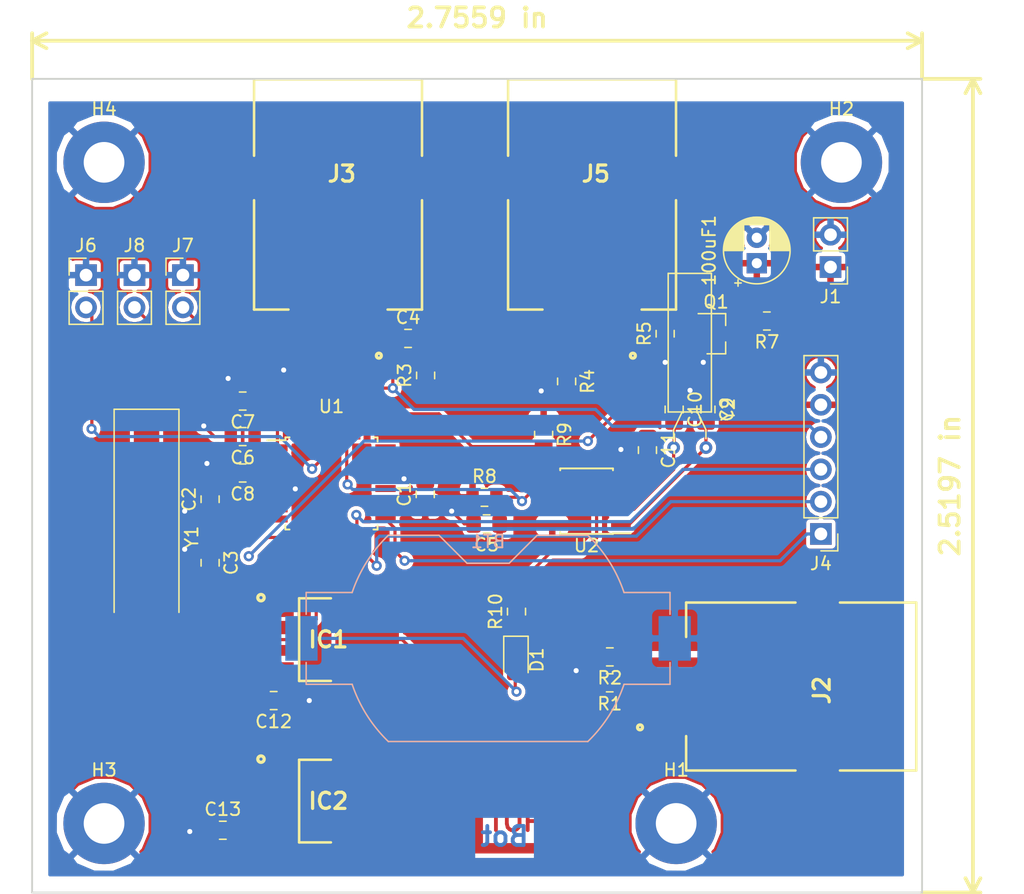
<source format=kicad_pcb>
(kicad_pcb (version 20171130) (host pcbnew 5.0.2+dfsg1-1)

  (general
    (thickness 1.6)
    (drawings 9)
    (tracks 252)
    (zones 0)
    (modules 44)
    (nets 49)
  )

  (page A4)
  (layers
    (0 F.Cu signal)
    (31 B.Cu signal)
    (32 B.Adhes user hide)
    (33 F.Adhes user hide)
    (34 B.Paste user hide)
    (35 F.Paste user hide)
    (36 B.SilkS user)
    (37 F.SilkS user)
    (38 B.Mask user)
    (39 F.Mask user)
    (40 Dwgs.User user)
    (41 Cmts.User user)
    (42 Eco1.User user)
    (43 Eco2.User user)
    (44 Edge.Cuts user)
    (45 Margin user)
    (46 B.CrtYd user)
    (47 F.CrtYd user)
    (48 B.Fab user)
    (49 F.Fab user)
  )

  (setup
    (last_trace_width 0.25)
    (trace_clearance 0.3)
    (zone_clearance 0.3)
    (zone_45_only no)
    (trace_min 0.2)
    (segment_width 0.2)
    (edge_width 0.15)
    (via_size 0.8)
    (via_drill 0.4)
    (via_min_size 0.4)
    (via_min_drill 0.3)
    (uvia_size 0.3)
    (uvia_drill 0.1)
    (uvias_allowed no)
    (uvia_min_size 0.2)
    (uvia_min_drill 0.1)
    (pcb_text_width 0.3)
    (pcb_text_size 1.5 1.5)
    (mod_edge_width 0.15)
    (mod_text_size 1 1)
    (mod_text_width 0.15)
    (pad_size 1.524 1.524)
    (pad_drill 0.762)
    (pad_to_mask_clearance 0.051)
    (solder_mask_min_width 0.25)
    (aux_axis_origin 0 0)
    (grid_origin 111.3182 139.2748)
    (visible_elements 7FFFFFFF)
    (pcbplotparams
      (layerselection 0x010f0_ffffffff)
      (usegerberextensions true)
      (usegerberattributes false)
      (usegerberadvancedattributes false)
      (creategerberjobfile false)
      (excludeedgelayer true)
      (linewidth 0.100000)
      (plotframeref false)
      (viasonmask false)
      (mode 1)
      (useauxorigin false)
      (hpglpennumber 1)
      (hpglpenspeed 20)
      (hpglpendiameter 15.000000)
      (psnegative false)
      (psa4output false)
      (plotreference true)
      (plotvalue true)
      (plotinvisibletext false)
      (padsonsilk false)
      (subtractmaskfromsilk false)
      (outputformat 1)
      (mirror false)
      (drillshape 0)
      (scaleselection 1)
      (outputdirectory "./hddclock_0.3.grbl"))
  )

  (net 0 "")
  (net 1 Earth)
  (net 2 "Net-(C2-Pad2)")
  (net 3 "Net-(C3-Pad2)")
  (net 4 "Net-(U1-Pad12)")
  (net 5 "Net-(U1-Pad13)")
  (net 6 "Net-(U1-Pad14)")
  (net 7 "Net-(U1-Pad19)")
  (net 8 "Net-(U1-Pad20)")
  (net 9 "Net-(U1-Pad22)")
  (net 10 "Net-(U1-Pad23)")
  (net 11 "Net-(U1-Pad24)")
  (net 12 "Net-(U1-Pad25)")
  (net 13 "Net-(U1-Pad26)")
  (net 14 "Net-(U1-Pad32)")
  (net 15 "Net-(J2-Pad4)")
  (net 16 "Net-(J2-Pad3)")
  (net 17 "Net-(J2-Pad6)")
  (net 18 "Net-(J2-Pad5)")
  (net 19 "Net-(IC2-Pad1)")
  (net 20 "Net-(IC1-Pad4)")
  (net 21 "Net-(IC2-Pad4)")
  (net 22 "Net-(IC1-Pad1)")
  (net 23 "Net-(C4-Pad2)")
  (net 24 "Net-(J3-Pad3)")
  (net 25 "Net-(J3-Pad5)")
  (net 26 "Net-(C4-Pad1)")
  (net 27 "Net-(J3-Pad2)")
  (net 28 "Net-(U1-Pad6)")
  (net 29 "Net-(U1-Pad3)")
  (net 30 "Net-(J4-Pad1)")
  (net 31 "Net-(J4-Pad2)")
  (net 32 "Net-(J5-Pad1)")
  (net 33 "Net-(J5-Pad5)")
  (net 34 "Net-(Q1-Pad3)")
  (net 35 "Net-(J5-Pad6)")
  (net 36 /+5V)
  (net 37 "Net-(BT1-Pad1)")
  (net 38 "Net-(R8-Pad2)")
  (net 39 "Net-(C6-Pad1)")
  (net 40 "Net-(C7-Pad1)")
  (net 41 "Net-(J5-Pad2)")
  (net 42 /MOSI)
  (net 43 "Net-(R9-Pad2)")
  (net 44 "Net-(C9-Pad2)")
  (net 45 "Net-(C10-Pad2)")
  (net 46 "Net-(U2-Pad7)")
  (net 47 /vbat)
  (net 48 "Net-(D1-Pad1)")

  (net_class Default "This is the default net class."
    (clearance 0.3)
    (trace_width 0.25)
    (via_dia 0.8)
    (via_drill 0.4)
    (uvia_dia 0.3)
    (uvia_drill 0.1)
    (add_net /MOSI)
    (add_net /vbat)
    (add_net "Net-(BT1-Pad1)")
    (add_net "Net-(C10-Pad2)")
    (add_net "Net-(C2-Pad2)")
    (add_net "Net-(C3-Pad2)")
    (add_net "Net-(C4-Pad1)")
    (add_net "Net-(C4-Pad2)")
    (add_net "Net-(C6-Pad1)")
    (add_net "Net-(C7-Pad1)")
    (add_net "Net-(C9-Pad2)")
    (add_net "Net-(D1-Pad1)")
    (add_net "Net-(IC1-Pad1)")
    (add_net "Net-(IC1-Pad4)")
    (add_net "Net-(IC2-Pad1)")
    (add_net "Net-(IC2-Pad4)")
    (add_net "Net-(J2-Pad3)")
    (add_net "Net-(J2-Pad4)")
    (add_net "Net-(J2-Pad5)")
    (add_net "Net-(J2-Pad6)")
    (add_net "Net-(J3-Pad2)")
    (add_net "Net-(J3-Pad3)")
    (add_net "Net-(J3-Pad5)")
    (add_net "Net-(J4-Pad1)")
    (add_net "Net-(J4-Pad2)")
    (add_net "Net-(J5-Pad1)")
    (add_net "Net-(J5-Pad2)")
    (add_net "Net-(J5-Pad5)")
    (add_net "Net-(J5-Pad6)")
    (add_net "Net-(Q1-Pad3)")
    (add_net "Net-(R8-Pad2)")
    (add_net "Net-(R9-Pad2)")
    (add_net "Net-(U1-Pad12)")
    (add_net "Net-(U1-Pad13)")
    (add_net "Net-(U1-Pad14)")
    (add_net "Net-(U1-Pad19)")
    (add_net "Net-(U1-Pad20)")
    (add_net "Net-(U1-Pad22)")
    (add_net "Net-(U1-Pad23)")
    (add_net "Net-(U1-Pad24)")
    (add_net "Net-(U1-Pad25)")
    (add_net "Net-(U1-Pad26)")
    (add_net "Net-(U1-Pad3)")
    (add_net "Net-(U1-Pad32)")
    (add_net "Net-(U1-Pad6)")
    (add_net "Net-(U2-Pad7)")
  )

  (net_class 5V ""
    (clearance 0.3)
    (trace_width 0.25)
    (via_dia 0.8)
    (via_drill 0.4)
    (uvia_dia 0.3)
    (uvia_drill 0.1)
    (add_net /+5V)
  )

  (net_class GND ""
    (clearance 0.3)
    (trace_width 0.25)
    (via_dia 0.8)
    (via_drill 0.4)
    (uvia_dia 0.3)
    (uvia_drill 0.1)
    (add_net Earth)
  )

  (module Capacitor_SMD:C_0805_2012Metric_Pad1.15x1.40mm_HandSolder (layer F.Cu) (tedit 5B36C52B) (tstamp 5D52F53C)
    (at 126.3182 134.3748)
    (descr "Capacitor SMD 0805 (2012 Metric), square (rectangular) end terminal, IPC_7351 nominal with elongated pad for handsoldering. (Body size source: https://docs.google.com/spreadsheets/d/1BsfQQcO9C6DZCsRaXUlFlo91Tg2WpOkGARC1WS5S8t0/edit?usp=sharing), generated with kicad-footprint-generator")
    (tags "capacitor handsolder")
    (path /5D6B4FEC)
    (attr smd)
    (fp_text reference C13 (at 0 -1.65) (layer F.SilkS)
      (effects (font (size 1 1) (thickness 0.15)))
    )
    (fp_text value 47uF (at 0 1.65) (layer F.Fab)
      (effects (font (size 1 1) (thickness 0.15)))
    )
    (fp_text user %R (at 0 0) (layer F.Fab)
      (effects (font (size 0.5 0.5) (thickness 0.08)))
    )
    (fp_line (start 1.85 0.95) (end -1.85 0.95) (layer F.CrtYd) (width 0.05))
    (fp_line (start 1.85 -0.95) (end 1.85 0.95) (layer F.CrtYd) (width 0.05))
    (fp_line (start -1.85 -0.95) (end 1.85 -0.95) (layer F.CrtYd) (width 0.05))
    (fp_line (start -1.85 0.95) (end -1.85 -0.95) (layer F.CrtYd) (width 0.05))
    (fp_line (start -0.261252 0.71) (end 0.261252 0.71) (layer F.SilkS) (width 0.12))
    (fp_line (start -0.261252 -0.71) (end 0.261252 -0.71) (layer F.SilkS) (width 0.12))
    (fp_line (start 1 0.6) (end -1 0.6) (layer F.Fab) (width 0.1))
    (fp_line (start 1 -0.6) (end 1 0.6) (layer F.Fab) (width 0.1))
    (fp_line (start -1 -0.6) (end 1 -0.6) (layer F.Fab) (width 0.1))
    (fp_line (start -1 0.6) (end -1 -0.6) (layer F.Fab) (width 0.1))
    (pad 2 smd roundrect (at 1.025 0) (size 1.15 1.4) (layers F.Cu F.Paste F.Mask) (roundrect_rratio 0.217391)
      (net 36 /+5V))
    (pad 1 smd roundrect (at -1.025 0) (size 1.15 1.4) (layers F.Cu F.Paste F.Mask) (roundrect_rratio 0.217391)
      (net 1 Earth))
    (model ${KISYS3DMOD}/Capacitor_SMD.3dshapes/C_0805_2012Metric.wrl
      (at (xyz 0 0 0))
      (scale (xyz 1 1 1))
      (rotate (xyz 0 0 0))
    )
  )

  (module Capacitor_SMD:C_0805_2012Metric_Pad1.15x1.40mm_HandSolder (layer F.Cu) (tedit 5B36C52B) (tstamp 5D52F52B)
    (at 130.3182 124.1748 180)
    (descr "Capacitor SMD 0805 (2012 Metric), square (rectangular) end terminal, IPC_7351 nominal with elongated pad for handsoldering. (Body size source: https://docs.google.com/spreadsheets/d/1BsfQQcO9C6DZCsRaXUlFlo91Tg2WpOkGARC1WS5S8t0/edit?usp=sharing), generated with kicad-footprint-generator")
    (tags "capacitor handsolder")
    (path /5D6B4E5E)
    (attr smd)
    (fp_text reference C12 (at 0 -1.65 180) (layer F.SilkS)
      (effects (font (size 1 1) (thickness 0.15)))
    )
    (fp_text value 47uF (at 0 1.65 180) (layer F.Fab)
      (effects (font (size 1 1) (thickness 0.15)))
    )
    (fp_line (start -1 0.6) (end -1 -0.6) (layer F.Fab) (width 0.1))
    (fp_line (start -1 -0.6) (end 1 -0.6) (layer F.Fab) (width 0.1))
    (fp_line (start 1 -0.6) (end 1 0.6) (layer F.Fab) (width 0.1))
    (fp_line (start 1 0.6) (end -1 0.6) (layer F.Fab) (width 0.1))
    (fp_line (start -0.261252 -0.71) (end 0.261252 -0.71) (layer F.SilkS) (width 0.12))
    (fp_line (start -0.261252 0.71) (end 0.261252 0.71) (layer F.SilkS) (width 0.12))
    (fp_line (start -1.85 0.95) (end -1.85 -0.95) (layer F.CrtYd) (width 0.05))
    (fp_line (start -1.85 -0.95) (end 1.85 -0.95) (layer F.CrtYd) (width 0.05))
    (fp_line (start 1.85 -0.95) (end 1.85 0.95) (layer F.CrtYd) (width 0.05))
    (fp_line (start 1.85 0.95) (end -1.85 0.95) (layer F.CrtYd) (width 0.05))
    (fp_text user %R (at 0 0 180) (layer F.Fab)
      (effects (font (size 0.5 0.5) (thickness 0.08)))
    )
    (pad 1 smd roundrect (at -1.025 0 180) (size 1.15 1.4) (layers F.Cu F.Paste F.Mask) (roundrect_rratio 0.217391)
      (net 1 Earth))
    (pad 2 smd roundrect (at 1.025 0 180) (size 1.15 1.4) (layers F.Cu F.Paste F.Mask) (roundrect_rratio 0.217391)
      (net 36 /+5V))
    (model ${KISYS3DMOD}/Capacitor_SMD.3dshapes/C_0805_2012Metric.wrl
      (at (xyz 0 0 0))
      (scale (xyz 1 1 1))
      (rotate (xyz 0 0 0))
    )
  )

  (module Resistor_SMD:R_0805_2012Metric_Pad1.15x1.40mm_HandSolder (layer F.Cu) (tedit 5B36C52B) (tstamp 5D5298B7)
    (at 149.4182 117.1748 90)
    (descr "Resistor SMD 0805 (2012 Metric), square (rectangular) end terminal, IPC_7351 nominal with elongated pad for handsoldering. (Body size source: https://docs.google.com/spreadsheets/d/1BsfQQcO9C6DZCsRaXUlFlo91Tg2WpOkGARC1WS5S8t0/edit?usp=sharing), generated with kicad-footprint-generator")
    (tags "resistor handsolder")
    (path /5D671914)
    (attr smd)
    (fp_text reference R10 (at 0 -1.65 90) (layer F.SilkS)
      (effects (font (size 1 1) (thickness 0.15)))
    )
    (fp_text value 1k (at 0 1.65 90) (layer F.Fab)
      (effects (font (size 1 1) (thickness 0.15)))
    )
    (fp_line (start -1 0.6) (end -1 -0.6) (layer F.Fab) (width 0.1))
    (fp_line (start -1 -0.6) (end 1 -0.6) (layer F.Fab) (width 0.1))
    (fp_line (start 1 -0.6) (end 1 0.6) (layer F.Fab) (width 0.1))
    (fp_line (start 1 0.6) (end -1 0.6) (layer F.Fab) (width 0.1))
    (fp_line (start -0.261252 -0.71) (end 0.261252 -0.71) (layer F.SilkS) (width 0.12))
    (fp_line (start -0.261252 0.71) (end 0.261252 0.71) (layer F.SilkS) (width 0.12))
    (fp_line (start -1.85 0.95) (end -1.85 -0.95) (layer F.CrtYd) (width 0.05))
    (fp_line (start -1.85 -0.95) (end 1.85 -0.95) (layer F.CrtYd) (width 0.05))
    (fp_line (start 1.85 -0.95) (end 1.85 0.95) (layer F.CrtYd) (width 0.05))
    (fp_line (start 1.85 0.95) (end -1.85 0.95) (layer F.CrtYd) (width 0.05))
    (fp_text user %R (at 0 0 90) (layer F.Fab)
      (effects (font (size 0.5 0.5) (thickness 0.08)))
    )
    (pad 1 smd roundrect (at -1.025 0 90) (size 1.15 1.4) (layers F.Cu F.Paste F.Mask) (roundrect_rratio 0.217391)
      (net 48 "Net-(D1-Pad1)"))
    (pad 2 smd roundrect (at 1.025 0 90) (size 1.15 1.4) (layers F.Cu F.Paste F.Mask) (roundrect_rratio 0.217391)
      (net 47 /vbat))
    (model ${KISYS3DMOD}/Resistor_SMD.3dshapes/R_0805_2012Metric.wrl
      (at (xyz 0 0 0))
      (scale (xyz 1 1 1))
      (rotate (xyz 0 0 0))
    )
  )

  (module Capacitor_SMD:C_0805_2012Metric_Pad1.15x1.40mm_HandSolder (layer F.Cu) (tedit 5B36C52B) (tstamp 5D52888F)
    (at 159.7182 104.4748 270)
    (descr "Capacitor SMD 0805 (2012 Metric), square (rectangular) end terminal, IPC_7351 nominal with elongated pad for handsoldering. (Body size source: https://docs.google.com/spreadsheets/d/1BsfQQcO9C6DZCsRaXUlFlo91Tg2WpOkGARC1WS5S8t0/edit?usp=sharing), generated with kicad-footprint-generator")
    (tags "capacitor handsolder")
    (path /5D671EEC)
    (attr smd)
    (fp_text reference C11 (at 0 -1.65 270) (layer F.SilkS)
      (effects (font (size 1 1) (thickness 0.15)))
    )
    (fp_text value 100nF (at 0 1.65 270) (layer F.Fab)
      (effects (font (size 1 1) (thickness 0.15)))
    )
    (fp_line (start -1 0.6) (end -1 -0.6) (layer F.Fab) (width 0.1))
    (fp_line (start -1 -0.6) (end 1 -0.6) (layer F.Fab) (width 0.1))
    (fp_line (start 1 -0.6) (end 1 0.6) (layer F.Fab) (width 0.1))
    (fp_line (start 1 0.6) (end -1 0.6) (layer F.Fab) (width 0.1))
    (fp_line (start -0.261252 -0.71) (end 0.261252 -0.71) (layer F.SilkS) (width 0.12))
    (fp_line (start -0.261252 0.71) (end 0.261252 0.71) (layer F.SilkS) (width 0.12))
    (fp_line (start -1.85 0.95) (end -1.85 -0.95) (layer F.CrtYd) (width 0.05))
    (fp_line (start -1.85 -0.95) (end 1.85 -0.95) (layer F.CrtYd) (width 0.05))
    (fp_line (start 1.85 -0.95) (end 1.85 0.95) (layer F.CrtYd) (width 0.05))
    (fp_line (start 1.85 0.95) (end -1.85 0.95) (layer F.CrtYd) (width 0.05))
    (fp_text user %R (at 0 0 270) (layer F.Fab)
      (effects (font (size 0.5 0.5) (thickness 0.08)))
    )
    (pad 1 smd roundrect (at -1.025 0 270) (size 1.15 1.4) (layers F.Cu F.Paste F.Mask) (roundrect_rratio 0.217391)
      (net 1 Earth))
    (pad 2 smd roundrect (at 1.025 0 270) (size 1.15 1.4) (layers F.Cu F.Paste F.Mask) (roundrect_rratio 0.217391)
      (net 47 /vbat))
    (model ${KISYS3DMOD}/Capacitor_SMD.3dshapes/C_0805_2012Metric.wrl
      (at (xyz 0 0 0))
      (scale (xyz 1 1 1))
      (rotate (xyz 0 0 0))
    )
  )

  (module Diode_SMD:D_0805_2012Metric_Pad1.15x1.40mm_HandSolder (layer F.Cu) (tedit 5B4B45C8) (tstamp 5D528642)
    (at 149.3732 120.9748 270)
    (descr "Diode SMD 0805 (2012 Metric), square (rectangular) end terminal, IPC_7351 nominal, (Body size source: https://docs.google.com/spreadsheets/d/1BsfQQcO9C6DZCsRaXUlFlo91Tg2WpOkGARC1WS5S8t0/edit?usp=sharing), generated with kicad-footprint-generator")
    (tags "diode handsolder")
    (path /5D6716A9)
    (attr smd)
    (fp_text reference D1 (at 0 -1.65 270) (layer F.SilkS)
      (effects (font (size 1 1) (thickness 0.15)))
    )
    (fp_text value D_Schottky (at 0 1.65 270) (layer F.Fab)
      (effects (font (size 1 1) (thickness 0.15)))
    )
    (fp_line (start 1 -0.6) (end -0.7 -0.6) (layer F.Fab) (width 0.1))
    (fp_line (start -0.7 -0.6) (end -1 -0.3) (layer F.Fab) (width 0.1))
    (fp_line (start -1 -0.3) (end -1 0.6) (layer F.Fab) (width 0.1))
    (fp_line (start -1 0.6) (end 1 0.6) (layer F.Fab) (width 0.1))
    (fp_line (start 1 0.6) (end 1 -0.6) (layer F.Fab) (width 0.1))
    (fp_line (start 1 -0.96) (end -1.86 -0.96) (layer F.SilkS) (width 0.12))
    (fp_line (start -1.86 -0.96) (end -1.86 0.96) (layer F.SilkS) (width 0.12))
    (fp_line (start -1.86 0.96) (end 1 0.96) (layer F.SilkS) (width 0.12))
    (fp_line (start -1.85 0.95) (end -1.85 -0.95) (layer F.CrtYd) (width 0.05))
    (fp_line (start -1.85 -0.95) (end 1.85 -0.95) (layer F.CrtYd) (width 0.05))
    (fp_line (start 1.85 -0.95) (end 1.85 0.95) (layer F.CrtYd) (width 0.05))
    (fp_line (start 1.85 0.95) (end -1.85 0.95) (layer F.CrtYd) (width 0.05))
    (fp_text user %R (at 0 0 270) (layer F.Fab)
      (effects (font (size 0.5 0.5) (thickness 0.08)))
    )
    (pad 1 smd roundrect (at -1.025 0 270) (size 1.15 1.4) (layers F.Cu F.Paste F.Mask) (roundrect_rratio 0.217391)
      (net 48 "Net-(D1-Pad1)"))
    (pad 2 smd roundrect (at 1.025 0 270) (size 1.15 1.4) (layers F.Cu F.Paste F.Mask) (roundrect_rratio 0.217391)
      (net 37 "Net-(BT1-Pad1)"))
    (model ${KISYS3DMOD}/Diode_SMD.3dshapes/D_0805_2012Metric.wrl
      (at (xyz 0 0 0))
      (scale (xyz 1 1 1))
      (rotate (xyz 0 0 0))
    )
  )

  (module Capacitor_SMD:C_0805_2012Metric_Pad1.15x1.40mm_HandSolder (layer F.Cu) (tedit 5B36C52B) (tstamp 5D521E3C)
    (at 147.068201 110.2748 180)
    (descr "Capacitor SMD 0805 (2012 Metric), square (rectangular) end terminal, IPC_7351 nominal with elongated pad for handsoldering. (Body size source: https://docs.google.com/spreadsheets/d/1BsfQQcO9C6DZCsRaXUlFlo91Tg2WpOkGARC1WS5S8t0/edit?usp=sharing), generated with kicad-footprint-generator")
    (tags "capacitor handsolder")
    (path /5D5FBA50)
    (attr smd)
    (fp_text reference C5 (at 0 -1.65 180) (layer F.SilkS)
      (effects (font (size 1 1) (thickness 0.15)))
    )
    (fp_text value 100nF (at 0 1.65 180) (layer F.Fab)
      (effects (font (size 1 1) (thickness 0.15)))
    )
    (fp_line (start -1 0.6) (end -1 -0.6) (layer F.Fab) (width 0.1))
    (fp_line (start -1 -0.6) (end 1 -0.6) (layer F.Fab) (width 0.1))
    (fp_line (start 1 -0.6) (end 1 0.6) (layer F.Fab) (width 0.1))
    (fp_line (start 1 0.6) (end -1 0.6) (layer F.Fab) (width 0.1))
    (fp_line (start -0.261252 -0.71) (end 0.261252 -0.71) (layer F.SilkS) (width 0.12))
    (fp_line (start -0.261252 0.71) (end 0.261252 0.71) (layer F.SilkS) (width 0.12))
    (fp_line (start -1.85 0.95) (end -1.85 -0.95) (layer F.CrtYd) (width 0.05))
    (fp_line (start -1.85 -0.95) (end 1.85 -0.95) (layer F.CrtYd) (width 0.05))
    (fp_line (start 1.85 -0.95) (end 1.85 0.95) (layer F.CrtYd) (width 0.05))
    (fp_line (start 1.85 0.95) (end -1.85 0.95) (layer F.CrtYd) (width 0.05))
    (fp_text user %R (at 0 0 180) (layer F.Fab)
      (effects (font (size 0.5 0.5) (thickness 0.08)))
    )
    (pad 1 smd roundrect (at -1.025 0 180) (size 1.15 1.4) (layers F.Cu F.Paste F.Mask) (roundrect_rratio 0.217391)
      (net 36 /+5V))
    (pad 2 smd roundrect (at 1.025 0 180) (size 1.15 1.4) (layers F.Cu F.Paste F.Mask) (roundrect_rratio 0.217391)
      (net 1 Earth))
    (model ${KISYS3DMOD}/Capacitor_SMD.3dshapes/C_0805_2012Metric.wrl
      (at (xyz 0 0 0))
      (scale (xyz 1 1 1))
      (rotate (xyz 0 0 0))
    )
  )

  (module Capacitor_SMD:C_0805_2012Metric_Pad1.15x1.40mm_HandSolder (layer F.Cu) (tedit 5B36C52B) (tstamp 5D52027B)
    (at 164.3182 101.2748 270)
    (descr "Capacitor SMD 0805 (2012 Metric), square (rectangular) end terminal, IPC_7351 nominal with elongated pad for handsoldering. (Body size source: https://docs.google.com/spreadsheets/d/1BsfQQcO9C6DZCsRaXUlFlo91Tg2WpOkGARC1WS5S8t0/edit?usp=sharing), generated with kicad-footprint-generator")
    (tags "capacitor handsolder")
    (path /5D613ADB)
    (attr smd)
    (fp_text reference C9 (at 0 -1.65 270) (layer F.SilkS)
      (effects (font (size 1 1) (thickness 0.15)))
    )
    (fp_text value 10pF (at 0 1.65 270) (layer F.Fab)
      (effects (font (size 1 1) (thickness 0.15)))
    )
    (fp_text user %R (at 0 0 270) (layer F.Fab)
      (effects (font (size 0.5 0.5) (thickness 0.08)))
    )
    (fp_line (start 1.85 0.95) (end -1.85 0.95) (layer F.CrtYd) (width 0.05))
    (fp_line (start 1.85 -0.95) (end 1.85 0.95) (layer F.CrtYd) (width 0.05))
    (fp_line (start -1.85 -0.95) (end 1.85 -0.95) (layer F.CrtYd) (width 0.05))
    (fp_line (start -1.85 0.95) (end -1.85 -0.95) (layer F.CrtYd) (width 0.05))
    (fp_line (start -0.261252 0.71) (end 0.261252 0.71) (layer F.SilkS) (width 0.12))
    (fp_line (start -0.261252 -0.71) (end 0.261252 -0.71) (layer F.SilkS) (width 0.12))
    (fp_line (start 1 0.6) (end -1 0.6) (layer F.Fab) (width 0.1))
    (fp_line (start 1 -0.6) (end 1 0.6) (layer F.Fab) (width 0.1))
    (fp_line (start -1 -0.6) (end 1 -0.6) (layer F.Fab) (width 0.1))
    (fp_line (start -1 0.6) (end -1 -0.6) (layer F.Fab) (width 0.1))
    (pad 2 smd roundrect (at 1.025 0 270) (size 1.15 1.4) (layers F.Cu F.Paste F.Mask) (roundrect_rratio 0.217391)
      (net 44 "Net-(C9-Pad2)"))
    (pad 1 smd roundrect (at -1.025 0 270) (size 1.15 1.4) (layers F.Cu F.Paste F.Mask) (roundrect_rratio 0.217391)
      (net 1 Earth))
    (model ${KISYS3DMOD}/Capacitor_SMD.3dshapes/C_0805_2012Metric.wrl
      (at (xyz 0 0 0))
      (scale (xyz 1 1 1))
      (rotate (xyz 0 0 0))
    )
  )

  (module Capacitor_SMD:C_0805_2012Metric_Pad1.15x1.40mm_HandSolder (layer F.Cu) (tedit 5B36C52B) (tstamp 5D52026A)
    (at 161.8182 101.2748 270)
    (descr "Capacitor SMD 0805 (2012 Metric), square (rectangular) end terminal, IPC_7351 nominal with elongated pad for handsoldering. (Body size source: https://docs.google.com/spreadsheets/d/1BsfQQcO9C6DZCsRaXUlFlo91Tg2WpOkGARC1WS5S8t0/edit?usp=sharing), generated with kicad-footprint-generator")
    (tags "capacitor handsolder")
    (path /5D613C2D)
    (attr smd)
    (fp_text reference C10 (at 0 -1.65 270) (layer F.SilkS)
      (effects (font (size 1 1) (thickness 0.15)))
    )
    (fp_text value 10pF (at 0 1.65 270) (layer F.Fab)
      (effects (font (size 1 1) (thickness 0.15)))
    )
    (fp_line (start -1 0.6) (end -1 -0.6) (layer F.Fab) (width 0.1))
    (fp_line (start -1 -0.6) (end 1 -0.6) (layer F.Fab) (width 0.1))
    (fp_line (start 1 -0.6) (end 1 0.6) (layer F.Fab) (width 0.1))
    (fp_line (start 1 0.6) (end -1 0.6) (layer F.Fab) (width 0.1))
    (fp_line (start -0.261252 -0.71) (end 0.261252 -0.71) (layer F.SilkS) (width 0.12))
    (fp_line (start -0.261252 0.71) (end 0.261252 0.71) (layer F.SilkS) (width 0.12))
    (fp_line (start -1.85 0.95) (end -1.85 -0.95) (layer F.CrtYd) (width 0.05))
    (fp_line (start -1.85 -0.95) (end 1.85 -0.95) (layer F.CrtYd) (width 0.05))
    (fp_line (start 1.85 -0.95) (end 1.85 0.95) (layer F.CrtYd) (width 0.05))
    (fp_line (start 1.85 0.95) (end -1.85 0.95) (layer F.CrtYd) (width 0.05))
    (fp_text user %R (at 0 0 270) (layer F.Fab)
      (effects (font (size 0.5 0.5) (thickness 0.08)))
    )
    (pad 1 smd roundrect (at -1.025 0 270) (size 1.15 1.4) (layers F.Cu F.Paste F.Mask) (roundrect_rratio 0.217391)
      (net 1 Earth))
    (pad 2 smd roundrect (at 1.025 0 270) (size 1.15 1.4) (layers F.Cu F.Paste F.Mask) (roundrect_rratio 0.217391)
      (net 45 "Net-(C10-Pad2)"))
    (model ${KISYS3DMOD}/Capacitor_SMD.3dshapes/C_0805_2012Metric.wrl
      (at (xyz 0 0 0))
      (scale (xyz 1 1 1))
      (rotate (xyz 0 0 0))
    )
  )

  (module Capacitor_THT:CP_Radial_D5.0mm_P2.00mm (layer F.Cu) (tedit 5AE50EF0) (tstamp 5D520259)
    (at 168.3182 89.7748 90)
    (descr "CP, Radial series, Radial, pin pitch=2.00mm, , diameter=5mm, Electrolytic Capacitor")
    (tags "CP Radial series Radial pin pitch 2.00mm  diameter 5mm Electrolytic Capacitor")
    (path /5D62CD55)
    (fp_text reference 100uF1 (at 1 -3.75 90) (layer F.SilkS)
      (effects (font (size 1 1) (thickness 0.15)))
    )
    (fp_text value CP_Small (at 1 3.75 90) (layer F.Fab)
      (effects (font (size 1 1) (thickness 0.15)))
    )
    (fp_circle (center 1 0) (end 3.5 0) (layer F.Fab) (width 0.1))
    (fp_circle (center 1 0) (end 3.62 0) (layer F.SilkS) (width 0.12))
    (fp_circle (center 1 0) (end 3.75 0) (layer F.CrtYd) (width 0.05))
    (fp_line (start -1.133605 -1.0875) (end -0.633605 -1.0875) (layer F.Fab) (width 0.1))
    (fp_line (start -0.883605 -1.3375) (end -0.883605 -0.8375) (layer F.Fab) (width 0.1))
    (fp_line (start 1 1.04) (end 1 2.58) (layer F.SilkS) (width 0.12))
    (fp_line (start 1 -2.58) (end 1 -1.04) (layer F.SilkS) (width 0.12))
    (fp_line (start 1.04 1.04) (end 1.04 2.58) (layer F.SilkS) (width 0.12))
    (fp_line (start 1.04 -2.58) (end 1.04 -1.04) (layer F.SilkS) (width 0.12))
    (fp_line (start 1.08 -2.579) (end 1.08 -1.04) (layer F.SilkS) (width 0.12))
    (fp_line (start 1.08 1.04) (end 1.08 2.579) (layer F.SilkS) (width 0.12))
    (fp_line (start 1.12 -2.578) (end 1.12 -1.04) (layer F.SilkS) (width 0.12))
    (fp_line (start 1.12 1.04) (end 1.12 2.578) (layer F.SilkS) (width 0.12))
    (fp_line (start 1.16 -2.576) (end 1.16 -1.04) (layer F.SilkS) (width 0.12))
    (fp_line (start 1.16 1.04) (end 1.16 2.576) (layer F.SilkS) (width 0.12))
    (fp_line (start 1.2 -2.573) (end 1.2 -1.04) (layer F.SilkS) (width 0.12))
    (fp_line (start 1.2 1.04) (end 1.2 2.573) (layer F.SilkS) (width 0.12))
    (fp_line (start 1.24 -2.569) (end 1.24 -1.04) (layer F.SilkS) (width 0.12))
    (fp_line (start 1.24 1.04) (end 1.24 2.569) (layer F.SilkS) (width 0.12))
    (fp_line (start 1.28 -2.565) (end 1.28 -1.04) (layer F.SilkS) (width 0.12))
    (fp_line (start 1.28 1.04) (end 1.28 2.565) (layer F.SilkS) (width 0.12))
    (fp_line (start 1.32 -2.561) (end 1.32 -1.04) (layer F.SilkS) (width 0.12))
    (fp_line (start 1.32 1.04) (end 1.32 2.561) (layer F.SilkS) (width 0.12))
    (fp_line (start 1.36 -2.556) (end 1.36 -1.04) (layer F.SilkS) (width 0.12))
    (fp_line (start 1.36 1.04) (end 1.36 2.556) (layer F.SilkS) (width 0.12))
    (fp_line (start 1.4 -2.55) (end 1.4 -1.04) (layer F.SilkS) (width 0.12))
    (fp_line (start 1.4 1.04) (end 1.4 2.55) (layer F.SilkS) (width 0.12))
    (fp_line (start 1.44 -2.543) (end 1.44 -1.04) (layer F.SilkS) (width 0.12))
    (fp_line (start 1.44 1.04) (end 1.44 2.543) (layer F.SilkS) (width 0.12))
    (fp_line (start 1.48 -2.536) (end 1.48 -1.04) (layer F.SilkS) (width 0.12))
    (fp_line (start 1.48 1.04) (end 1.48 2.536) (layer F.SilkS) (width 0.12))
    (fp_line (start 1.52 -2.528) (end 1.52 -1.04) (layer F.SilkS) (width 0.12))
    (fp_line (start 1.52 1.04) (end 1.52 2.528) (layer F.SilkS) (width 0.12))
    (fp_line (start 1.56 -2.52) (end 1.56 -1.04) (layer F.SilkS) (width 0.12))
    (fp_line (start 1.56 1.04) (end 1.56 2.52) (layer F.SilkS) (width 0.12))
    (fp_line (start 1.6 -2.511) (end 1.6 -1.04) (layer F.SilkS) (width 0.12))
    (fp_line (start 1.6 1.04) (end 1.6 2.511) (layer F.SilkS) (width 0.12))
    (fp_line (start 1.64 -2.501) (end 1.64 -1.04) (layer F.SilkS) (width 0.12))
    (fp_line (start 1.64 1.04) (end 1.64 2.501) (layer F.SilkS) (width 0.12))
    (fp_line (start 1.68 -2.491) (end 1.68 -1.04) (layer F.SilkS) (width 0.12))
    (fp_line (start 1.68 1.04) (end 1.68 2.491) (layer F.SilkS) (width 0.12))
    (fp_line (start 1.721 -2.48) (end 1.721 -1.04) (layer F.SilkS) (width 0.12))
    (fp_line (start 1.721 1.04) (end 1.721 2.48) (layer F.SilkS) (width 0.12))
    (fp_line (start 1.761 -2.468) (end 1.761 -1.04) (layer F.SilkS) (width 0.12))
    (fp_line (start 1.761 1.04) (end 1.761 2.468) (layer F.SilkS) (width 0.12))
    (fp_line (start 1.801 -2.455) (end 1.801 -1.04) (layer F.SilkS) (width 0.12))
    (fp_line (start 1.801 1.04) (end 1.801 2.455) (layer F.SilkS) (width 0.12))
    (fp_line (start 1.841 -2.442) (end 1.841 -1.04) (layer F.SilkS) (width 0.12))
    (fp_line (start 1.841 1.04) (end 1.841 2.442) (layer F.SilkS) (width 0.12))
    (fp_line (start 1.881 -2.428) (end 1.881 -1.04) (layer F.SilkS) (width 0.12))
    (fp_line (start 1.881 1.04) (end 1.881 2.428) (layer F.SilkS) (width 0.12))
    (fp_line (start 1.921 -2.414) (end 1.921 -1.04) (layer F.SilkS) (width 0.12))
    (fp_line (start 1.921 1.04) (end 1.921 2.414) (layer F.SilkS) (width 0.12))
    (fp_line (start 1.961 -2.398) (end 1.961 -1.04) (layer F.SilkS) (width 0.12))
    (fp_line (start 1.961 1.04) (end 1.961 2.398) (layer F.SilkS) (width 0.12))
    (fp_line (start 2.001 -2.382) (end 2.001 -1.04) (layer F.SilkS) (width 0.12))
    (fp_line (start 2.001 1.04) (end 2.001 2.382) (layer F.SilkS) (width 0.12))
    (fp_line (start 2.041 -2.365) (end 2.041 -1.04) (layer F.SilkS) (width 0.12))
    (fp_line (start 2.041 1.04) (end 2.041 2.365) (layer F.SilkS) (width 0.12))
    (fp_line (start 2.081 -2.348) (end 2.081 -1.04) (layer F.SilkS) (width 0.12))
    (fp_line (start 2.081 1.04) (end 2.081 2.348) (layer F.SilkS) (width 0.12))
    (fp_line (start 2.121 -2.329) (end 2.121 -1.04) (layer F.SilkS) (width 0.12))
    (fp_line (start 2.121 1.04) (end 2.121 2.329) (layer F.SilkS) (width 0.12))
    (fp_line (start 2.161 -2.31) (end 2.161 -1.04) (layer F.SilkS) (width 0.12))
    (fp_line (start 2.161 1.04) (end 2.161 2.31) (layer F.SilkS) (width 0.12))
    (fp_line (start 2.201 -2.29) (end 2.201 -1.04) (layer F.SilkS) (width 0.12))
    (fp_line (start 2.201 1.04) (end 2.201 2.29) (layer F.SilkS) (width 0.12))
    (fp_line (start 2.241 -2.268) (end 2.241 -1.04) (layer F.SilkS) (width 0.12))
    (fp_line (start 2.241 1.04) (end 2.241 2.268) (layer F.SilkS) (width 0.12))
    (fp_line (start 2.281 -2.247) (end 2.281 -1.04) (layer F.SilkS) (width 0.12))
    (fp_line (start 2.281 1.04) (end 2.281 2.247) (layer F.SilkS) (width 0.12))
    (fp_line (start 2.321 -2.224) (end 2.321 -1.04) (layer F.SilkS) (width 0.12))
    (fp_line (start 2.321 1.04) (end 2.321 2.224) (layer F.SilkS) (width 0.12))
    (fp_line (start 2.361 -2.2) (end 2.361 -1.04) (layer F.SilkS) (width 0.12))
    (fp_line (start 2.361 1.04) (end 2.361 2.2) (layer F.SilkS) (width 0.12))
    (fp_line (start 2.401 -2.175) (end 2.401 -1.04) (layer F.SilkS) (width 0.12))
    (fp_line (start 2.401 1.04) (end 2.401 2.175) (layer F.SilkS) (width 0.12))
    (fp_line (start 2.441 -2.149) (end 2.441 -1.04) (layer F.SilkS) (width 0.12))
    (fp_line (start 2.441 1.04) (end 2.441 2.149) (layer F.SilkS) (width 0.12))
    (fp_line (start 2.481 -2.122) (end 2.481 -1.04) (layer F.SilkS) (width 0.12))
    (fp_line (start 2.481 1.04) (end 2.481 2.122) (layer F.SilkS) (width 0.12))
    (fp_line (start 2.521 -2.095) (end 2.521 -1.04) (layer F.SilkS) (width 0.12))
    (fp_line (start 2.521 1.04) (end 2.521 2.095) (layer F.SilkS) (width 0.12))
    (fp_line (start 2.561 -2.065) (end 2.561 -1.04) (layer F.SilkS) (width 0.12))
    (fp_line (start 2.561 1.04) (end 2.561 2.065) (layer F.SilkS) (width 0.12))
    (fp_line (start 2.601 -2.035) (end 2.601 -1.04) (layer F.SilkS) (width 0.12))
    (fp_line (start 2.601 1.04) (end 2.601 2.035) (layer F.SilkS) (width 0.12))
    (fp_line (start 2.641 -2.004) (end 2.641 -1.04) (layer F.SilkS) (width 0.12))
    (fp_line (start 2.641 1.04) (end 2.641 2.004) (layer F.SilkS) (width 0.12))
    (fp_line (start 2.681 -1.971) (end 2.681 -1.04) (layer F.SilkS) (width 0.12))
    (fp_line (start 2.681 1.04) (end 2.681 1.971) (layer F.SilkS) (width 0.12))
    (fp_line (start 2.721 -1.937) (end 2.721 -1.04) (layer F.SilkS) (width 0.12))
    (fp_line (start 2.721 1.04) (end 2.721 1.937) (layer F.SilkS) (width 0.12))
    (fp_line (start 2.761 -1.901) (end 2.761 -1.04) (layer F.SilkS) (width 0.12))
    (fp_line (start 2.761 1.04) (end 2.761 1.901) (layer F.SilkS) (width 0.12))
    (fp_line (start 2.801 -1.864) (end 2.801 -1.04) (layer F.SilkS) (width 0.12))
    (fp_line (start 2.801 1.04) (end 2.801 1.864) (layer F.SilkS) (width 0.12))
    (fp_line (start 2.841 -1.826) (end 2.841 -1.04) (layer F.SilkS) (width 0.12))
    (fp_line (start 2.841 1.04) (end 2.841 1.826) (layer F.SilkS) (width 0.12))
    (fp_line (start 2.881 -1.785) (end 2.881 -1.04) (layer F.SilkS) (width 0.12))
    (fp_line (start 2.881 1.04) (end 2.881 1.785) (layer F.SilkS) (width 0.12))
    (fp_line (start 2.921 -1.743) (end 2.921 -1.04) (layer F.SilkS) (width 0.12))
    (fp_line (start 2.921 1.04) (end 2.921 1.743) (layer F.SilkS) (width 0.12))
    (fp_line (start 2.961 -1.699) (end 2.961 -1.04) (layer F.SilkS) (width 0.12))
    (fp_line (start 2.961 1.04) (end 2.961 1.699) (layer F.SilkS) (width 0.12))
    (fp_line (start 3.001 -1.653) (end 3.001 -1.04) (layer F.SilkS) (width 0.12))
    (fp_line (start 3.001 1.04) (end 3.001 1.653) (layer F.SilkS) (width 0.12))
    (fp_line (start 3.041 -1.605) (end 3.041 1.605) (layer F.SilkS) (width 0.12))
    (fp_line (start 3.081 -1.554) (end 3.081 1.554) (layer F.SilkS) (width 0.12))
    (fp_line (start 3.121 -1.5) (end 3.121 1.5) (layer F.SilkS) (width 0.12))
    (fp_line (start 3.161 -1.443) (end 3.161 1.443) (layer F.SilkS) (width 0.12))
    (fp_line (start 3.201 -1.383) (end 3.201 1.383) (layer F.SilkS) (width 0.12))
    (fp_line (start 3.241 -1.319) (end 3.241 1.319) (layer F.SilkS) (width 0.12))
    (fp_line (start 3.281 -1.251) (end 3.281 1.251) (layer F.SilkS) (width 0.12))
    (fp_line (start 3.321 -1.178) (end 3.321 1.178) (layer F.SilkS) (width 0.12))
    (fp_line (start 3.361 -1.098) (end 3.361 1.098) (layer F.SilkS) (width 0.12))
    (fp_line (start 3.401 -1.011) (end 3.401 1.011) (layer F.SilkS) (width 0.12))
    (fp_line (start 3.441 -0.915) (end 3.441 0.915) (layer F.SilkS) (width 0.12))
    (fp_line (start 3.481 -0.805) (end 3.481 0.805) (layer F.SilkS) (width 0.12))
    (fp_line (start 3.521 -0.677) (end 3.521 0.677) (layer F.SilkS) (width 0.12))
    (fp_line (start 3.561 -0.518) (end 3.561 0.518) (layer F.SilkS) (width 0.12))
    (fp_line (start 3.601 -0.284) (end 3.601 0.284) (layer F.SilkS) (width 0.12))
    (fp_line (start -1.804775 -1.475) (end -1.304775 -1.475) (layer F.SilkS) (width 0.12))
    (fp_line (start -1.554775 -1.725) (end -1.554775 -1.225) (layer F.SilkS) (width 0.12))
    (fp_text user %R (at 1 0 90) (layer F.Fab)
      (effects (font (size 1 1) (thickness 0.15)))
    )
    (pad 1 thru_hole rect (at 0 0 90) (size 1.6 1.6) (drill 0.8) (layers *.Cu *.Mask)
      (net 36 /+5V))
    (pad 2 thru_hole circle (at 2 0 90) (size 1.6 1.6) (drill 0.8) (layers *.Cu *.Mask)
      (net 1 Earth))
    (model ${KISYS3DMOD}/Capacitor_THT.3dshapes/CP_Radial_D5.0mm_P2.00mm.wrl
      (at (xyz 0 0 0))
      (scale (xyz 1 1 1))
      (rotate (xyz 0 0 0))
    )
  )

  (module Capacitor_SMD:C_0805_2012Metric (layer F.Cu) (tedit 5B36C52B) (tstamp 5D1C5D1D)
    (at 127.8807 106.2748 180)
    (descr "Capacitor SMD 0805 (2012 Metric), square (rectangular) end terminal, IPC_7351 nominal, (Body size source: https://docs.google.com/spreadsheets/d/1BsfQQcO9C6DZCsRaXUlFlo91Tg2WpOkGARC1WS5S8t0/edit?usp=sharing), generated with kicad-footprint-generator")
    (tags capacitor)
    (path /5D223F77)
    (attr smd)
    (fp_text reference C8 (at 0 -1.65 180) (layer F.SilkS)
      (effects (font (size 1 1) (thickness 0.15)))
    )
    (fp_text value "100 nF" (at 0 1.65 180) (layer F.Fab)
      (effects (font (size 1 1) (thickness 0.15)))
    )
    (fp_line (start -1 0.6) (end -1 -0.6) (layer F.Fab) (width 0.1))
    (fp_line (start -1 -0.6) (end 1 -0.6) (layer F.Fab) (width 0.1))
    (fp_line (start 1 -0.6) (end 1 0.6) (layer F.Fab) (width 0.1))
    (fp_line (start 1 0.6) (end -1 0.6) (layer F.Fab) (width 0.1))
    (fp_line (start -0.258578 -0.71) (end 0.258578 -0.71) (layer F.SilkS) (width 0.12))
    (fp_line (start -0.258578 0.71) (end 0.258578 0.71) (layer F.SilkS) (width 0.12))
    (fp_line (start -1.68 0.95) (end -1.68 -0.95) (layer F.CrtYd) (width 0.05))
    (fp_line (start -1.68 -0.95) (end 1.68 -0.95) (layer F.CrtYd) (width 0.05))
    (fp_line (start 1.68 -0.95) (end 1.68 0.95) (layer F.CrtYd) (width 0.05))
    (fp_line (start 1.68 0.95) (end -1.68 0.95) (layer F.CrtYd) (width 0.05))
    (fp_text user %R (at 0 0 180) (layer F.Fab)
      (effects (font (size 0.5 0.5) (thickness 0.08)))
    )
    (pad 1 smd roundrect (at -0.9375 0 180) (size 0.975 1.4) (layers F.Cu F.Paste F.Mask) (roundrect_rratio 0.25)
      (net 36 /+5V))
    (pad 2 smd roundrect (at 0.9375 0 180) (size 0.975 1.4) (layers F.Cu F.Paste F.Mask) (roundrect_rratio 0.25)
      (net 1 Earth))
    (model ${KISYS3DMOD}/Capacitor_SMD.3dshapes/C_0805_2012Metric.wrl
      (at (xyz 0 0 0))
      (scale (xyz 1 1 1))
      (rotate (xyz 0 0 0))
    )
  )

  (module new-rj12:85502-5007 (layer F.Cu) (tedit 5BFE38AE) (tstamp 5C17DD11)
    (at 155.36 75.32 180)
    (descr 85502-5007)
    (tags Connector)
    (path /5C02BE99)
    (attr smd)
    (fp_text reference J5 (at -0.29451 -7.42434 180) (layer F.SilkS)
      (effects (font (size 1.27 1.27) (thickness 0.254)))
    )
    (fp_text value 85502-5007 (at -0.29451 -7.42434 180) (layer F.SilkS) hide
      (effects (font (size 1.27 1.27) (thickness 0.254)))
    )
    (fp_line (start -6.605 -18.1) (end 6.605 -18.1) (layer Dwgs.User) (width 0.2))
    (fp_line (start 6.605 -18.1) (end 6.605 0) (layer Dwgs.User) (width 0.2))
    (fp_line (start 6.605 0) (end -6.605 0) (layer Dwgs.User) (width 0.2))
    (fp_line (start -6.605 0) (end -6.605 -18.1) (layer Dwgs.User) (width 0.2))
    (fp_line (start -6.605 0) (end 6.605 0) (layer F.SilkS) (width 0.2))
    (fp_line (start -6.605 -18.1) (end -6.605 -9.5) (layer F.SilkS) (width 0.2))
    (fp_line (start -6.605 0) (end -6.605 -6) (layer F.SilkS) (width 0.2))
    (fp_line (start 6.605 -18.1) (end 6.605 -9.5) (layer F.SilkS) (width 0.2))
    (fp_line (start 6.605 0) (end 6.605 -6) (layer F.SilkS) (width 0.2))
    (fp_line (start -6.605 -18.1) (end -3.9 -18.1) (layer F.SilkS) (width 0.2))
    (fp_line (start 6.605 -18.1) (end 3.9 -18.1) (layer F.SilkS) (width 0.2))
    (fp_circle (center -3.211 -21.727) (end -3.278 -21.727) (layer F.SilkS) (width 0.254))
    (pad 1 smd rect (at -3.175 -18.125 180) (size 0.76 6.35) (layers F.Cu F.Paste F.Mask)
      (net 32 "Net-(J5-Pad1)"))
    (pad 2 smd rect (at -1.905 -18.125 180) (size 0.76 6.35) (layers F.Cu F.Paste F.Mask)
      (net 41 "Net-(J5-Pad2)"))
    (pad 3 smd rect (at -0.635 -18.125 180) (size 0.76 6.35) (layers F.Cu F.Paste F.Mask)
      (net 36 /+5V))
    (pad 4 smd rect (at 0.635 -18.125 180) (size 0.76 6.35) (layers F.Cu F.Paste F.Mask)
      (net 36 /+5V))
    (pad 5 smd rect (at 1.905 -18.125 180) (size 0.76 6.35) (layers F.Cu F.Paste F.Mask)
      (net 33 "Net-(J5-Pad5)"))
    (pad 7 smd rect (at -7.06 -7.8 270) (size 2.8 5.15) (layers F.Cu F.Paste F.Mask))
    (pad 8 smd rect (at 7.06 -7.8 270) (size 2.8 5.15) (layers F.Cu F.Paste F.Mask))
    (pad 6 smd rect (at 3.175 -18.125 180) (size 0.76 6.35) (layers F.Cu F.Paste F.Mask)
      (net 35 "Net-(J5-Pad6)"))
  )

  (module new-rj12:85502-5007 (layer F.Cu) (tedit 5BFE38AE) (tstamp 5C17DCFA)
    (at 180.86 123.07 90)
    (descr 85502-5007)
    (tags Connector)
    (path /5BFD780F)
    (attr smd)
    (fp_text reference J2 (at -0.29451 -7.42434 90) (layer F.SilkS)
      (effects (font (size 1.27 1.27) (thickness 0.254)))
    )
    (fp_text value 85502-5007 (at -0.29451 -7.42434 90) (layer F.SilkS) hide
      (effects (font (size 1.27 1.27) (thickness 0.254)))
    )
    (fp_circle (center -3.211 -21.727) (end -3.278 -21.727) (layer F.SilkS) (width 0.254))
    (fp_line (start 6.605 -18.1) (end 3.9 -18.1) (layer F.SilkS) (width 0.2))
    (fp_line (start -6.605 -18.1) (end -3.9 -18.1) (layer F.SilkS) (width 0.2))
    (fp_line (start 6.605 0) (end 6.605 -6) (layer F.SilkS) (width 0.2))
    (fp_line (start 6.605 -18.1) (end 6.605 -9.5) (layer F.SilkS) (width 0.2))
    (fp_line (start -6.605 0) (end -6.605 -6) (layer F.SilkS) (width 0.2))
    (fp_line (start -6.605 -18.1) (end -6.605 -9.5) (layer F.SilkS) (width 0.2))
    (fp_line (start -6.605 0) (end 6.605 0) (layer F.SilkS) (width 0.2))
    (fp_line (start -6.605 0) (end -6.605 -18.1) (layer Dwgs.User) (width 0.2))
    (fp_line (start 6.605 0) (end -6.605 0) (layer Dwgs.User) (width 0.2))
    (fp_line (start 6.605 -18.1) (end 6.605 0) (layer Dwgs.User) (width 0.2))
    (fp_line (start -6.605 -18.1) (end 6.605 -18.1) (layer Dwgs.User) (width 0.2))
    (pad 6 smd rect (at 3.175 -18.125 90) (size 0.76 6.35) (layers F.Cu F.Paste F.Mask)
      (net 17 "Net-(J2-Pad6)"))
    (pad 8 smd rect (at 7.06 -7.8 180) (size 2.8 5.15) (layers F.Cu F.Paste F.Mask))
    (pad 7 smd rect (at -7.06 -7.8 180) (size 2.8 5.15) (layers F.Cu F.Paste F.Mask))
    (pad 5 smd rect (at 1.905 -18.125 90) (size 0.76 6.35) (layers F.Cu F.Paste F.Mask)
      (net 18 "Net-(J2-Pad5)"))
    (pad 4 smd rect (at 0.635 -18.125 90) (size 0.76 6.35) (layers F.Cu F.Paste F.Mask)
      (net 15 "Net-(J2-Pad4)"))
    (pad 3 smd rect (at -0.635 -18.125 90) (size 0.76 6.35) (layers F.Cu F.Paste F.Mask)
      (net 16 "Net-(J2-Pad3)"))
    (pad 2 smd rect (at -1.905 -18.125 90) (size 0.76 6.35) (layers F.Cu F.Paste F.Mask)
      (net 20 "Net-(IC1-Pad4)"))
    (pad 1 smd rect (at -3.175 -18.125 90) (size 0.76 6.35) (layers F.Cu F.Paste F.Mask)
      (net 21 "Net-(IC2-Pad4)"))
  )

  (module new-rj12:85502-5007 (layer F.Cu) (tedit 5BFE38AE) (tstamp 5C17DCE3)
    (at 135.38 75.32 180)
    (descr 85502-5007)
    (tags Connector)
    (path /5BFE2B40)
    (attr smd)
    (fp_text reference J3 (at -0.29451 -7.42434 180) (layer F.SilkS)
      (effects (font (size 1.27 1.27) (thickness 0.254)))
    )
    (fp_text value 85502-5007 (at -0.29451 -7.42434 180) (layer F.SilkS) hide
      (effects (font (size 1.27 1.27) (thickness 0.254)))
    )
    (fp_line (start -6.605 -18.1) (end 6.605 -18.1) (layer Dwgs.User) (width 0.2))
    (fp_line (start 6.605 -18.1) (end 6.605 0) (layer Dwgs.User) (width 0.2))
    (fp_line (start 6.605 0) (end -6.605 0) (layer Dwgs.User) (width 0.2))
    (fp_line (start -6.605 0) (end -6.605 -18.1) (layer Dwgs.User) (width 0.2))
    (fp_line (start -6.605 0) (end 6.605 0) (layer F.SilkS) (width 0.2))
    (fp_line (start -6.605 -18.1) (end -6.605 -9.5) (layer F.SilkS) (width 0.2))
    (fp_line (start -6.605 0) (end -6.605 -6) (layer F.SilkS) (width 0.2))
    (fp_line (start 6.605 -18.1) (end 6.605 -9.5) (layer F.SilkS) (width 0.2))
    (fp_line (start 6.605 0) (end 6.605 -6) (layer F.SilkS) (width 0.2))
    (fp_line (start -6.605 -18.1) (end -3.9 -18.1) (layer F.SilkS) (width 0.2))
    (fp_line (start 6.605 -18.1) (end 3.9 -18.1) (layer F.SilkS) (width 0.2))
    (fp_circle (center -3.211 -21.727) (end -3.278 -21.727) (layer F.SilkS) (width 0.254))
    (pad 1 smd rect (at -3.175 -18.125 180) (size 0.76 6.35) (layers F.Cu F.Paste F.Mask)
      (net 26 "Net-(C4-Pad1)"))
    (pad 2 smd rect (at -1.905 -18.125 180) (size 0.76 6.35) (layers F.Cu F.Paste F.Mask)
      (net 27 "Net-(J3-Pad2)"))
    (pad 3 smd rect (at -0.635 -18.125 180) (size 0.76 6.35) (layers F.Cu F.Paste F.Mask)
      (net 24 "Net-(J3-Pad3)"))
    (pad 4 smd rect (at 0.635 -18.125 180) (size 0.76 6.35) (layers F.Cu F.Paste F.Mask)
      (net 36 /+5V))
    (pad 5 smd rect (at 1.905 -18.125 180) (size 0.76 6.35) (layers F.Cu F.Paste F.Mask)
      (net 25 "Net-(J3-Pad5)"))
    (pad 7 smd rect (at -7.06 -7.8 270) (size 2.8 5.15) (layers F.Cu F.Paste F.Mask))
    (pad 8 smd rect (at 7.06 -7.8 270) (size 2.8 5.15) (layers F.Cu F.Paste F.Mask))
    (pad 6 smd rect (at 3.175 -18.125 180) (size 0.76 6.35) (layers F.Cu F.Paste F.Mask)
      (net 1 Earth))
  )

  (module MountingHole:MountingHole_3.2mm_M3_Pad (layer F.Cu) (tedit 56D1B4CB) (tstamp 5C17D244)
    (at 161.9758 133.8388)
    (descr "Mounting Hole 3.2mm, M3")
    (tags "mounting hole 3.2mm m3")
    (path /5C186AE0)
    (attr virtual)
    (fp_text reference H1 (at 0 -4.2) (layer F.SilkS)
      (effects (font (size 1 1) (thickness 0.15)))
    )
    (fp_text value MountingHole_Pad (at 0 4.2) (layer F.Fab)
      (effects (font (size 1 1) (thickness 0.15)))
    )
    (fp_circle (center 0 0) (end 3.45 0) (layer F.CrtYd) (width 0.05))
    (fp_circle (center 0 0) (end 3.2 0) (layer Cmts.User) (width 0.15))
    (fp_text user %R (at 0.3 0) (layer F.Fab)
      (effects (font (size 1 1) (thickness 0.15)))
    )
    (pad 1 thru_hole circle (at 0 0) (size 6.4 6.4) (drill 3.2) (layers *.Cu *.Mask)
      (net 1 Earth))
  )

  (module MountingHole:MountingHole_3.2mm_M3_Pad (layer F.Cu) (tedit 56D1B4CB) (tstamp 5C17D23C)
    (at 116.9758 133.8388)
    (descr "Mounting Hole 3.2mm, M3")
    (tags "mounting hole 3.2mm m3")
    (path /5C186D1B)
    (attr virtual)
    (fp_text reference H3 (at 0 -4.2) (layer F.SilkS)
      (effects (font (size 1 1) (thickness 0.15)))
    )
    (fp_text value MountingHole_Pad (at 0 4.2) (layer F.Fab)
      (effects (font (size 1 1) (thickness 0.15)))
    )
    (fp_text user %R (at 0.3 0) (layer F.Fab)
      (effects (font (size 1 1) (thickness 0.15)))
    )
    (fp_circle (center 0 0) (end 3.2 0) (layer Cmts.User) (width 0.15))
    (fp_circle (center 0 0) (end 3.45 0) (layer F.CrtYd) (width 0.05))
    (pad 1 thru_hole circle (at 0 0) (size 6.4 6.4) (drill 3.2) (layers *.Cu *.Mask)
      (net 1 Earth))
  )

  (module MountingHole:MountingHole_3.2mm_M3_Pad (layer F.Cu) (tedit 56D1B4CB) (tstamp 5C17D234)
    (at 116.9758 81.8388)
    (descr "Mounting Hole 3.2mm, M3")
    (tags "mounting hole 3.2mm m3")
    (path /5C186E2B)
    (attr virtual)
    (fp_text reference H4 (at 0 -4.2) (layer F.SilkS)
      (effects (font (size 1 1) (thickness 0.15)))
    )
    (fp_text value MountingHole_Pad (at 0 4.2) (layer F.Fab)
      (effects (font (size 1 1) (thickness 0.15)))
    )
    (fp_circle (center 0 0) (end 3.45 0) (layer F.CrtYd) (width 0.05))
    (fp_circle (center 0 0) (end 3.2 0) (layer Cmts.User) (width 0.15))
    (fp_text user %R (at 0.3 0) (layer F.Fab)
      (effects (font (size 1 1) (thickness 0.15)))
    )
    (pad 1 thru_hole circle (at 0 0) (size 6.4 6.4) (drill 3.2) (layers *.Cu *.Mask)
      (net 1 Earth))
  )

  (module MountingHole:MountingHole_3.2mm_M3_Pad (layer F.Cu) (tedit 56D1B4CB) (tstamp 5C17D22C)
    (at 174.9758 81.8388)
    (descr "Mounting Hole 3.2mm, M3")
    (tags "mounting hole 3.2mm m3")
    (path /5C186C18)
    (attr virtual)
    (fp_text reference H2 (at 0 -4.2) (layer F.SilkS)
      (effects (font (size 1 1) (thickness 0.15)))
    )
    (fp_text value MountingHole_Pad (at 0 4.2) (layer F.Fab)
      (effects (font (size 1 1) (thickness 0.15)))
    )
    (fp_text user %R (at 0.3 0) (layer F.Fab)
      (effects (font (size 1 1) (thickness 0.15)))
    )
    (fp_circle (center 0 0) (end 3.2 0) (layer Cmts.User) (width 0.15))
    (fp_circle (center 0 0) (end 3.45 0) (layer F.CrtYd) (width 0.05))
    (pad 1 thru_hole circle (at 0 0) (size 6.4 6.4) (drill 3.2) (layers *.Cu *.Mask)
      (net 1 Earth))
  )

  (module Capacitor_SMD:C_0805_2012Metric (layer F.Cu) (tedit 5B36C52B) (tstamp 5C116B94)
    (at 127.8807 103.41 180)
    (descr "Capacitor SMD 0805 (2012 Metric), square (rectangular) end terminal, IPC_7351 nominal, (Body size source: https://docs.google.com/spreadsheets/d/1BsfQQcO9C6DZCsRaXUlFlo91Tg2WpOkGARC1WS5S8t0/edit?usp=sharing), generated with kicad-footprint-generator")
    (tags capacitor)
    (path /5C15304E)
    (attr smd)
    (fp_text reference C6 (at 0 -1.65 180) (layer F.SilkS)
      (effects (font (size 1 1) (thickness 0.15)))
    )
    (fp_text value 100n (at 0 1.65 180) (layer F.Fab)
      (effects (font (size 1 1) (thickness 0.15)))
    )
    (fp_text user %R (at 0 0 180) (layer F.Fab)
      (effects (font (size 0.5 0.5) (thickness 0.08)))
    )
    (fp_line (start 1.68 0.95) (end -1.68 0.95) (layer F.CrtYd) (width 0.05))
    (fp_line (start 1.68 -0.95) (end 1.68 0.95) (layer F.CrtYd) (width 0.05))
    (fp_line (start -1.68 -0.95) (end 1.68 -0.95) (layer F.CrtYd) (width 0.05))
    (fp_line (start -1.68 0.95) (end -1.68 -0.95) (layer F.CrtYd) (width 0.05))
    (fp_line (start -0.258578 0.71) (end 0.258578 0.71) (layer F.SilkS) (width 0.12))
    (fp_line (start -0.258578 -0.71) (end 0.258578 -0.71) (layer F.SilkS) (width 0.12))
    (fp_line (start 1 0.6) (end -1 0.6) (layer F.Fab) (width 0.1))
    (fp_line (start 1 -0.6) (end 1 0.6) (layer F.Fab) (width 0.1))
    (fp_line (start -1 -0.6) (end 1 -0.6) (layer F.Fab) (width 0.1))
    (fp_line (start -1 0.6) (end -1 -0.6) (layer F.Fab) (width 0.1))
    (pad 2 smd roundrect (at 0.9375 0 180) (size 0.975 1.4) (layers F.Cu F.Paste F.Mask) (roundrect_rratio 0.25)
      (net 1 Earth))
    (pad 1 smd roundrect (at -0.9375 0 180) (size 0.975 1.4) (layers F.Cu F.Paste F.Mask) (roundrect_rratio 0.25)
      (net 39 "Net-(C6-Pad1)"))
    (model ${KISYS3DMOD}/Capacitor_SMD.3dshapes/C_0805_2012Metric.wrl
      (at (xyz 0 0 0))
      (scale (xyz 1 1 1))
      (rotate (xyz 0 0 0))
    )
  )

  (module Capacitor_SMD:C_0805_2012Metric (layer F.Cu) (tedit 5B36C52B) (tstamp 5C116B83)
    (at 127.8807 100.616 180)
    (descr "Capacitor SMD 0805 (2012 Metric), square (rectangular) end terminal, IPC_7351 nominal, (Body size source: https://docs.google.com/spreadsheets/d/1BsfQQcO9C6DZCsRaXUlFlo91Tg2WpOkGARC1WS5S8t0/edit?usp=sharing), generated with kicad-footprint-generator")
    (tags capacitor)
    (path /5C15DA66)
    (attr smd)
    (fp_text reference C7 (at 0 -1.65 180) (layer F.SilkS)
      (effects (font (size 1 1) (thickness 0.15)))
    )
    (fp_text value 100n (at 0 1.65 180) (layer F.Fab)
      (effects (font (size 1 1) (thickness 0.15)))
    )
    (fp_line (start -1 0.6) (end -1 -0.6) (layer F.Fab) (width 0.1))
    (fp_line (start -1 -0.6) (end 1 -0.6) (layer F.Fab) (width 0.1))
    (fp_line (start 1 -0.6) (end 1 0.6) (layer F.Fab) (width 0.1))
    (fp_line (start 1 0.6) (end -1 0.6) (layer F.Fab) (width 0.1))
    (fp_line (start -0.258578 -0.71) (end 0.258578 -0.71) (layer F.SilkS) (width 0.12))
    (fp_line (start -0.258578 0.71) (end 0.258578 0.71) (layer F.SilkS) (width 0.12))
    (fp_line (start -1.68 0.95) (end -1.68 -0.95) (layer F.CrtYd) (width 0.05))
    (fp_line (start -1.68 -0.95) (end 1.68 -0.95) (layer F.CrtYd) (width 0.05))
    (fp_line (start 1.68 -0.95) (end 1.68 0.95) (layer F.CrtYd) (width 0.05))
    (fp_line (start 1.68 0.95) (end -1.68 0.95) (layer F.CrtYd) (width 0.05))
    (fp_text user %R (at 0 0 180) (layer F.Fab)
      (effects (font (size 0.5 0.5) (thickness 0.08)))
    )
    (pad 1 smd roundrect (at -0.9375 0 180) (size 0.975 1.4) (layers F.Cu F.Paste F.Mask) (roundrect_rratio 0.25)
      (net 40 "Net-(C7-Pad1)"))
    (pad 2 smd roundrect (at 0.9375 0 180) (size 0.975 1.4) (layers F.Cu F.Paste F.Mask) (roundrect_rratio 0.25)
      (net 1 Earth))
    (model ${KISYS3DMOD}/Capacitor_SMD.3dshapes/C_0805_2012Metric.wrl
      (at (xyz 0 0 0))
      (scale (xyz 1 1 1))
      (rotate (xyz 0 0 0))
    )
  )

  (module Connector_PinHeader_2.54mm:PinHeader_1x02_P2.54mm_Vertical (layer F.Cu) (tedit 59FED5CC) (tstamp 5C116A18)
    (at 119.37 90.71)
    (descr "Through hole straight pin header, 1x02, 2.54mm pitch, single row")
    (tags "Through hole pin header THT 1x02 2.54mm single row")
    (path /5C12F1A9)
    (fp_text reference J8 (at 0 -2.33) (layer F.SilkS)
      (effects (font (size 1 1) (thickness 0.15)))
    )
    (fp_text value Conn_01x02_Male (at 0 4.87) (layer F.Fab)
      (effects (font (size 1 1) (thickness 0.15)))
    )
    (fp_line (start -0.635 -1.27) (end 1.27 -1.27) (layer F.Fab) (width 0.1))
    (fp_line (start 1.27 -1.27) (end 1.27 3.81) (layer F.Fab) (width 0.1))
    (fp_line (start 1.27 3.81) (end -1.27 3.81) (layer F.Fab) (width 0.1))
    (fp_line (start -1.27 3.81) (end -1.27 -0.635) (layer F.Fab) (width 0.1))
    (fp_line (start -1.27 -0.635) (end -0.635 -1.27) (layer F.Fab) (width 0.1))
    (fp_line (start -1.33 3.87) (end 1.33 3.87) (layer F.SilkS) (width 0.12))
    (fp_line (start -1.33 1.27) (end -1.33 3.87) (layer F.SilkS) (width 0.12))
    (fp_line (start 1.33 1.27) (end 1.33 3.87) (layer F.SilkS) (width 0.12))
    (fp_line (start -1.33 1.27) (end 1.33 1.27) (layer F.SilkS) (width 0.12))
    (fp_line (start -1.33 0) (end -1.33 -1.33) (layer F.SilkS) (width 0.12))
    (fp_line (start -1.33 -1.33) (end 0 -1.33) (layer F.SilkS) (width 0.12))
    (fp_line (start -1.8 -1.8) (end -1.8 4.35) (layer F.CrtYd) (width 0.05))
    (fp_line (start -1.8 4.35) (end 1.8 4.35) (layer F.CrtYd) (width 0.05))
    (fp_line (start 1.8 4.35) (end 1.8 -1.8) (layer F.CrtYd) (width 0.05))
    (fp_line (start 1.8 -1.8) (end -1.8 -1.8) (layer F.CrtYd) (width 0.05))
    (fp_text user %R (at 0 1.27 90) (layer F.Fab)
      (effects (font (size 1 1) (thickness 0.15)))
    )
    (pad 1 thru_hole rect (at 0 0) (size 1.7 1.7) (drill 1) (layers *.Cu *.Mask)
      (net 1 Earth))
    (pad 2 thru_hole oval (at 0 2.54) (size 1.7 1.7) (drill 1) (layers *.Cu *.Mask)
      (net 39 "Net-(C6-Pad1)"))
    (model ${KISYS3DMOD}/Connector_PinHeader_2.54mm.3dshapes/PinHeader_1x02_P2.54mm_Vertical.wrl
      (at (xyz 0 0 0))
      (scale (xyz 1 1 1))
      (rotate (xyz 0 0 0))
    )
  )

  (module Connector_PinHeader_2.54mm:PinHeader_1x02_P2.54mm_Vertical (layer F.Cu) (tedit 59FED5CC) (tstamp 5C116A02)
    (at 115.56 90.71)
    (descr "Through hole straight pin header, 1x02, 2.54mm pitch, single row")
    (tags "Through hole pin header THT 1x02 2.54mm single row")
    (path /5C11BC3C)
    (fp_text reference J6 (at 0 -2.33) (layer F.SilkS)
      (effects (font (size 1 1) (thickness 0.15)))
    )
    (fp_text value Conn_01x02_Male (at 0 4.87) (layer F.Fab)
      (effects (font (size 1 1) (thickness 0.15)))
    )
    (fp_text user %R (at 0 1.27 90) (layer F.Fab)
      (effects (font (size 1 1) (thickness 0.15)))
    )
    (fp_line (start 1.8 -1.8) (end -1.8 -1.8) (layer F.CrtYd) (width 0.05))
    (fp_line (start 1.8 4.35) (end 1.8 -1.8) (layer F.CrtYd) (width 0.05))
    (fp_line (start -1.8 4.35) (end 1.8 4.35) (layer F.CrtYd) (width 0.05))
    (fp_line (start -1.8 -1.8) (end -1.8 4.35) (layer F.CrtYd) (width 0.05))
    (fp_line (start -1.33 -1.33) (end 0 -1.33) (layer F.SilkS) (width 0.12))
    (fp_line (start -1.33 0) (end -1.33 -1.33) (layer F.SilkS) (width 0.12))
    (fp_line (start -1.33 1.27) (end 1.33 1.27) (layer F.SilkS) (width 0.12))
    (fp_line (start 1.33 1.27) (end 1.33 3.87) (layer F.SilkS) (width 0.12))
    (fp_line (start -1.33 1.27) (end -1.33 3.87) (layer F.SilkS) (width 0.12))
    (fp_line (start -1.33 3.87) (end 1.33 3.87) (layer F.SilkS) (width 0.12))
    (fp_line (start -1.27 -0.635) (end -0.635 -1.27) (layer F.Fab) (width 0.1))
    (fp_line (start -1.27 3.81) (end -1.27 -0.635) (layer F.Fab) (width 0.1))
    (fp_line (start 1.27 3.81) (end -1.27 3.81) (layer F.Fab) (width 0.1))
    (fp_line (start 1.27 -1.27) (end 1.27 3.81) (layer F.Fab) (width 0.1))
    (fp_line (start -0.635 -1.27) (end 1.27 -1.27) (layer F.Fab) (width 0.1))
    (pad 2 thru_hole oval (at 0 2.54) (size 1.7 1.7) (drill 1) (layers *.Cu *.Mask)
      (net 23 "Net-(C4-Pad2)"))
    (pad 1 thru_hole rect (at 0 0) (size 1.7 1.7) (drill 1) (layers *.Cu *.Mask)
      (net 1 Earth))
    (model ${KISYS3DMOD}/Connector_PinHeader_2.54mm.3dshapes/PinHeader_1x02_P2.54mm_Vertical.wrl
      (at (xyz 0 0 0))
      (scale (xyz 1 1 1))
      (rotate (xyz 0 0 0))
    )
  )

  (module Connector_PinHeader_2.54mm:PinHeader_1x02_P2.54mm_Vertical (layer F.Cu) (tedit 59FED5CC) (tstamp 5C1169C2)
    (at 123.18 90.71)
    (descr "Through hole straight pin header, 1x02, 2.54mm pitch, single row")
    (tags "Through hole pin header THT 1x02 2.54mm single row")
    (path /5C12F0CD)
    (fp_text reference J7 (at 0 -2.33) (layer F.SilkS)
      (effects (font (size 1 1) (thickness 0.15)))
    )
    (fp_text value Conn_01x02_Male (at 0 4.87) (layer F.Fab)
      (effects (font (size 1 1) (thickness 0.15)))
    )
    (fp_line (start -0.635 -1.27) (end 1.27 -1.27) (layer F.Fab) (width 0.1))
    (fp_line (start 1.27 -1.27) (end 1.27 3.81) (layer F.Fab) (width 0.1))
    (fp_line (start 1.27 3.81) (end -1.27 3.81) (layer F.Fab) (width 0.1))
    (fp_line (start -1.27 3.81) (end -1.27 -0.635) (layer F.Fab) (width 0.1))
    (fp_line (start -1.27 -0.635) (end -0.635 -1.27) (layer F.Fab) (width 0.1))
    (fp_line (start -1.33 3.87) (end 1.33 3.87) (layer F.SilkS) (width 0.12))
    (fp_line (start -1.33 1.27) (end -1.33 3.87) (layer F.SilkS) (width 0.12))
    (fp_line (start 1.33 1.27) (end 1.33 3.87) (layer F.SilkS) (width 0.12))
    (fp_line (start -1.33 1.27) (end 1.33 1.27) (layer F.SilkS) (width 0.12))
    (fp_line (start -1.33 0) (end -1.33 -1.33) (layer F.SilkS) (width 0.12))
    (fp_line (start -1.33 -1.33) (end 0 -1.33) (layer F.SilkS) (width 0.12))
    (fp_line (start -1.8 -1.8) (end -1.8 4.35) (layer F.CrtYd) (width 0.05))
    (fp_line (start -1.8 4.35) (end 1.8 4.35) (layer F.CrtYd) (width 0.05))
    (fp_line (start 1.8 4.35) (end 1.8 -1.8) (layer F.CrtYd) (width 0.05))
    (fp_line (start 1.8 -1.8) (end -1.8 -1.8) (layer F.CrtYd) (width 0.05))
    (fp_text user %R (at 0 1.27 90) (layer F.Fab)
      (effects (font (size 1 1) (thickness 0.15)))
    )
    (pad 1 thru_hole rect (at 0 0) (size 1.7 1.7) (drill 1) (layers *.Cu *.Mask)
      (net 1 Earth))
    (pad 2 thru_hole oval (at 0 2.54) (size 1.7 1.7) (drill 1) (layers *.Cu *.Mask)
      (net 40 "Net-(C7-Pad1)"))
    (model ${KISYS3DMOD}/Connector_PinHeader_2.54mm.3dshapes/PinHeader_1x02_P2.54mm_Vertical.wrl
      (at (xyz 0 0 0))
      (scale (xyz 1 1 1))
      (rotate (xyz 0 0 0))
    )
  )

  (module Resistor_SMD:R_0805_2012Metric (layer F.Cu) (tedit 5B36C52B) (tstamp 5C0637DE)
    (at 151.5518 103.2576 270)
    (descr "Resistor SMD 0805 (2012 Metric), square (rectangular) end terminal, IPC_7351 nominal, (Body size source: https://docs.google.com/spreadsheets/d/1BsfQQcO9C6DZCsRaXUlFlo91Tg2WpOkGARC1WS5S8t0/edit?usp=sharing), generated with kicad-footprint-generator")
    (tags resistor)
    (path /5D5C24A8)
    (attr smd)
    (fp_text reference R9 (at 0 -1.65 270) (layer F.SilkS)
      (effects (font (size 1 1) (thickness 0.15)))
    )
    (fp_text value 2k (at 0 1.65 270) (layer F.Fab)
      (effects (font (size 1 1) (thickness 0.15)))
    )
    (fp_text user %R (at 0 0) (layer F.Fab)
      (effects (font (size 0.5 0.5) (thickness 0.08)))
    )
    (fp_line (start 1.68 0.95) (end -1.68 0.95) (layer F.CrtYd) (width 0.05))
    (fp_line (start 1.68 -0.95) (end 1.68 0.95) (layer F.CrtYd) (width 0.05))
    (fp_line (start -1.68 -0.95) (end 1.68 -0.95) (layer F.CrtYd) (width 0.05))
    (fp_line (start -1.68 0.95) (end -1.68 -0.95) (layer F.CrtYd) (width 0.05))
    (fp_line (start -0.258578 0.71) (end 0.258578 0.71) (layer F.SilkS) (width 0.12))
    (fp_line (start -0.258578 -0.71) (end 0.258578 -0.71) (layer F.SilkS) (width 0.12))
    (fp_line (start 1 0.6) (end -1 0.6) (layer F.Fab) (width 0.1))
    (fp_line (start 1 -0.6) (end 1 0.6) (layer F.Fab) (width 0.1))
    (fp_line (start -1 -0.6) (end 1 -0.6) (layer F.Fab) (width 0.1))
    (fp_line (start -1 0.6) (end -1 -0.6) (layer F.Fab) (width 0.1))
    (pad 2 smd roundrect (at 0.9375 0 270) (size 0.975 1.4) (layers F.Cu F.Paste F.Mask) (roundrect_rratio 0.25)
      (net 43 "Net-(R9-Pad2)"))
    (pad 1 smd roundrect (at -0.9375 0 270) (size 0.975 1.4) (layers F.Cu F.Paste F.Mask) (roundrect_rratio 0.25)
      (net 36 /+5V))
    (model ${KISYS3DMOD}/Resistor_SMD.3dshapes/R_0805_2012Metric.wrl
      (at (xyz 0 0 0))
      (scale (xyz 1 1 1))
      (rotate (xyz 0 0 0))
    )
  )

  (module Resistor_SMD:R_0805_2012Metric (layer F.Cu) (tedit 5B36C52B) (tstamp 5C063C0D)
    (at 146.898201 108.1852)
    (descr "Resistor SMD 0805 (2012 Metric), square (rectangular) end terminal, IPC_7351 nominal, (Body size source: https://docs.google.com/spreadsheets/d/1BsfQQcO9C6DZCsRaXUlFlo91Tg2WpOkGARC1WS5S8t0/edit?usp=sharing), generated with kicad-footprint-generator")
    (tags resistor)
    (path /5D5C22F0)
    (attr smd)
    (fp_text reference R8 (at 0 -1.65) (layer F.SilkS)
      (effects (font (size 1 1) (thickness 0.15)))
    )
    (fp_text value 2k (at 0 1.65) (layer F.Fab)
      (effects (font (size 1 1) (thickness 0.15)))
    )
    (fp_line (start -1 0.6) (end -1 -0.6) (layer F.Fab) (width 0.1))
    (fp_line (start -1 -0.6) (end 1 -0.6) (layer F.Fab) (width 0.1))
    (fp_line (start 1 -0.6) (end 1 0.6) (layer F.Fab) (width 0.1))
    (fp_line (start 1 0.6) (end -1 0.6) (layer F.Fab) (width 0.1))
    (fp_line (start -0.258578 -0.71) (end 0.258578 -0.71) (layer F.SilkS) (width 0.12))
    (fp_line (start -0.258578 0.71) (end 0.258578 0.71) (layer F.SilkS) (width 0.12))
    (fp_line (start -1.68 0.95) (end -1.68 -0.95) (layer F.CrtYd) (width 0.05))
    (fp_line (start -1.68 -0.95) (end 1.68 -0.95) (layer F.CrtYd) (width 0.05))
    (fp_line (start 1.68 -0.95) (end 1.68 0.95) (layer F.CrtYd) (width 0.05))
    (fp_line (start 1.68 0.95) (end -1.68 0.95) (layer F.CrtYd) (width 0.05))
    (fp_text user %R (at 0 0) (layer F.Fab)
      (effects (font (size 0.5 0.5) (thickness 0.08)))
    )
    (pad 1 smd roundrect (at -0.9375 0) (size 0.975 1.4) (layers F.Cu F.Paste F.Mask) (roundrect_rratio 0.25)
      (net 36 /+5V))
    (pad 2 smd roundrect (at 0.9375 0) (size 0.975 1.4) (layers F.Cu F.Paste F.Mask) (roundrect_rratio 0.25)
      (net 38 "Net-(R8-Pad2)"))
    (model ${KISYS3DMOD}/Resistor_SMD.3dshapes/R_0805_2012Metric.wrl
      (at (xyz 0 0 0))
      (scale (xyz 1 1 1))
      (rotate (xyz 0 0 0))
    )
  )

  (module Battery:BatteryHolder_Keystone_1058_1x2032 (layer B.Cu) (tedit 589EE147) (tstamp 5C01AA7D)
    (at 147.183 119.285)
    (descr http://www.keyelco.com/product-pdf.cfm?p=14028)
    (tags "Keystone type 1058 coin cell retainer")
    (path /5C038DE2)
    (attr smd)
    (fp_text reference BT1 (at 0 -7.62) (layer B.SilkS)
      (effects (font (size 1 1) (thickness 0.15)) (justify mirror))
    )
    (fp_text value Battery_Cell (at 0 9.398) (layer B.Fab)
      (effects (font (size 1 1) (thickness 0.15)) (justify mirror))
    )
    (fp_text user %R (at 0 0) (layer B.Fab)
      (effects (font (size 1 1) (thickness 0.15)) (justify mirror))
    )
    (fp_arc (start 0 0) (end 11.06 -4.11) (angle -139.2) (layer B.CrtYd) (width 0.05))
    (fp_arc (start 0 0) (end -11.06 4.11) (angle -139.2) (layer B.CrtYd) (width 0.05))
    (fp_line (start 11.06 -4.11) (end 16.45 -4.11) (layer B.CrtYd) (width 0.05))
    (fp_line (start 16.45 -4.11) (end 16.45 4.11) (layer B.CrtYd) (width 0.05))
    (fp_line (start 16.45 4.11) (end 11.06 4.11) (layer B.CrtYd) (width 0.05))
    (fp_line (start -16.45 4.11) (end -11.06 4.11) (layer B.CrtYd) (width 0.05))
    (fp_line (start -16.45 4.11) (end -16.45 -4.11) (layer B.CrtYd) (width 0.05))
    (fp_line (start -16.45 -4.11) (end -11.06 -4.11) (layer B.CrtYd) (width 0.05))
    (fp_arc (start 0 0) (end -10.692 -3.61) (angle 27.3) (layer B.SilkS) (width 0.12))
    (fp_arc (start 0 0) (end 10.692 3.61) (angle 27.3) (layer B.SilkS) (width 0.12))
    (fp_arc (start 0 0) (end 10.692 -3.61) (angle -27.3) (layer B.SilkS) (width 0.12))
    (fp_arc (start 0 0) (end -10.692 3.61) (angle -27.3) (layer B.SilkS) (width 0.12))
    (fp_line (start -14.31 -1.9) (end -14.31 -3.61) (layer B.SilkS) (width 0.12))
    (fp_line (start -10.692 -3.61) (end -14.31 -3.61) (layer B.SilkS) (width 0.12))
    (fp_line (start -3.86 -8.11) (end -7.8473 -8.11) (layer B.SilkS) (width 0.12))
    (fp_line (start -1.66 -5.91) (end -3.86 -8.11) (layer B.SilkS) (width 0.12))
    (fp_line (start 1.66 -5.91) (end -1.66 -5.91) (layer B.SilkS) (width 0.12))
    (fp_line (start 1.66 -5.91) (end 3.86 -8.11) (layer B.SilkS) (width 0.12))
    (fp_line (start 7.8473 -8.11) (end 3.86 -8.11) (layer B.SilkS) (width 0.12))
    (fp_line (start 14.31 -1.9) (end 14.31 -3.61) (layer B.SilkS) (width 0.12))
    (fp_line (start 14.31 -3.61) (end 10.692 -3.61) (layer B.SilkS) (width 0.12))
    (fp_line (start 10.692 3.61) (end 14.31 3.61) (layer B.SilkS) (width 0.12))
    (fp_line (start 14.31 1.9) (end 14.31 3.61) (layer B.SilkS) (width 0.12))
    (fp_line (start -7.8473 8.11) (end 7.8473 8.11) (layer B.SilkS) (width 0.12))
    (fp_line (start -14.31 1.9) (end -14.31 3.61) (layer B.SilkS) (width 0.12))
    (fp_line (start -14.31 3.61) (end -10.692 3.61) (layer B.SilkS) (width 0.12))
    (fp_arc (start 0 0) (end -10.61275 -3.5) (angle 27.4635) (layer B.Fab) (width 0.1))
    (fp_arc (start 0 0) (end 10.61275 3.5) (angle 27.4635) (layer B.Fab) (width 0.1))
    (fp_arc (start 0 0) (end 10.61275 -3.5) (angle -27.4635) (layer B.Fab) (width 0.1))
    (fp_line (start 14.2 -1.9) (end 14.2 -3.5) (layer B.Fab) (width 0.1))
    (fp_line (start 14.2 -3.5) (end 10.61275 -3.5) (layer B.Fab) (width 0.1))
    (fp_line (start 10.61275 3.5) (end 14.2 3.5) (layer B.Fab) (width 0.1))
    (fp_line (start 14.2 3.5) (end 14.2 1.9) (layer B.Fab) (width 0.1))
    (fp_line (start -14.2 -1.9) (end -14.2 -3.5) (layer B.Fab) (width 0.1))
    (fp_line (start -14.2 -3.5) (end -10.61275 -3.5) (layer B.Fab) (width 0.1))
    (fp_line (start 3.9 -8) (end 7.8026 -8) (layer B.Fab) (width 0.1))
    (fp_line (start 1.7 -5.8) (end 3.9 -8) (layer B.Fab) (width 0.1))
    (fp_line (start -1.7 -5.8) (end -3.9 -8) (layer B.Fab) (width 0.1))
    (fp_line (start -1.7 -5.8) (end 1.7 -5.8) (layer B.Fab) (width 0.1))
    (fp_line (start -14.2 3.5) (end -10.61275 3.5) (layer B.Fab) (width 0.1))
    (fp_line (start -14.2 3.5) (end -14.2 1.9) (layer B.Fab) (width 0.1))
    (fp_line (start -3.9 -8) (end -7.8026 -8) (layer B.Fab) (width 0.1))
    (fp_line (start -7.8026 8) (end 7.8026 8) (layer B.Fab) (width 0.1))
    (fp_arc (start 0 0) (end -10.61275 3.5) (angle -27.4635) (layer B.Fab) (width 0.1))
    (fp_circle (center 0 0) (end 10 0) (layer Dwgs.User) (width 0.15))
    (pad 1 smd rect (at -14.68 0) (size 2.54 3.51) (layers B.Cu B.Paste B.Mask)
      (net 37 "Net-(BT1-Pad1)"))
    (pad 2 smd rect (at 14.68 0) (size 2.54 3.51) (layers B.Cu B.Paste B.Mask)
      (net 1 Earth))
    (model ${KISYS3DMOD}/Battery.3dshapes/BatteryHolder_Keystone_1058_1x2032.wrl
      (at (xyz 0 0 0))
      (scale (xyz 1 1 1))
      (rotate (xyz 0 0 0))
    )
  )

  (module Crystal:Crystal_AT310_D3.0mm_L10.0mm_Horizontal (layer F.Cu) (tedit 5A0FD1B2) (tstamp 5C01A95C)
    (at 164.3182 104.2748 180)
    (descr "Crystal THT AT310 10.0mm-10.5mm length 3.0mm diameter")
    (tags ['AT310'])
    (path /5D554C26)
    (fp_text reference Y2 (at -1.75 3 270) (layer F.SilkS)
      (effects (font (size 1 1) (thickness 0.15)))
    )
    (fp_text value 32khz (at 4.29 3 270) (layer F.Fab)
      (effects (font (size 1 1) (thickness 0.15)))
    )
    (fp_text user %R (at 1.25 8.75 270) (layer F.Fab)
      (effects (font (size 0.8 0.8) (thickness 0.12)))
    )
    (fp_line (start -0.23 3) (end -0.23 13.5) (layer F.Fab) (width 0.1))
    (fp_line (start -0.23 13.5) (end 2.77 13.5) (layer F.Fab) (width 0.1))
    (fp_line (start 2.77 13.5) (end 2.77 3) (layer F.Fab) (width 0.1))
    (fp_line (start 2.77 3) (end -0.23 3) (layer F.Fab) (width 0.1))
    (fp_line (start 0.67 3) (end 0 1.5) (layer F.Fab) (width 0.1))
    (fp_line (start 0 1.5) (end 0 0) (layer F.Fab) (width 0.1))
    (fp_line (start 1.87 3) (end 2.54 1.5) (layer F.Fab) (width 0.1))
    (fp_line (start 2.54 1.5) (end 2.54 0) (layer F.Fab) (width 0.1))
    (fp_line (start -0.43 2.8) (end -0.43 13.7) (layer F.SilkS) (width 0.12))
    (fp_line (start -0.43 13.7) (end 2.97 13.7) (layer F.SilkS) (width 0.12))
    (fp_line (start 2.97 13.7) (end 2.97 2.8) (layer F.SilkS) (width 0.12))
    (fp_line (start 2.97 2.8) (end -0.43 2.8) (layer F.SilkS) (width 0.12))
    (fp_line (start 0.67 2.8) (end 0 1.4) (layer F.SilkS) (width 0.12))
    (fp_line (start 0 1.4) (end 0 0.7) (layer F.SilkS) (width 0.12))
    (fp_line (start 1.87 2.8) (end 2.54 1.4) (layer F.SilkS) (width 0.12))
    (fp_line (start 2.54 1.4) (end 2.54 0.7) (layer F.SilkS) (width 0.12))
    (fp_line (start -1 -0.8) (end -1 14.3) (layer F.CrtYd) (width 0.05))
    (fp_line (start -1 14.3) (end 3.6 14.3) (layer F.CrtYd) (width 0.05))
    (fp_line (start 3.6 14.3) (end 3.6 -0.8) (layer F.CrtYd) (width 0.05))
    (fp_line (start 3.6 -0.8) (end -1 -0.8) (layer F.CrtYd) (width 0.05))
    (pad 1 thru_hole circle (at 0 0 180) (size 1 1) (drill 0.5) (layers *.Cu *.Mask)
      (net 44 "Net-(C9-Pad2)"))
    (pad 2 thru_hole circle (at 2.54 0 180) (size 1 1) (drill 0.5) (layers *.Cu *.Mask)
      (net 45 "Net-(C10-Pad2)"))
    (model ${KISYS3DMOD}/Crystal.3dshapes/Crystal_AT310_D3.0mm_L10.0mm_Horizontal.wrl
      (at (xyz 0 0 0))
      (scale (xyz 1 1 1))
      (rotate (xyz 0 0 0))
    )
  )

  (module Package_SO:SOIC-8_3.9x4.9mm_P1.27mm (layer F.Cu) (tedit 5A02F2D3) (tstamp 5C01A8AB)
    (at 154.93 108.49 180)
    (descr "8-Lead Plastic Small Outline (SN) - Narrow, 3.90 mm Body [SOIC] (see Microchip Packaging Specification 00000049BS.pdf)")
    (tags "SOIC 1.27")
    (path /5D5210E5)
    (attr smd)
    (fp_text reference U2 (at 0 -3.5 180) (layer F.SilkS)
      (effects (font (size 1 1) (thickness 0.15)))
    )
    (fp_text value MCP7940N-xSN (at 0 3.5 180) (layer F.Fab)
      (effects (font (size 1 1) (thickness 0.15)))
    )
    (fp_text user %R (at 0 0 180) (layer F.Fab)
      (effects (font (size 1 1) (thickness 0.15)))
    )
    (fp_line (start -0.95 -2.45) (end 1.95 -2.45) (layer F.Fab) (width 0.1))
    (fp_line (start 1.95 -2.45) (end 1.95 2.45) (layer F.Fab) (width 0.1))
    (fp_line (start 1.95 2.45) (end -1.95 2.45) (layer F.Fab) (width 0.1))
    (fp_line (start -1.95 2.45) (end -1.95 -1.45) (layer F.Fab) (width 0.1))
    (fp_line (start -1.95 -1.45) (end -0.95 -2.45) (layer F.Fab) (width 0.1))
    (fp_line (start -3.73 -2.7) (end -3.73 2.7) (layer F.CrtYd) (width 0.05))
    (fp_line (start 3.73 -2.7) (end 3.73 2.7) (layer F.CrtYd) (width 0.05))
    (fp_line (start -3.73 -2.7) (end 3.73 -2.7) (layer F.CrtYd) (width 0.05))
    (fp_line (start -3.73 2.7) (end 3.73 2.7) (layer F.CrtYd) (width 0.05))
    (fp_line (start -2.075 -2.575) (end -2.075 -2.525) (layer F.SilkS) (width 0.15))
    (fp_line (start 2.075 -2.575) (end 2.075 -2.43) (layer F.SilkS) (width 0.15))
    (fp_line (start 2.075 2.575) (end 2.075 2.43) (layer F.SilkS) (width 0.15))
    (fp_line (start -2.075 2.575) (end -2.075 2.43) (layer F.SilkS) (width 0.15))
    (fp_line (start -2.075 -2.575) (end 2.075 -2.575) (layer F.SilkS) (width 0.15))
    (fp_line (start -2.075 2.575) (end 2.075 2.575) (layer F.SilkS) (width 0.15))
    (fp_line (start -2.075 -2.525) (end -3.475 -2.525) (layer F.SilkS) (width 0.15))
    (pad 1 smd rect (at -2.7 -1.905 180) (size 1.55 0.6) (layers F.Cu F.Paste F.Mask)
      (net 44 "Net-(C9-Pad2)"))
    (pad 2 smd rect (at -2.7 -0.635 180) (size 1.55 0.6) (layers F.Cu F.Paste F.Mask)
      (net 45 "Net-(C10-Pad2)"))
    (pad 3 smd rect (at -2.7 0.635 180) (size 1.55 0.6) (layers F.Cu F.Paste F.Mask)
      (net 47 /vbat))
    (pad 4 smd rect (at -2.7 1.905 180) (size 1.55 0.6) (layers F.Cu F.Paste F.Mask)
      (net 1 Earth))
    (pad 5 smd rect (at 2.7 1.905 180) (size 1.55 0.6) (layers F.Cu F.Paste F.Mask)
      (net 38 "Net-(R8-Pad2)"))
    (pad 6 smd rect (at 2.7 0.635 180) (size 1.55 0.6) (layers F.Cu F.Paste F.Mask)
      (net 43 "Net-(R9-Pad2)"))
    (pad 7 smd rect (at 2.7 -0.635 180) (size 1.55 0.6) (layers F.Cu F.Paste F.Mask)
      (net 46 "Net-(U2-Pad7)"))
    (pad 8 smd rect (at 2.7 -1.905 180) (size 1.55 0.6) (layers F.Cu F.Paste F.Mask)
      (net 36 /+5V))
    (model ${KISYS3DMOD}/Package_SO.3dshapes/SOIC-8_3.9x4.9mm_P1.27mm.wrl
      (at (xyz 0 0 0))
      (scale (xyz 1 1 1))
      (rotate (xyz 0 0 0))
    )
  )

  (module Connector_PinHeader_2.54mm:PinHeader_1x06_P2.54mm_Vertical (layer F.Cu) (tedit 59FED5CC) (tstamp 5C02A0B7)
    (at 173.36 111.07 180)
    (descr "Through hole straight pin header, 1x06, 2.54mm pitch, single row")
    (tags "Through hole pin header THT 1x06 2.54mm single row")
    (path /5BFEBA99)
    (fp_text reference J4 (at 0 -2.33 180) (layer F.SilkS)
      (effects (font (size 1 1) (thickness 0.15)))
    )
    (fp_text value Conn_01x06_Male (at 0 15.03 180) (layer F.Fab)
      (effects (font (size 1 1) (thickness 0.15)))
    )
    (fp_line (start -0.635 -1.27) (end 1.27 -1.27) (layer F.Fab) (width 0.1))
    (fp_line (start 1.27 -1.27) (end 1.27 13.97) (layer F.Fab) (width 0.1))
    (fp_line (start 1.27 13.97) (end -1.27 13.97) (layer F.Fab) (width 0.1))
    (fp_line (start -1.27 13.97) (end -1.27 -0.635) (layer F.Fab) (width 0.1))
    (fp_line (start -1.27 -0.635) (end -0.635 -1.27) (layer F.Fab) (width 0.1))
    (fp_line (start -1.33 14.03) (end 1.33 14.03) (layer F.SilkS) (width 0.12))
    (fp_line (start -1.33 1.27) (end -1.33 14.03) (layer F.SilkS) (width 0.12))
    (fp_line (start 1.33 1.27) (end 1.33 14.03) (layer F.SilkS) (width 0.12))
    (fp_line (start -1.33 1.27) (end 1.33 1.27) (layer F.SilkS) (width 0.12))
    (fp_line (start -1.33 0) (end -1.33 -1.33) (layer F.SilkS) (width 0.12))
    (fp_line (start -1.33 -1.33) (end 0 -1.33) (layer F.SilkS) (width 0.12))
    (fp_line (start -1.8 -1.8) (end -1.8 14.5) (layer F.CrtYd) (width 0.05))
    (fp_line (start -1.8 14.5) (end 1.8 14.5) (layer F.CrtYd) (width 0.05))
    (fp_line (start 1.8 14.5) (end 1.8 -1.8) (layer F.CrtYd) (width 0.05))
    (fp_line (start 1.8 -1.8) (end -1.8 -1.8) (layer F.CrtYd) (width 0.05))
    (fp_text user %R (at 0 6.35 270) (layer F.Fab)
      (effects (font (size 1 1) (thickness 0.15)))
    )
    (pad 1 thru_hole rect (at 0 0 180) (size 1.7 1.7) (drill 1) (layers *.Cu *.Mask)
      (net 30 "Net-(J4-Pad1)"))
    (pad 2 thru_hole oval (at 0 2.54 180) (size 1.7 1.7) (drill 1) (layers *.Cu *.Mask)
      (net 31 "Net-(J4-Pad2)"))
    (pad 3 thru_hole oval (at 0 5.08 180) (size 1.7 1.7) (drill 1) (layers *.Cu *.Mask)
      (net 42 /MOSI))
    (pad 4 thru_hole oval (at 0 7.62 180) (size 1.7 1.7) (drill 1) (layers *.Cu *.Mask)
      (net 23 "Net-(C4-Pad2)"))
    (pad 5 thru_hole oval (at 0 10.16 180) (size 1.7 1.7) (drill 1) (layers *.Cu *.Mask)
      (net 36 /+5V))
    (pad 6 thru_hole oval (at 0 12.7 180) (size 1.7 1.7) (drill 1) (layers *.Cu *.Mask)
      (net 1 Earth))
    (model ${KISYS3DMOD}/Connector_PinHeader_2.54mm.3dshapes/PinHeader_1x06_P2.54mm_Vertical.wrl
      (at (xyz 0 0 0))
      (scale (xyz 1 1 1))
      (rotate (xyz 0 0 0))
    )
  )

  (module Connector_PinHeader_2.54mm:PinHeader_1x02_P2.54mm_Vertical (layer F.Cu) (tedit 59FED5CC) (tstamp 5C0298EB)
    (at 174.1182 90.0748 180)
    (descr "Through hole straight pin header, 1x02, 2.54mm pitch, single row")
    (tags "Through hole pin header THT 1x02 2.54mm single row")
    (path /5BFBC15E)
    (fp_text reference J1 (at 0 -2.33 180) (layer F.SilkS)
      (effects (font (size 1 1) (thickness 0.15)))
    )
    (fp_text value RJ12 (at 0 4.87 180) (layer F.Fab)
      (effects (font (size 1 1) (thickness 0.15)))
    )
    (fp_line (start -0.635 -1.27) (end 1.27 -1.27) (layer F.Fab) (width 0.1))
    (fp_line (start 1.27 -1.27) (end 1.27 3.81) (layer F.Fab) (width 0.1))
    (fp_line (start 1.27 3.81) (end -1.27 3.81) (layer F.Fab) (width 0.1))
    (fp_line (start -1.27 3.81) (end -1.27 -0.635) (layer F.Fab) (width 0.1))
    (fp_line (start -1.27 -0.635) (end -0.635 -1.27) (layer F.Fab) (width 0.1))
    (fp_line (start -1.33 3.87) (end 1.33 3.87) (layer F.SilkS) (width 0.12))
    (fp_line (start -1.33 1.27) (end -1.33 3.87) (layer F.SilkS) (width 0.12))
    (fp_line (start 1.33 1.27) (end 1.33 3.87) (layer F.SilkS) (width 0.12))
    (fp_line (start -1.33 1.27) (end 1.33 1.27) (layer F.SilkS) (width 0.12))
    (fp_line (start -1.33 0) (end -1.33 -1.33) (layer F.SilkS) (width 0.12))
    (fp_line (start -1.33 -1.33) (end 0 -1.33) (layer F.SilkS) (width 0.12))
    (fp_line (start -1.8 -1.8) (end -1.8 4.35) (layer F.CrtYd) (width 0.05))
    (fp_line (start -1.8 4.35) (end 1.8 4.35) (layer F.CrtYd) (width 0.05))
    (fp_line (start 1.8 4.35) (end 1.8 -1.8) (layer F.CrtYd) (width 0.05))
    (fp_line (start 1.8 -1.8) (end -1.8 -1.8) (layer F.CrtYd) (width 0.05))
    (fp_text user %R (at 0 1.27 270) (layer F.Fab)
      (effects (font (size 1 1) (thickness 0.15)))
    )
    (pad 1 thru_hole rect (at 0 0 180) (size 1.7 1.7) (drill 1) (layers *.Cu *.Mask)
      (net 36 /+5V))
    (pad 2 thru_hole oval (at 0 2.54 180) (size 1.7 1.7) (drill 1) (layers *.Cu *.Mask)
      (net 1 Earth))
    (model ${KISYS3DMOD}/Connector_PinHeader_2.54mm.3dshapes/PinHeader_1x02_P2.54mm_Vertical.wrl
      (at (xyz 0 0 0))
      (scale (xyz 1 1 1))
      (rotate (xyz 0 0 0))
    )
  )

  (module Package_TO_SOT_SMD:SOT-23 (layer F.Cu) (tedit 5A02FF57) (tstamp 5C01C780)
    (at 165.11 95.32)
    (descr "SOT-23, Standard")
    (tags SOT-23)
    (path /5BFFC24B)
    (attr smd)
    (fp_text reference Q1 (at 0 -2.5) (layer F.SilkS)
      (effects (font (size 1 1) (thickness 0.15)))
    )
    (fp_text value MMBT3904 (at 0 2.5) (layer F.Fab)
      (effects (font (size 1 1) (thickness 0.15)))
    )
    (fp_text user %R (at 0 0 90) (layer F.Fab)
      (effects (font (size 0.5 0.5) (thickness 0.075)))
    )
    (fp_line (start -0.7 -0.95) (end -0.7 1.5) (layer F.Fab) (width 0.1))
    (fp_line (start -0.15 -1.52) (end 0.7 -1.52) (layer F.Fab) (width 0.1))
    (fp_line (start -0.7 -0.95) (end -0.15 -1.52) (layer F.Fab) (width 0.1))
    (fp_line (start 0.7 -1.52) (end 0.7 1.52) (layer F.Fab) (width 0.1))
    (fp_line (start -0.7 1.52) (end 0.7 1.52) (layer F.Fab) (width 0.1))
    (fp_line (start 0.76 1.58) (end 0.76 0.65) (layer F.SilkS) (width 0.12))
    (fp_line (start 0.76 -1.58) (end 0.76 -0.65) (layer F.SilkS) (width 0.12))
    (fp_line (start -1.7 -1.75) (end 1.7 -1.75) (layer F.CrtYd) (width 0.05))
    (fp_line (start 1.7 -1.75) (end 1.7 1.75) (layer F.CrtYd) (width 0.05))
    (fp_line (start 1.7 1.75) (end -1.7 1.75) (layer F.CrtYd) (width 0.05))
    (fp_line (start -1.7 1.75) (end -1.7 -1.75) (layer F.CrtYd) (width 0.05))
    (fp_line (start 0.76 -1.58) (end -1.4 -1.58) (layer F.SilkS) (width 0.12))
    (fp_line (start 0.76 1.58) (end -0.7 1.58) (layer F.SilkS) (width 0.12))
    (pad 1 smd rect (at -1 -0.95) (size 0.9 0.8) (layers F.Cu F.Paste F.Mask)
      (net 32 "Net-(J5-Pad1)"))
    (pad 2 smd rect (at -1 0.95) (size 0.9 0.8) (layers F.Cu F.Paste F.Mask)
      (net 1 Earth))
    (pad 3 smd rect (at 1 0) (size 0.9 0.8) (layers F.Cu F.Paste F.Mask)
      (net 34 "Net-(Q1-Pad3)"))
    (model ${KISYS3DMOD}/Package_TO_SOT_SMD.3dshapes/SOT-23.wrl
      (at (xyz 0 0 0))
      (scale (xyz 1 1 1))
      (rotate (xyz 0 0 0))
    )
  )

  (module Resistor_SMD:R_0805_2012Metric (layer F.Cu) (tedit 5B36C52B) (tstamp 5C01BFEF)
    (at 169.11 94.32 180)
    (descr "Resistor SMD 0805 (2012 Metric), square (rectangular) end terminal, IPC_7351 nominal, (Body size source: https://docs.google.com/spreadsheets/d/1BsfQQcO9C6DZCsRaXUlFlo91Tg2WpOkGARC1WS5S8t0/edit?usp=sharing), generated with kicad-footprint-generator")
    (tags resistor)
    (path /5C00DF3A)
    (attr smd)
    (fp_text reference R7 (at 0 -1.65 180) (layer F.SilkS)
      (effects (font (size 1 1) (thickness 0.15)))
    )
    (fp_text value 12k (at 0 1.65 180) (layer F.Fab)
      (effects (font (size 1 1) (thickness 0.15)))
    )
    (fp_line (start -1 0.6) (end -1 -0.6) (layer F.Fab) (width 0.1))
    (fp_line (start -1 -0.6) (end 1 -0.6) (layer F.Fab) (width 0.1))
    (fp_line (start 1 -0.6) (end 1 0.6) (layer F.Fab) (width 0.1))
    (fp_line (start 1 0.6) (end -1 0.6) (layer F.Fab) (width 0.1))
    (fp_line (start -0.258578 -0.71) (end 0.258578 -0.71) (layer F.SilkS) (width 0.12))
    (fp_line (start -0.258578 0.71) (end 0.258578 0.71) (layer F.SilkS) (width 0.12))
    (fp_line (start -1.68 0.95) (end -1.68 -0.95) (layer F.CrtYd) (width 0.05))
    (fp_line (start -1.68 -0.95) (end 1.68 -0.95) (layer F.CrtYd) (width 0.05))
    (fp_line (start 1.68 -0.95) (end 1.68 0.95) (layer F.CrtYd) (width 0.05))
    (fp_line (start 1.68 0.95) (end -1.68 0.95) (layer F.CrtYd) (width 0.05))
    (fp_text user %R (at 0 0 180) (layer F.Fab)
      (effects (font (size 0.5 0.5) (thickness 0.08)))
    )
    (pad 1 smd roundrect (at -0.9375 0 180) (size 0.975 1.4) (layers F.Cu F.Paste F.Mask) (roundrect_rratio 0.25)
      (net 36 /+5V))
    (pad 2 smd roundrect (at 0.9375 0 180) (size 0.975 1.4) (layers F.Cu F.Paste F.Mask) (roundrect_rratio 0.25)
      (net 34 "Net-(Q1-Pad3)"))
    (model ${KISYS3DMOD}/Resistor_SMD.3dshapes/R_0805_2012Metric.wrl
      (at (xyz 0 0 0))
      (scale (xyz 1 1 1))
      (rotate (xyz 0 0 0))
    )
  )

  (module Resistor_SMD:R_0805_2012Metric (layer F.Cu) (tedit 5B36C52B) (tstamp 5C01BF7E)
    (at 153.36 99.07 270)
    (descr "Resistor SMD 0805 (2012 Metric), square (rectangular) end terminal, IPC_7351 nominal, (Body size source: https://docs.google.com/spreadsheets/d/1BsfQQcO9C6DZCsRaXUlFlo91Tg2WpOkGARC1WS5S8t0/edit?usp=sharing), generated with kicad-footprint-generator")
    (tags resistor)
    (path /5C01D91E)
    (attr smd)
    (fp_text reference R4 (at 0 -1.65 270) (layer F.SilkS)
      (effects (font (size 1 1) (thickness 0.15)))
    )
    (fp_text value "100 R" (at 0 1.65 270) (layer F.Fab)
      (effects (font (size 1 1) (thickness 0.15)))
    )
    (fp_text user %R (at 0 0 270) (layer F.Fab)
      (effects (font (size 0.5 0.5) (thickness 0.08)))
    )
    (fp_line (start 1.68 0.95) (end -1.68 0.95) (layer F.CrtYd) (width 0.05))
    (fp_line (start 1.68 -0.95) (end 1.68 0.95) (layer F.CrtYd) (width 0.05))
    (fp_line (start -1.68 -0.95) (end 1.68 -0.95) (layer F.CrtYd) (width 0.05))
    (fp_line (start -1.68 0.95) (end -1.68 -0.95) (layer F.CrtYd) (width 0.05))
    (fp_line (start -0.258578 0.71) (end 0.258578 0.71) (layer F.SilkS) (width 0.12))
    (fp_line (start -0.258578 -0.71) (end 0.258578 -0.71) (layer F.SilkS) (width 0.12))
    (fp_line (start 1 0.6) (end -1 0.6) (layer F.Fab) (width 0.1))
    (fp_line (start 1 -0.6) (end 1 0.6) (layer F.Fab) (width 0.1))
    (fp_line (start -1 -0.6) (end 1 -0.6) (layer F.Fab) (width 0.1))
    (fp_line (start -1 0.6) (end -1 -0.6) (layer F.Fab) (width 0.1))
    (pad 2 smd roundrect (at 0.9375 0 270) (size 0.975 1.4) (layers F.Cu F.Paste F.Mask) (roundrect_rratio 0.25)
      (net 1 Earth))
    (pad 1 smd roundrect (at -0.9375 0 270) (size 0.975 1.4) (layers F.Cu F.Paste F.Mask) (roundrect_rratio 0.25)
      (net 33 "Net-(J5-Pad5)"))
    (model ${KISYS3DMOD}/Resistor_SMD.3dshapes/R_0805_2012Metric.wrl
      (at (xyz 0 0 0))
      (scale (xyz 1 1 1))
      (rotate (xyz 0 0 0))
    )
  )

  (module Resistor_SMD:R_0805_2012Metric (layer F.Cu) (tedit 5B36C52B) (tstamp 5C02BC77)
    (at 161.11 95.32 90)
    (descr "Resistor SMD 0805 (2012 Metric), square (rectangular) end terminal, IPC_7351 nominal, (Body size source: https://docs.google.com/spreadsheets/d/1BsfQQcO9C6DZCsRaXUlFlo91Tg2WpOkGARC1WS5S8t0/edit?usp=sharing), generated with kicad-footprint-generator")
    (tags resistor)
    (path /5C003599)
    (attr smd)
    (fp_text reference R5 (at 0 -1.65 90) (layer F.SilkS)
      (effects (font (size 1 1) (thickness 0.15)))
    )
    (fp_text value 10k (at 0 1.65 90) (layer F.Fab)
      (effects (font (size 1 1) (thickness 0.15)))
    )
    (fp_line (start -1 0.6) (end -1 -0.6) (layer F.Fab) (width 0.1))
    (fp_line (start -1 -0.6) (end 1 -0.6) (layer F.Fab) (width 0.1))
    (fp_line (start 1 -0.6) (end 1 0.6) (layer F.Fab) (width 0.1))
    (fp_line (start 1 0.6) (end -1 0.6) (layer F.Fab) (width 0.1))
    (fp_line (start -0.258578 -0.71) (end 0.258578 -0.71) (layer F.SilkS) (width 0.12))
    (fp_line (start -0.258578 0.71) (end 0.258578 0.71) (layer F.SilkS) (width 0.12))
    (fp_line (start -1.68 0.95) (end -1.68 -0.95) (layer F.CrtYd) (width 0.05))
    (fp_line (start -1.68 -0.95) (end 1.68 -0.95) (layer F.CrtYd) (width 0.05))
    (fp_line (start 1.68 -0.95) (end 1.68 0.95) (layer F.CrtYd) (width 0.05))
    (fp_line (start 1.68 0.95) (end -1.68 0.95) (layer F.CrtYd) (width 0.05))
    (fp_text user %R (at 0 0 90) (layer F.Fab)
      (effects (font (size 0.5 0.5) (thickness 0.08)))
    )
    (pad 1 smd roundrect (at -0.9375 0 90) (size 0.975 1.4) (layers F.Cu F.Paste F.Mask) (roundrect_rratio 0.25)
      (net 1 Earth))
    (pad 2 smd roundrect (at 0.9375 0 90) (size 0.975 1.4) (layers F.Cu F.Paste F.Mask) (roundrect_rratio 0.25)
      (net 32 "Net-(J5-Pad1)"))
    (model ${KISYS3DMOD}/Resistor_SMD.3dshapes/R_0805_2012Metric.wrl
      (at (xyz 0 0 0))
      (scale (xyz 1 1 1))
      (rotate (xyz 0 0 0))
    )
  )

  (module Capacitor_SMD:C_0805_2012Metric (layer F.Cu) (tedit 5B36C52B) (tstamp 5BFE40DE)
    (at 140.89 95.69)
    (descr "Capacitor SMD 0805 (2012 Metric), square (rectangular) end terminal, IPC_7351 nominal, (Body size source: https://docs.google.com/spreadsheets/d/1BsfQQcO9C6DZCsRaXUlFlo91Tg2WpOkGARC1WS5S8t0/edit?usp=sharing), generated with kicad-footprint-generator")
    (tags capacitor)
    (path /5BFE5D14)
    (attr smd)
    (fp_text reference C4 (at 0 -1.65) (layer F.SilkS)
      (effects (font (size 1 1) (thickness 0.15)))
    )
    (fp_text value "100n C" (at 0 1.65) (layer F.Fab)
      (effects (font (size 1 1) (thickness 0.15)))
    )
    (fp_text user %R (at 0 0) (layer F.Fab)
      (effects (font (size 0.5 0.5) (thickness 0.08)))
    )
    (fp_line (start 1.68 0.95) (end -1.68 0.95) (layer F.CrtYd) (width 0.05))
    (fp_line (start 1.68 -0.95) (end 1.68 0.95) (layer F.CrtYd) (width 0.05))
    (fp_line (start -1.68 -0.95) (end 1.68 -0.95) (layer F.CrtYd) (width 0.05))
    (fp_line (start -1.68 0.95) (end -1.68 -0.95) (layer F.CrtYd) (width 0.05))
    (fp_line (start -0.258578 0.71) (end 0.258578 0.71) (layer F.SilkS) (width 0.12))
    (fp_line (start -0.258578 -0.71) (end 0.258578 -0.71) (layer F.SilkS) (width 0.12))
    (fp_line (start 1 0.6) (end -1 0.6) (layer F.Fab) (width 0.1))
    (fp_line (start 1 -0.6) (end 1 0.6) (layer F.Fab) (width 0.1))
    (fp_line (start -1 -0.6) (end 1 -0.6) (layer F.Fab) (width 0.1))
    (fp_line (start -1 0.6) (end -1 -0.6) (layer F.Fab) (width 0.1))
    (pad 2 smd roundrect (at 0.9375 0) (size 0.975 1.4) (layers F.Cu F.Paste F.Mask) (roundrect_rratio 0.25)
      (net 23 "Net-(C4-Pad2)"))
    (pad 1 smd roundrect (at -0.9375 0) (size 0.975 1.4) (layers F.Cu F.Paste F.Mask) (roundrect_rratio 0.25)
      (net 26 "Net-(C4-Pad1)"))
    (model ${KISYS3DMOD}/Capacitor_SMD.3dshapes/C_0805_2012Metric.wrl
      (at (xyz 0 0 0))
      (scale (xyz 1 1 1))
      (rotate (xyz 0 0 0))
    )
  )

  (module Resistor_SMD:R_0805_2012Metric (layer F.Cu) (tedit 5B36C52B) (tstamp 5BFE3F0B)
    (at 142.27 98.6 90)
    (descr "Resistor SMD 0805 (2012 Metric), square (rectangular) end terminal, IPC_7351 nominal, (Body size source: https://docs.google.com/spreadsheets/d/1BsfQQcO9C6DZCsRaXUlFlo91Tg2WpOkGARC1WS5S8t0/edit?usp=sharing), generated with kicad-footprint-generator")
    (tags resistor)
    (path /5BFE842C)
    (attr smd)
    (fp_text reference R3 (at 0 -1.65 90) (layer F.SilkS)
      (effects (font (size 1 1) (thickness 0.15)))
    )
    (fp_text value "10k R" (at 0 1.65 90) (layer F.Fab)
      (effects (font (size 1 1) (thickness 0.15)))
    )
    (fp_text user %R (at 0 0 90) (layer F.Fab)
      (effects (font (size 0.5 0.5) (thickness 0.08)))
    )
    (fp_line (start 1.68 0.95) (end -1.68 0.95) (layer F.CrtYd) (width 0.05))
    (fp_line (start 1.68 -0.95) (end 1.68 0.95) (layer F.CrtYd) (width 0.05))
    (fp_line (start -1.68 -0.95) (end 1.68 -0.95) (layer F.CrtYd) (width 0.05))
    (fp_line (start -1.68 0.95) (end -1.68 -0.95) (layer F.CrtYd) (width 0.05))
    (fp_line (start -0.258578 0.71) (end 0.258578 0.71) (layer F.SilkS) (width 0.12))
    (fp_line (start -0.258578 -0.71) (end 0.258578 -0.71) (layer F.SilkS) (width 0.12))
    (fp_line (start 1 0.6) (end -1 0.6) (layer F.Fab) (width 0.1))
    (fp_line (start 1 -0.6) (end 1 0.6) (layer F.Fab) (width 0.1))
    (fp_line (start -1 -0.6) (end 1 -0.6) (layer F.Fab) (width 0.1))
    (fp_line (start -1 0.6) (end -1 -0.6) (layer F.Fab) (width 0.1))
    (pad 2 smd roundrect (at 0.9375 0 90) (size 0.975 1.4) (layers F.Cu F.Paste F.Mask) (roundrect_rratio 0.25)
      (net 23 "Net-(C4-Pad2)"))
    (pad 1 smd roundrect (at -0.9375 0 90) (size 0.975 1.4) (layers F.Cu F.Paste F.Mask) (roundrect_rratio 0.25)
      (net 36 /+5V))
    (model ${KISYS3DMOD}/Resistor_SMD.3dshapes/R_0805_2012Metric.wrl
      (at (xyz 0 0 0))
      (scale (xyz 1 1 1))
      (rotate (xyz 0 0 0))
    )
  )

  (module Resistor_SMD:R_0805_2012Metric (layer F.Cu) (tedit 5B36C52B) (tstamp 5BFD36D8)
    (at 156.76 120.74 180)
    (descr "Resistor SMD 0805 (2012 Metric), square (rectangular) end terminal, IPC_7351 nominal, (Body size source: https://docs.google.com/spreadsheets/d/1BsfQQcO9C6DZCsRaXUlFlo91Tg2WpOkGARC1WS5S8t0/edit?usp=sharing), generated with kicad-footprint-generator")
    (tags resistor)
    (path /5BFD5175)
    (attr smd)
    (fp_text reference R2 (at 0 -1.65 180) (layer F.SilkS)
      (effects (font (size 1 1) (thickness 0.15)))
    )
    (fp_text value R5 (at 0 1.65 180) (layer F.Fab)
      (effects (font (size 1 1) (thickness 0.15)))
    )
    (fp_text user %R (at 0 0 180) (layer F.Fab)
      (effects (font (size 0.5 0.5) (thickness 0.08)))
    )
    (fp_line (start 1.68 0.95) (end -1.68 0.95) (layer F.CrtYd) (width 0.05))
    (fp_line (start 1.68 -0.95) (end 1.68 0.95) (layer F.CrtYd) (width 0.05))
    (fp_line (start -1.68 -0.95) (end 1.68 -0.95) (layer F.CrtYd) (width 0.05))
    (fp_line (start -1.68 0.95) (end -1.68 -0.95) (layer F.CrtYd) (width 0.05))
    (fp_line (start -0.258578 0.71) (end 0.258578 0.71) (layer F.SilkS) (width 0.12))
    (fp_line (start -0.258578 -0.71) (end 0.258578 -0.71) (layer F.SilkS) (width 0.12))
    (fp_line (start 1 0.6) (end -1 0.6) (layer F.Fab) (width 0.1))
    (fp_line (start 1 -0.6) (end 1 0.6) (layer F.Fab) (width 0.1))
    (fp_line (start -1 -0.6) (end 1 -0.6) (layer F.Fab) (width 0.1))
    (fp_line (start -1 0.6) (end -1 -0.6) (layer F.Fab) (width 0.1))
    (pad 2 smd roundrect (at 0.9375 0 180) (size 0.975 1.4) (layers F.Cu F.Paste F.Mask) (roundrect_rratio 0.25)
      (net 1 Earth))
    (pad 1 smd roundrect (at -0.9375 0 180) (size 0.975 1.4) (layers F.Cu F.Paste F.Mask) (roundrect_rratio 0.25)
      (net 15 "Net-(J2-Pad4)"))
    (model ${KISYS3DMOD}/Resistor_SMD.3dshapes/R_0805_2012Metric.wrl
      (at (xyz 0 0 0))
      (scale (xyz 1 1 1))
      (rotate (xyz 0 0 0))
    )
  )

  (module Resistor_SMD:R_0805_2012Metric (layer F.Cu) (tedit 5B36C52B) (tstamp 5BFD481E)
    (at 156.75 122.78 180)
    (descr "Resistor SMD 0805 (2012 Metric), square (rectangular) end terminal, IPC_7351 nominal, (Body size source: https://docs.google.com/spreadsheets/d/1BsfQQcO9C6DZCsRaXUlFlo91Tg2WpOkGARC1WS5S8t0/edit?usp=sharing), generated with kicad-footprint-generator")
    (tags resistor)
    (path /5BFD470E)
    (attr smd)
    (fp_text reference R1 (at 0 -1.65 180) (layer F.SilkS)
      (effects (font (size 1 1) (thickness 0.15)))
    )
    (fp_text value R5 (at 0 1.65 180) (layer F.Fab)
      (effects (font (size 1 1) (thickness 0.15)))
    )
    (fp_text user %R (at 0 0 180) (layer F.Fab)
      (effects (font (size 0.5 0.5) (thickness 0.08)))
    )
    (fp_line (start 1.68 0.95) (end -1.68 0.95) (layer F.CrtYd) (width 0.05))
    (fp_line (start 1.68 -0.95) (end 1.68 0.95) (layer F.CrtYd) (width 0.05))
    (fp_line (start -1.68 -0.95) (end 1.68 -0.95) (layer F.CrtYd) (width 0.05))
    (fp_line (start -1.68 0.95) (end -1.68 -0.95) (layer F.CrtYd) (width 0.05))
    (fp_line (start -0.258578 0.71) (end 0.258578 0.71) (layer F.SilkS) (width 0.12))
    (fp_line (start -0.258578 -0.71) (end 0.258578 -0.71) (layer F.SilkS) (width 0.12))
    (fp_line (start 1 0.6) (end -1 0.6) (layer F.Fab) (width 0.1))
    (fp_line (start 1 -0.6) (end 1 0.6) (layer F.Fab) (width 0.1))
    (fp_line (start -1 -0.6) (end 1 -0.6) (layer F.Fab) (width 0.1))
    (fp_line (start -1 0.6) (end -1 -0.6) (layer F.Fab) (width 0.1))
    (pad 2 smd roundrect (at 0.9375 0 180) (size 0.975 1.4) (layers F.Cu F.Paste F.Mask) (roundrect_rratio 0.25)
      (net 1 Earth))
    (pad 1 smd roundrect (at -0.9375 0 180) (size 0.975 1.4) (layers F.Cu F.Paste F.Mask) (roundrect_rratio 0.25)
      (net 16 "Net-(J2-Pad3)"))
    (model ${KISYS3DMOD}/Resistor_SMD.3dshapes/R_0805_2012Metric.wrl
      (at (xyz 0 0 0))
      (scale (xyz 1 1 1))
      (rotate (xyz 0 0 0))
    )
  )

  (module Capacitor_SMD:C_0805_2012Metric (layer F.Cu) (tedit 5B36C52B) (tstamp 5BFD118B)
    (at 125.3182 113.3373 270)
    (descr "Capacitor SMD 0805 (2012 Metric), square (rectangular) end terminal, IPC_7351 nominal, (Body size source: https://docs.google.com/spreadsheets/d/1BsfQQcO9C6DZCsRaXUlFlo91Tg2WpOkGARC1WS5S8t0/edit?usp=sharing), generated with kicad-footprint-generator")
    (tags capacitor)
    (path /5BFBDA04)
    (attr smd)
    (fp_text reference C3 (at 0 -1.65 270) (layer F.SilkS)
      (effects (font (size 1 1) (thickness 0.15)))
    )
    (fp_text value 22pF (at 0 1.65 270) (layer F.Fab)
      (effects (font (size 1 1) (thickness 0.15)))
    )
    (fp_text user %R (at 0 0 270) (layer F.Fab)
      (effects (font (size 0.5 0.5) (thickness 0.08)))
    )
    (fp_line (start 1.68 0.95) (end -1.68 0.95) (layer F.CrtYd) (width 0.05))
    (fp_line (start 1.68 -0.95) (end 1.68 0.95) (layer F.CrtYd) (width 0.05))
    (fp_line (start -1.68 -0.95) (end 1.68 -0.95) (layer F.CrtYd) (width 0.05))
    (fp_line (start -1.68 0.95) (end -1.68 -0.95) (layer F.CrtYd) (width 0.05))
    (fp_line (start -0.258578 0.71) (end 0.258578 0.71) (layer F.SilkS) (width 0.12))
    (fp_line (start -0.258578 -0.71) (end 0.258578 -0.71) (layer F.SilkS) (width 0.12))
    (fp_line (start 1 0.6) (end -1 0.6) (layer F.Fab) (width 0.1))
    (fp_line (start 1 -0.6) (end 1 0.6) (layer F.Fab) (width 0.1))
    (fp_line (start -1 -0.6) (end 1 -0.6) (layer F.Fab) (width 0.1))
    (fp_line (start -1 0.6) (end -1 -0.6) (layer F.Fab) (width 0.1))
    (pad 2 smd roundrect (at 0.9375 0 270) (size 0.975 1.4) (layers F.Cu F.Paste F.Mask) (roundrect_rratio 0.25)
      (net 3 "Net-(C3-Pad2)"))
    (pad 1 smd roundrect (at -0.9375 0 270) (size 0.975 1.4) (layers F.Cu F.Paste F.Mask) (roundrect_rratio 0.25)
      (net 1 Earth))
    (model ${KISYS3DMOD}/Capacitor_SMD.3dshapes/C_0805_2012Metric.wrl
      (at (xyz 0 0 0))
      (scale (xyz 1 1 1))
      (rotate (xyz 0 0 0))
    )
  )

  (module Capacitor_SMD:C_0805_2012Metric (layer F.Cu) (tedit 5B36C52B) (tstamp 5BFD117A)
    (at 125.3182 108.3373 90)
    (descr "Capacitor SMD 0805 (2012 Metric), square (rectangular) end terminal, IPC_7351 nominal, (Body size source: https://docs.google.com/spreadsheets/d/1BsfQQcO9C6DZCsRaXUlFlo91Tg2WpOkGARC1WS5S8t0/edit?usp=sharing), generated with kicad-footprint-generator")
    (tags capacitor)
    (path /5BFBD998)
    (attr smd)
    (fp_text reference C2 (at 0 -1.65 90) (layer F.SilkS)
      (effects (font (size 1 1) (thickness 0.15)))
    )
    (fp_text value 22pF (at 0 1.65 90) (layer F.Fab)
      (effects (font (size 1 1) (thickness 0.15)))
    )
    (fp_text user %R (at 0 0 90) (layer F.Fab)
      (effects (font (size 0.5 0.5) (thickness 0.08)))
    )
    (fp_line (start 1.68 0.95) (end -1.68 0.95) (layer F.CrtYd) (width 0.05))
    (fp_line (start 1.68 -0.95) (end 1.68 0.95) (layer F.CrtYd) (width 0.05))
    (fp_line (start -1.68 -0.95) (end 1.68 -0.95) (layer F.CrtYd) (width 0.05))
    (fp_line (start -1.68 0.95) (end -1.68 -0.95) (layer F.CrtYd) (width 0.05))
    (fp_line (start -0.258578 0.71) (end 0.258578 0.71) (layer F.SilkS) (width 0.12))
    (fp_line (start -0.258578 -0.71) (end 0.258578 -0.71) (layer F.SilkS) (width 0.12))
    (fp_line (start 1 0.6) (end -1 0.6) (layer F.Fab) (width 0.1))
    (fp_line (start 1 -0.6) (end 1 0.6) (layer F.Fab) (width 0.1))
    (fp_line (start -1 -0.6) (end 1 -0.6) (layer F.Fab) (width 0.1))
    (fp_line (start -1 0.6) (end -1 -0.6) (layer F.Fab) (width 0.1))
    (pad 2 smd roundrect (at 0.9375 0 90) (size 0.975 1.4) (layers F.Cu F.Paste F.Mask) (roundrect_rratio 0.25)
      (net 2 "Net-(C2-Pad2)"))
    (pad 1 smd roundrect (at -0.9375 0 90) (size 0.975 1.4) (layers F.Cu F.Paste F.Mask) (roundrect_rratio 0.25)
      (net 1 Earth))
    (model ${KISYS3DMOD}/Capacitor_SMD.3dshapes/C_0805_2012Metric.wrl
      (at (xyz 0 0 0))
      (scale (xyz 1 1 1))
      (rotate (xyz 0 0 0))
    )
  )

  (module Capacitor_SMD:C_0805_2012Metric (layer F.Cu) (tedit 5B36C52B) (tstamp 5BFD1169)
    (at 142.24 107.95 90)
    (descr "Capacitor SMD 0805 (2012 Metric), square (rectangular) end terminal, IPC_7351 nominal, (Body size source: https://docs.google.com/spreadsheets/d/1BsfQQcO9C6DZCsRaXUlFlo91Tg2WpOkGARC1WS5S8t0/edit?usp=sharing), generated with kicad-footprint-generator")
    (tags capacitor)
    (path /5BFBC5D5)
    (attr smd)
    (fp_text reference C1 (at 0 -1.65 90) (layer F.SilkS)
      (effects (font (size 1 1) (thickness 0.15)))
    )
    (fp_text value 100n (at 0 1.65 90) (layer F.Fab)
      (effects (font (size 1 1) (thickness 0.15)))
    )
    (fp_text user %R (at 0 0 90) (layer F.Fab)
      (effects (font (size 0.5 0.5) (thickness 0.08)))
    )
    (fp_line (start 1.68 0.95) (end -1.68 0.95) (layer F.CrtYd) (width 0.05))
    (fp_line (start 1.68 -0.95) (end 1.68 0.95) (layer F.CrtYd) (width 0.05))
    (fp_line (start -1.68 -0.95) (end 1.68 -0.95) (layer F.CrtYd) (width 0.05))
    (fp_line (start -1.68 0.95) (end -1.68 -0.95) (layer F.CrtYd) (width 0.05))
    (fp_line (start -0.258578 0.71) (end 0.258578 0.71) (layer F.SilkS) (width 0.12))
    (fp_line (start -0.258578 -0.71) (end 0.258578 -0.71) (layer F.SilkS) (width 0.12))
    (fp_line (start 1 0.6) (end -1 0.6) (layer F.Fab) (width 0.1))
    (fp_line (start 1 -0.6) (end 1 0.6) (layer F.Fab) (width 0.1))
    (fp_line (start -1 -0.6) (end 1 -0.6) (layer F.Fab) (width 0.1))
    (fp_line (start -1 0.6) (end -1 -0.6) (layer F.Fab) (width 0.1))
    (pad 2 smd roundrect (at 0.9375 0 90) (size 0.975 1.4) (layers F.Cu F.Paste F.Mask) (roundrect_rratio 0.25)
      (net 1 Earth))
    (pad 1 smd roundrect (at -0.9375 0 90) (size 0.975 1.4) (layers F.Cu F.Paste F.Mask) (roundrect_rratio 0.25)
      (net 36 /+5V))
    (model ${KISYS3DMOD}/Capacitor_SMD.3dshapes/C_0805_2012Metric.wrl
      (at (xyz 0 0 0))
      (scale (xyz 1 1 1))
      (rotate (xyz 0 0 0))
    )
  )

  (module Crystal:Crystal_SMD_HC49-SD_HandSoldering (layer F.Cu) (tedit 5A1AD52C) (tstamp 5BFD10F1)
    (at 120.3182 111.3373 270)
    (descr "SMD Crystal HC-49-SD http://cdn-reichelt.de/documents/datenblatt/B400/xxx-HC49-SMD.pdf, hand-soldering, 11.4x4.7mm^2 package")
    (tags "SMD SMT crystal hand-soldering")
    (path /5BFBD5A8)
    (attr smd)
    (fp_text reference Y1 (at 0 -3.55 270) (layer F.SilkS)
      (effects (font (size 1 1) (thickness 0.15)))
    )
    (fp_text value 16MHz (at 0 3.55 270) (layer F.Fab)
      (effects (font (size 1 1) (thickness 0.15)))
    )
    (fp_arc (start 3.015 0) (end 3.015 -2.115) (angle 180) (layer F.Fab) (width 0.1))
    (fp_arc (start -3.015 0) (end -3.015 -2.115) (angle -180) (layer F.Fab) (width 0.1))
    (fp_line (start 10.2 -2.6) (end -10.2 -2.6) (layer F.CrtYd) (width 0.05))
    (fp_line (start 10.2 2.6) (end 10.2 -2.6) (layer F.CrtYd) (width 0.05))
    (fp_line (start -10.2 2.6) (end 10.2 2.6) (layer F.CrtYd) (width 0.05))
    (fp_line (start -10.2 -2.6) (end -10.2 2.6) (layer F.CrtYd) (width 0.05))
    (fp_line (start -10.075 2.55) (end 5.9 2.55) (layer F.SilkS) (width 0.12))
    (fp_line (start -10.075 -2.55) (end -10.075 2.55) (layer F.SilkS) (width 0.12))
    (fp_line (start 5.9 -2.55) (end -10.075 -2.55) (layer F.SilkS) (width 0.12))
    (fp_line (start -3.015 2.115) (end 3.015 2.115) (layer F.Fab) (width 0.1))
    (fp_line (start -3.015 -2.115) (end 3.015 -2.115) (layer F.Fab) (width 0.1))
    (fp_line (start 5.7 -2.35) (end -5.7 -2.35) (layer F.Fab) (width 0.1))
    (fp_line (start 5.7 2.35) (end 5.7 -2.35) (layer F.Fab) (width 0.1))
    (fp_line (start -5.7 2.35) (end 5.7 2.35) (layer F.Fab) (width 0.1))
    (fp_line (start -5.7 -2.35) (end -5.7 2.35) (layer F.Fab) (width 0.1))
    (fp_text user %R (at 0 0 270) (layer F.Fab)
      (effects (font (size 1 1) (thickness 0.15)))
    )
    (pad 2 smd rect (at 5.9375 0 270) (size 7.875 2) (layers F.Cu F.Paste F.Mask)
      (net 3 "Net-(C3-Pad2)"))
    (pad 1 smd rect (at -5.9375 0 270) (size 7.875 2) (layers F.Cu F.Paste F.Mask)
      (net 2 "Net-(C2-Pad2)"))
    (model ${KISYS3DMOD}/Crystal.3dshapes/Crystal_SMD_HC49-SD.wrl
      (at (xyz 0 0 0))
      (scale (xyz 1 1 1))
      (rotate (xyz 0 0 0))
    )
  )

  (module Package_QFP:TQFP-32_7x7mm_P0.8mm (layer F.Cu) (tedit 5D52991D) (tstamp 5BFD10DB)
    (at 134.865001 107.095001)
    (descr "32-Lead Plastic Thin Quad Flatpack (PT) - 7x7x1.0 mm Body, 2.00 mm [TQFP] (see Microchip Packaging Specification 00000049BS.pdf)")
    (tags "QFP 0.8")
    (path /5BFBBE8B)
    (attr smd)
    (fp_text reference U1 (at 0 -6.05) (layer F.SilkS)
      (effects (font (size 1 1) (thickness 0.15)))
    )
    (fp_text value ATmega328-AU (at 0 6.05) (layer F.Fab)
      (effects (font (size 1 1) (thickness 0.15)))
    )
    (fp_line (start -3.625 -3.4) (end -5.05 -3.4) (layer F.SilkS) (width 0.15))
    (fp_line (start 3.625 -3.625) (end 3.3 -3.625) (layer F.SilkS) (width 0.15))
    (fp_line (start 3.625 3.625) (end 3.3 3.625) (layer F.SilkS) (width 0.15))
    (fp_line (start -3.625 3.625) (end -3.3 3.625) (layer F.SilkS) (width 0.15))
    (fp_line (start -3.625 -3.625) (end -3.3 -3.625) (layer F.SilkS) (width 0.15))
    (fp_line (start -3.625 3.625) (end -3.625 3.3) (layer F.SilkS) (width 0.15))
    (fp_line (start 3.625 3.625) (end 3.625 3.3) (layer F.SilkS) (width 0.15))
    (fp_line (start 3.625 -3.625) (end 3.625 -3.3) (layer F.SilkS) (width 0.15))
    (fp_line (start -3.625 -3.625) (end -3.625 -3.4) (layer F.SilkS) (width 0.15))
    (fp_line (start -5.3 5.3) (end 5.3 5.3) (layer F.CrtYd) (width 0.05))
    (fp_line (start -5.3 -5.3) (end 5.3 -5.3) (layer F.CrtYd) (width 0.05))
    (fp_line (start 5.3 -5.3) (end 5.3 5.3) (layer F.CrtYd) (width 0.05))
    (fp_line (start -5.3 -5.3) (end -5.3 5.3) (layer F.CrtYd) (width 0.05))
    (fp_line (start -3.5 -2.5) (end -2.5 -3.5) (layer F.Fab) (width 0.15))
    (fp_line (start -3.5 3.5) (end -3.5 -2.5) (layer F.Fab) (width 0.15))
    (fp_line (start 3.5 3.5) (end -3.5 3.5) (layer F.Fab) (width 0.15))
    (fp_line (start 3.5 -3.5) (end 3.5 3.5) (layer F.Fab) (width 0.15))
    (fp_line (start -2.5 -3.5) (end 3.5 -3.5) (layer F.Fab) (width 0.15))
    (fp_text user %R (at 0 0) (layer F.Fab)
      (effects (font (size 1 1) (thickness 0.15)))
    )
    (pad 32 smd rect (at -2.8 -4.25 90) (size 1.6 0.55) (layers F.Cu F.Paste F.Mask)
      (net 14 "Net-(U1-Pad32)"))
    (pad 31 smd rect (at -2 -4.25 90) (size 1.6 0.55) (layers F.Cu F.Paste F.Mask)
      (net 25 "Net-(J3-Pad5)"))
    (pad 30 smd rect (at -1.2 -4.25 90) (size 1.6 0.55) (layers F.Cu F.Paste F.Mask)
      (net 24 "Net-(J3-Pad3)"))
    (pad 29 smd rect (at -0.4 -4.25 90) (size 1.6 0.55) (layers F.Cu F.Paste F.Mask)
      (net 23 "Net-(C4-Pad2)"))
    (pad 28 smd rect (at 0.4 -4.25 90) (size 1.6 0.55) (layers F.Cu F.Paste F.Mask)
      (net 43 "Net-(R9-Pad2)"))
    (pad 27 smd rect (at 1.2 -4.25 90) (size 1.6 0.55) (layers F.Cu F.Paste F.Mask)
      (net 38 "Net-(R8-Pad2)"))
    (pad 26 smd rect (at 2 -4.25 90) (size 1.6 0.55) (layers F.Cu F.Paste F.Mask)
      (net 13 "Net-(U1-Pad26)"))
    (pad 25 smd rect (at 2.8 -4.25 90) (size 1.6 0.55) (layers F.Cu F.Paste F.Mask)
      (net 12 "Net-(U1-Pad25)"))
    (pad 24 smd rect (at 4.25 -2.8) (size 1.6 0.55) (layers F.Cu F.Paste F.Mask)
      (net 11 "Net-(U1-Pad24)"))
    (pad 23 smd rect (at 4.25 -2) (size 1.6 0.55) (layers F.Cu F.Paste F.Mask)
      (net 10 "Net-(U1-Pad23)"))
    (pad 22 smd rect (at 4.25 -1.2) (size 1.6 0.55) (layers F.Cu F.Paste F.Mask)
      (net 9 "Net-(U1-Pad22)"))
    (pad 21 smd rect (at 4.25 -0.4) (size 1.6 0.55) (layers F.Cu F.Paste F.Mask)
      (net 1 Earth))
    (pad 20 smd rect (at 4.25 0.4) (size 1.6 0.55) (layers F.Cu F.Paste F.Mask)
      (net 8 "Net-(U1-Pad20)"))
    (pad 19 smd rect (at 4.25 1.2) (size 1.6 0.55) (layers F.Cu F.Paste F.Mask)
      (net 7 "Net-(U1-Pad19)"))
    (pad 18 smd rect (at 4.25 2) (size 1.6 0.55) (layers F.Cu F.Paste F.Mask)
      (net 36 /+5V))
    (pad 17 smd rect (at 4.25 2.8) (size 1.6 0.55) (layers F.Cu F.Paste F.Mask)
      (net 30 "Net-(J4-Pad1)"))
    (pad 16 smd rect (at 2.8 4.25 90) (size 1.6 0.55) (layers F.Cu F.Paste F.Mask)
      (net 31 "Net-(J4-Pad2)"))
    (pad 15 smd rect (at 2 4.25 90) (size 1.6 0.55) (layers F.Cu F.Paste F.Mask)
      (net 42 /MOSI))
    (pad 14 smd rect (at 1.2 4.25 90) (size 1.6 0.55) (layers F.Cu F.Paste F.Mask)
      (net 6 "Net-(U1-Pad14)"))
    (pad 13 smd rect (at 0.4 4.25 90) (size 1.6 0.55) (layers F.Cu F.Paste F.Mask)
      (net 5 "Net-(U1-Pad13)"))
    (pad 12 smd rect (at -0.4 4.25 90) (size 1.6 0.55) (layers F.Cu F.Paste F.Mask)
      (net 4 "Net-(U1-Pad12)"))
    (pad 11 smd rect (at -1.2 4.25 90) (size 1.6 0.55) (layers F.Cu F.Paste F.Mask)
      (net 19 "Net-(IC2-Pad1)"))
    (pad 10 smd rect (at -2 4.25 90) (size 1.6 0.55) (layers F.Cu F.Paste F.Mask)
      (net 22 "Net-(IC1-Pad1)"))
    (pad 9 smd rect (at -2.8 4.25 90) (size 1.6 0.55) (layers F.Cu F.Paste F.Mask)
      (net 34 "Net-(Q1-Pad3)"))
    (pad 8 smd rect (at -4.25 2.8) (size 1.6 0.55) (layers F.Cu F.Paste F.Mask)
      (net 3 "Net-(C3-Pad2)"))
    (pad 7 smd rect (at -4.25 2) (size 1.6 0.55) (layers F.Cu F.Paste F.Mask)
      (net 2 "Net-(C2-Pad2)"))
    (pad 6 smd rect (at -4.25 1.2) (size 1.6 0.55) (layers F.Cu F.Paste F.Mask)
      (net 28 "Net-(U1-Pad6)"))
    (pad 5 smd rect (at -4.25 0.4) (size 1.6 0.55) (layers F.Cu F.Paste F.Mask)
      (net 1 Earth))
    (pad 4 smd rect (at -4.25 -0.4) (size 1.6 0.55) (layers F.Cu F.Paste F.Mask)
      (net 36 /+5V))
    (pad 3 smd rect (at -4.25 -1.2) (size 1.6 0.55) (layers F.Cu F.Paste F.Mask)
      (net 29 "Net-(U1-Pad3)"))
    (pad 2 smd rect (at -4.25 -2) (size 1.6 0.55) (layers F.Cu F.Paste F.Mask)
      (net 39 "Net-(C6-Pad1)"))
    (pad 1 smd rect (at -4.25 -2.8) (size 1.6 0.55) (layers F.Cu F.Paste F.Mask)
      (net 40 "Net-(C7-Pad1)"))
    (model ${KISYS3DMOD}/Package_QFP.3dshapes/TQFP-32_7x7mm_P0.8mm.wrl
      (at (xyz 0 0 0))
      (scale (xyz 1 1 1))
      (rotate (xyz 0 0 0))
    )
  )

  (module TO228P990X238-3N (layer F.Cu) (tedit 5BFD2B29) (tstamp 5BFDB9C0)
    (at 134.62 132.08)
    (descr TO-252AA)
    (tags "Integrated Circuit")
    (path /5BFD47B3)
    (attr smd)
    (fp_text reference IC2 (at 0 0) (layer F.SilkS)
      (effects (font (size 1.27 1.27) (thickness 0.254)))
    )
    (fp_text value IRFR9014PBF (at 0 0) (layer F.SilkS) hide
      (effects (font (size 1.27 1.27) (thickness 0.254)))
    )
    (fp_circle (center -5.3 -3.3) (end -5.425 -3.3) (layer F.SilkS) (width 0.254))
    (fp_line (start -2.3 -3.25) (end 0.2 -3.25) (layer F.SilkS) (width 0.2))
    (fp_line (start -2.3 3.25) (end -2.3 -3.25) (layer F.SilkS) (width 0.2))
    (fp_line (start 0.2 3.25) (end -2.3 3.25) (layer F.SilkS) (width 0.2))
    (fp_line (start 4.356 -2.602) (end 4.062 -2.602) (layer Dwgs.User) (width 0.1))
    (fp_line (start 4.952 -1.942) (end 4.356 -2.602) (layer Dwgs.User) (width 0.1))
    (fp_line (start 4.952 1.942) (end 4.952 -1.942) (layer Dwgs.User) (width 0.1))
    (fp_line (start 4.356 2.602) (end 4.952 1.942) (layer Dwgs.User) (width 0.1))
    (fp_line (start 4.062 2.602) (end 4.356 2.602) (layer Dwgs.User) (width 0.1))
    (fp_line (start -2.032 -3.27) (end -2.032 3.27) (layer Dwgs.User) (width 0.1))
    (fp_line (start 4.062 -3.27) (end -2.032 -3.27) (layer Dwgs.User) (width 0.1))
    (fp_line (start 4.062 3.27) (end 4.062 -3.27) (layer Dwgs.User) (width 0.1))
    (fp_line (start -2.032 3.27) (end 4.062 3.27) (layer Dwgs.User) (width 0.1))
    (fp_line (start -0.5 0) (end 0.5 0) (layer Dwgs.User) (width 0.05))
    (fp_line (start 0 0.5) (end 0 -0.5) (layer Dwgs.User) (width 0.05))
    (fp_line (start -5.85 -3.65) (end -5.85 3.65) (layer Dwgs.User) (width 0.05))
    (fp_line (start 5.85 -3.65) (end -5.85 -3.65) (layer Dwgs.User) (width 0.05))
    (fp_line (start 5.85 3.65) (end 5.85 -3.65) (layer Dwgs.User) (width 0.05))
    (fp_line (start -5.85 3.65) (end 5.85 3.65) (layer Dwgs.User) (width 0.05))
    (fp_line (start -2.095 -3.365) (end -2.095 3.365) (layer Dwgs.User) (width 0.001))
    (fp_line (start 4.125 -3.365) (end -2.095 -3.365) (layer Dwgs.User) (width 0.001))
    (fp_line (start 4.125 3.365) (end 4.125 -3.365) (layer Dwgs.User) (width 0.001))
    (fp_line (start -2.095 3.365) (end 4.125 3.365) (layer Dwgs.User) (width 0.001))
    (pad 4 smd rect (at 3.05 0) (size 5 5.55) (layers F.Cu F.Paste F.Mask)
      (net 21 "Net-(IC2-Pad4)"))
    (pad 3 smd rect (at -4.15 2.28 90) (size 1 2.85) (layers F.Cu F.Paste F.Mask)
      (net 36 /+5V))
    (pad 1 smd rect (at -4.15 -2.28 90) (size 1 2.85) (layers F.Cu F.Paste F.Mask)
      (net 19 "Net-(IC2-Pad1)"))
  )

  (module TO228P990X238-3N (layer F.Cu) (tedit 5BFD2B29) (tstamp 5BFDB9A2)
    (at 134.62 119.38)
    (descr TO-252AA)
    (tags "Integrated Circuit")
    (path /5BFD3DD7)
    (attr smd)
    (fp_text reference IC1 (at 0 0) (layer F.SilkS)
      (effects (font (size 1.27 1.27) (thickness 0.254)))
    )
    (fp_text value IRFR9014PBF (at 0 0) (layer F.SilkS) hide
      (effects (font (size 1.27 1.27) (thickness 0.254)))
    )
    (fp_line (start -2.095 3.365) (end 4.125 3.365) (layer Dwgs.User) (width 0.001))
    (fp_line (start 4.125 3.365) (end 4.125 -3.365) (layer Dwgs.User) (width 0.001))
    (fp_line (start 4.125 -3.365) (end -2.095 -3.365) (layer Dwgs.User) (width 0.001))
    (fp_line (start -2.095 -3.365) (end -2.095 3.365) (layer Dwgs.User) (width 0.001))
    (fp_line (start -5.85 3.65) (end 5.85 3.65) (layer Dwgs.User) (width 0.05))
    (fp_line (start 5.85 3.65) (end 5.85 -3.65) (layer Dwgs.User) (width 0.05))
    (fp_line (start 5.85 -3.65) (end -5.85 -3.65) (layer Dwgs.User) (width 0.05))
    (fp_line (start -5.85 -3.65) (end -5.85 3.65) (layer Dwgs.User) (width 0.05))
    (fp_line (start 0 0.5) (end 0 -0.5) (layer Dwgs.User) (width 0.05))
    (fp_line (start -0.5 0) (end 0.5 0) (layer Dwgs.User) (width 0.05))
    (fp_line (start -2.032 3.27) (end 4.062 3.27) (layer Dwgs.User) (width 0.1))
    (fp_line (start 4.062 3.27) (end 4.062 -3.27) (layer Dwgs.User) (width 0.1))
    (fp_line (start 4.062 -3.27) (end -2.032 -3.27) (layer Dwgs.User) (width 0.1))
    (fp_line (start -2.032 -3.27) (end -2.032 3.27) (layer Dwgs.User) (width 0.1))
    (fp_line (start 4.062 2.602) (end 4.356 2.602) (layer Dwgs.User) (width 0.1))
    (fp_line (start 4.356 2.602) (end 4.952 1.942) (layer Dwgs.User) (width 0.1))
    (fp_line (start 4.952 1.942) (end 4.952 -1.942) (layer Dwgs.User) (width 0.1))
    (fp_line (start 4.952 -1.942) (end 4.356 -2.602) (layer Dwgs.User) (width 0.1))
    (fp_line (start 4.356 -2.602) (end 4.062 -2.602) (layer Dwgs.User) (width 0.1))
    (fp_line (start 0.2 3.25) (end -2.3 3.25) (layer F.SilkS) (width 0.2))
    (fp_line (start -2.3 3.25) (end -2.3 -3.25) (layer F.SilkS) (width 0.2))
    (fp_line (start -2.3 -3.25) (end 0.2 -3.25) (layer F.SilkS) (width 0.2))
    (fp_circle (center -5.3 -3.3) (end -5.425 -3.3) (layer F.SilkS) (width 0.254))
    (pad 1 smd rect (at -4.15 -2.28 90) (size 1 2.85) (layers F.Cu F.Paste F.Mask)
      (net 22 "Net-(IC1-Pad1)"))
    (pad 3 smd rect (at -4.15 2.28 90) (size 1 2.85) (layers F.Cu F.Paste F.Mask)
      (net 36 /+5V))
    (pad 4 smd rect (at 3.05 0) (size 5 5.55) (layers F.Cu F.Paste F.Mask)
      (net 20 "Net-(IC1-Pad4)"))
  )

  (dimension 64 (width 0.3) (layer F.SilkS)
    (gr_text "64.000 mm" (at 187.4182 107.2748 270) (layer F.SilkS)
      (effects (font (size 1.5 1.5) (thickness 0.3)))
    )
    (feature1 (pts (xy 181.3182 139.2748) (xy 185.904621 139.2748)))
    (feature2 (pts (xy 181.3182 75.2748) (xy 185.904621 75.2748)))
    (crossbar (pts (xy 185.3182 75.2748) (xy 185.3182 139.2748)))
    (arrow1a (pts (xy 185.3182 139.2748) (xy 184.731779 138.148296)))
    (arrow1b (pts (xy 185.3182 139.2748) (xy 185.904621 138.148296)))
    (arrow2a (pts (xy 185.3182 75.2748) (xy 184.731779 76.401304)))
    (arrow2b (pts (xy 185.3182 75.2748) (xy 185.904621 76.401304)))
  )
  (dimension 70 (width 0.3) (layer F.SilkS)
    (gr_text "70.000 mm" (at 146.3182 70.1748) (layer F.SilkS)
      (effects (font (size 1.5 1.5) (thickness 0.3)))
    )
    (feature1 (pts (xy 181.3182 75.2748) (xy 181.3182 71.688379)))
    (feature2 (pts (xy 111.3182 75.2748) (xy 111.3182 71.688379)))
    (crossbar (pts (xy 111.3182 72.2748) (xy 181.3182 72.2748)))
    (arrow1a (pts (xy 181.3182 72.2748) (xy 180.191696 72.861221)))
    (arrow1b (pts (xy 181.3182 72.2748) (xy 180.191696 71.688379)))
    (arrow2a (pts (xy 111.3182 72.2748) (xy 112.444704 72.861221)))
    (arrow2b (pts (xy 111.3182 72.2748) (xy 112.444704 71.688379)))
  )
  (gr_line (start 181.3182 139.2748) (end 111.3182 139.2748) (layer Edge.Cuts) (width 0.15))
  (gr_line (start 181.3182 75.2748) (end 181.3182 139.2748) (layer Edge.Cuts) (width 0.15))
  (gr_line (start 111.3182 75.2748) (end 181.3182 75.2748) (layer Edge.Cuts) (width 0.15))
  (gr_line (start 111.3182 139.2748) (end 111.3182 75.2748) (layer Edge.Cuts) (width 0.15))
  (gr_text Bot (at 148.4784 134.8552) (layer B.Cu)
    (effects (font (size 1.5 1.5) (thickness 0.3)) (justify mirror))
  )
  (gr_text TOP (at 149.3354 133.6868) (layer F.Cu)
    (effects (font (size 1.5 1.5) (thickness 0.3)))
  )
  (gr_text "V 0.3" (at 119.1414 124.1872) (layer F.Cu)
    (effects (font (size 1.5 1.5) (thickness 0.3)))
  )

  (segment (start 140.165001 106.695001) (end 140.57 106.73) (width 0.25) (layer F.Cu) (net 1))
  (segment (start 139.115001 106.695001) (end 140.165001 106.695001) (width 0.25) (layer F.Cu) (net 1) (status 10))
  (segment (start 140.2 106.73) (end 140.57 106.73) (width 0.25) (layer F.Cu) (net 1))
  (segment (start 152.000002 97.06) (end 151.815001 97.245001) (width 0.25) (layer B.Cu) (net 1))
  (segment (start 175.25 97.06) (end 152.000002 97.06) (width 0.25) (layer B.Cu) (net 1))
  (via (at 140.57 106.73) (size 0.8) (drill 0.4) (layers F.Cu B.Cu) (net 1))
  (segment (start 141.9575 106.73) (end 142.24 107.0125) (width 0.25) (layer F.Cu) (net 1) (status 30))
  (segment (start 140.57 106.73) (end 141.9575 106.73) (width 0.25) (layer F.Cu) (net 1) (status 20))
  (via (at 132.0192 107.5248) (size 0.8) (drill 0.4) (layers F.Cu B.Cu) (net 1))
  (via (at 123.3182 109.2748) (size 0.8) (drill 0.4) (layers F.Cu B.Cu) (net 1))
  (via (at 131.1048 98.1776) (size 0.8) (drill 0.4) (layers F.Cu B.Cu) (net 1))
  (via (at 154.11 121.82) (size 0.8) (drill 0.4) (layers F.Cu B.Cu) (net 1))
  (segment (start 155.19 120.74) (end 154.11 121.82) (width 0.25) (layer F.Cu) (net 1))
  (segment (start 155.8225 120.74) (end 155.19 120.74) (width 0.25) (layer F.Cu) (net 1) (status 10))
  (segment (start 154.8525 121.82) (end 155.8125 122.78) (width 0.25) (layer F.Cu) (net 1) (status 20))
  (segment (start 154.11 121.82) (end 154.8525 121.82) (width 0.25) (layer F.Cu) (net 1))
  (via (at 151.36 99.82) (size 0.8) (drill 0.4) (layers F.Cu B.Cu) (net 1))
  (segment (start 151.5475 100.0075) (end 151.36 99.82) (width 0.25) (layer F.Cu) (net 1))
  (segment (start 153.36 100.0075) (end 151.5475 100.0075) (width 0.25) (layer F.Cu) (net 1) (status 10))
  (via (at 161.11 97.57) (size 0.8) (drill 0.4) (layers F.Cu B.Cu) (net 1))
  (segment (start 164.0975 96.2575) (end 164.11 96.27) (width 0.25) (layer F.Cu) (net 1) (status 30))
  (via (at 164.11 97.57) (size 0.8) (drill 0.4) (layers F.Cu B.Cu) (net 1))
  (segment (start 164.11 96.27) (end 164.11 97.57) (width 0.25) (layer F.Cu) (net 1) (status 10))
  (segment (start 161.11 96.2575) (end 161.11 97.57) (width 0.25) (layer F.Cu) (net 1) (status 10))
  (segment (start 157.63 106.585) (end 158.105 106.585) (width 0.25) (layer F.Cu) (net 1) (status 30))
  (segment (start 157.757 106.458) (end 157.63 106.585) (width 0.4) (layer F.Cu) (net 1) (status 30))
  (segment (start 131.989401 107.495001) (end 132.0192 107.5248) (width 0.25) (layer F.Cu) (net 1))
  (segment (start 130.615001 107.495001) (end 131.989401 107.495001) (width 0.25) (layer F.Cu) (net 1) (status 10))
  (via (at 126.736 98.838) (size 0.8) (drill 0.4) (layers F.Cu B.Cu) (net 1))
  (segment (start 127.0685 99.1705) (end 126.736 98.838) (width 0.25) (layer F.Cu) (net 1))
  (segment (start 127.0685 100.616) (end 127.0685 99.1705) (width 0.25) (layer F.Cu) (net 1))
  (via (at 124.8182 102.5748) (size 0.8) (drill 0.4) (layers F.Cu B.Cu) (net 1))
  (segment (start 132.205 97.0774) (end 131.1048 98.1776) (width 0.25) (layer F.Cu) (net 1))
  (segment (start 132.205 93.575) (end 132.205 97.0774) (width 0.25) (layer F.Cu) (net 1))
  (segment (start 157.63 106.585) (end 157.63 104.426) (width 0.4) (layer F.Cu) (net 1))
  (via (at 157.63 104.426) (size 0.8) (drill 0.4) (layers F.Cu B.Cu) (net 1))
  (segment (start 125.3182 109.2748) (end 123.3182 109.2748) (width 0.25) (layer F.Cu) (net 1))
  (via (at 123.3182 112.2748) (size 0.8) (drill 0.4) (layers F.Cu B.Cu) (net 1))
  (segment (start 123.4432 112.3998) (end 123.3182 112.2748) (width 0.25) (layer F.Cu) (net 1))
  (segment (start 125.3182 112.3998) (end 123.4432 112.3998) (width 0.25) (layer F.Cu) (net 1))
  (via (at 125.0682 105.5248) (size 0.8) (drill 0.4) (layers F.Cu B.Cu) (net 1))
  (segment (start 125.8182 106.2748) (end 125.0682 105.5248) (width 0.25) (layer F.Cu) (net 1))
  (segment (start 126.9432 106.2748) (end 125.8182 106.2748) (width 0.25) (layer F.Cu) (net 1))
  (via (at 144.3182 109.2748) (size 0.8) (drill 0.4) (layers F.Cu B.Cu) (net 1) (tstamp 5D5315DC))
  (segment (start 145.3182 110.2748) (end 144.3182 109.2748) (width 0.25) (layer F.Cu) (net 1))
  (segment (start 146.2932 110.2748) (end 145.3182 110.2748) (width 0.25) (layer F.Cu) (net 1))
  (via (at 163.0682 99.7748) (size 0.8) (drill 0.4) (layers F.Cu B.Cu) (net 1))
  (segment (start 163.5432 100.2498) (end 163.0682 99.7748) (width 0.25) (layer F.Cu) (net 1))
  (segment (start 164.3182 100.2498) (end 163.5432 100.2498) (width 0.25) (layer F.Cu) (net 1))
  (segment (start 162.2932 99.7748) (end 161.8182 100.2498) (width 0.25) (layer F.Cu) (net 1))
  (segment (start 163.0682 99.7748) (end 162.2932 99.7748) (width 0.25) (layer F.Cu) (net 1))
  (segment (start 157.5312 104.5248) (end 157.63 104.426) (width 0.25) (layer F.Cu) (net 1))
  (segment (start 158.6062 103.4498) (end 157.63 104.426) (width 0.25) (layer F.Cu) (net 1))
  (segment (start 159.7182 103.4498) (end 158.6062 103.4498) (width 0.25) (layer F.Cu) (net 1))
  (via (at 133.1182 124.1748) (size 0.8) (drill 0.4) (layers F.Cu B.Cu) (net 1))
  (segment (start 131.3432 124.1748) (end 133.1182 124.1748) (width 0.25) (layer F.Cu) (net 1))
  (via (at 123.7182 134.4748) (size 0.8) (drill 0.4) (layers F.Cu B.Cu) (net 1))
  (segment (start 123.8182 134.3748) (end 123.7182 134.4748) (width 0.25) (layer F.Cu) (net 1))
  (segment (start 125.2932 134.3748) (end 123.8182 134.3748) (width 0.25) (layer F.Cu) (net 1))
  (segment (start 125.6534 103.41) (end 124.8182 102.5748) (width 0.25) (layer F.Cu) (net 1))
  (segment (start 126.9432 103.41) (end 125.6534 103.41) (width 0.25) (layer F.Cu) (net 1))
  (segment (start 127.013401 109.095001) (end 125.3182 107.3998) (width 0.25) (layer F.Cu) (net 2))
  (segment (start 130.615001 109.095001) (end 127.013401 109.095001) (width 0.25) (layer F.Cu) (net 2))
  (segment (start 124.4432 107.3998) (end 121.3182 104.2748) (width 0.25) (layer F.Cu) (net 2))
  (segment (start 125.3182 107.3998) (end 124.4432 107.3998) (width 0.25) (layer F.Cu) (net 2))
  (segment (start 130.615001 109.895001) (end 130.090001 109.895001) (width 0.25) (layer F.Cu) (net 3) (status 30))
  (segment (start 125.874437 113.718563) (end 125.3182 114.2748) (width 0.25) (layer F.Cu) (net 3))
  (segment (start 129.697999 109.895001) (end 125.874437 113.718563) (width 0.25) (layer F.Cu) (net 3))
  (segment (start 130.615001 109.895001) (end 129.697999 109.895001) (width 0.25) (layer F.Cu) (net 3))
  (segment (start 123.1932 114.2748) (end 121.3182 116.1498) (width 0.25) (layer F.Cu) (net 3))
  (segment (start 125.3182 114.2748) (end 123.1932 114.2748) (width 0.25) (layer F.Cu) (net 3))
  (segment (start 159.3925 122.435) (end 157.6975 120.74) (width 0.25) (layer F.Cu) (net 15) (status 20))
  (segment (start 162.735 122.435) (end 159.3925 122.435) (width 0.25) (layer F.Cu) (net 15) (status 10))
  (segment (start 158.6125 123.705) (end 157.6875 122.78) (width 0.25) (layer F.Cu) (net 16) (status 20))
  (segment (start 162.735 123.705) (end 158.6125 123.705) (width 0.25) (layer F.Cu) (net 16) (status 10))
  (segment (start 131.395 129.8) (end 130.47 129.8) (width 0.25) (layer F.Cu) (net 19) (status 30))
  (segment (start 133.665001 117.794999) (end 133.665001 111.345001) (width 0.25) (layer F.Cu) (net 19) (status 20))
  (segment (start 130.47 129.8) (end 128.53 129.8) (width 0.25) (layer F.Cu) (net 19) (status 10))
  (segment (start 128.53 129.8) (end 127 128.27) (width 0.25) (layer F.Cu) (net 19))
  (segment (start 127 128.27) (end 127 121.18) (width 0.25) (layer F.Cu) (net 19))
  (segment (start 127 121.18) (end 128.8 119.38) (width 0.25) (layer F.Cu) (net 19))
  (segment (start 128.8 119.38) (end 132.08 119.38) (width 0.25) (layer F.Cu) (net 19))
  (segment (start 132.08 119.38) (end 133.665001 117.794999) (width 0.25) (layer F.Cu) (net 19))
  (segment (start 140.42 119.38) (end 146.015 124.975) (width 0.25) (layer F.Cu) (net 20))
  (segment (start 137.67 119.38) (end 140.42 119.38) (width 0.25) (layer F.Cu) (net 20) (status 10))
  (segment (start 153.36 124.975) (end 146.015 124.975) (width 0.25) (layer F.Cu) (net 20))
  (segment (start 153.36 124.975) (end 153.265 124.975) (width 0.25) (layer F.Cu) (net 20))
  (segment (start 162.735 124.975) (end 153.36 124.975) (width 0.25) (layer F.Cu) (net 20) (status 10))
  (segment (start 137.67 132.08) (end 141.6 132.08) (width 0.25) (layer F.Cu) (net 21) (status 10))
  (segment (start 147.435 126.245) (end 141.6 132.08) (width 0.25) (layer F.Cu) (net 21))
  (segment (start 162.735 126.245) (end 147.435 126.245) (width 0.25) (layer F.Cu) (net 21) (status 10))
  (segment (start 130.42 116.815001) (end 131.77 116.815001) (width 0.25) (layer F.Cu) (net 22) (status 30))
  (segment (start 131.395 117.1) (end 130.47 117.1) (width 0.25) (layer F.Cu) (net 22) (status 30))
  (segment (start 130.47 114.790002) (end 130.47 117.1) (width 0.25) (layer F.Cu) (net 22) (status 20))
  (segment (start 132.865001 111.345001) (end 132.865001 112.395001) (width 0.25) (layer F.Cu) (net 22) (status 10))
  (segment (start 132.865001 112.395001) (end 130.47 114.790002) (width 0.25) (layer F.Cu) (net 22))
  (segment (start 141.8275 97.22) (end 142.27 97.6625) (width 0.25) (layer F.Cu) (net 23) (status 30))
  (segment (start 141.8275 95.69) (end 141.8275 97.22) (width 0.25) (layer F.Cu) (net 23) (status 30))
  (via (at 139.69 99.6) (size 0.8) (drill 0.4) (layers F.Cu B.Cu) (net 23))
  (via (at 115.9918 102.8004) (size 0.8) (drill 0.4) (layers F.Cu B.Cu) (net 23))
  (via (at 133.34 105.95) (size 0.8) (drill 0.4) (layers F.Cu B.Cu) (net 23))
  (segment (start 134.465001 102.845001) (end 134.465001 104.824999) (width 0.25) (layer F.Cu) (net 23) (status 10))
  (segment (start 133.34 105.95) (end 134.465001 104.824999) (width 0.25) (layer F.Cu) (net 23))
  (segment (start 116.6014 103.41) (end 115.9918 102.8004) (width 0.25) (layer B.Cu) (net 23))
  (segment (start 133.34 105.95) (end 130.8 103.41) (width 0.25) (layer B.Cu) (net 23))
  (segment (start 130.8 103.41) (end 116.6014 103.41) (width 0.25) (layer B.Cu) (net 23))
  (segment (start 116.0172 93.7072) (end 115.56 93.25) (width 0.25) (layer F.Cu) (net 23) (status 30))
  (segment (start 115.9918 102.8004) (end 116.0172 102.775) (width 0.25) (layer F.Cu) (net 23))
  (segment (start 116.0172 102.775) (end 116.0172 93.7072) (width 0.25) (layer F.Cu) (net 23) (status 20))
  (segment (start 142.27 97.6625) (end 140.2051 97.6625) (width 0.25) (layer F.Cu) (net 23))
  (segment (start 139.69 98.1776) (end 139.69 99.6) (width 0.25) (layer F.Cu) (net 23))
  (segment (start 140.2051 97.6625) (end 139.69 98.1776) (width 0.25) (layer F.Cu) (net 23))
  (segment (start 134.465001 101.795001) (end 134.465001 102.845001) (width 0.25) (layer F.Cu) (net 23))
  (segment (start 136.660002 99.6) (end 134.465001 101.795001) (width 0.25) (layer F.Cu) (net 23))
  (segment (start 139.69 99.6) (end 136.660002 99.6) (width 0.25) (layer F.Cu) (net 23))
  (segment (start 140.089999 99.999999) (end 139.69 99.6) (width 0.25) (layer B.Cu) (net 23))
  (segment (start 141.3664 101.2764) (end 140.089999 99.999999) (width 0.25) (layer B.Cu) (net 23))
  (segment (start 155.637596 101.2764) (end 141.3664 101.2764) (width 0.25) (layer B.Cu) (net 23))
  (segment (start 156.961197 102.600001) (end 155.637596 101.2764) (width 0.25) (layer B.Cu) (net 23))
  (segment (start 173.36 103.45) (end 172.510001 102.600001) (width 0.25) (layer B.Cu) (net 23))
  (segment (start 172.510001 102.600001) (end 156.961197 102.600001) (width 0.25) (layer B.Cu) (net 23))
  (segment (start 133.665001 100.036999) (end 133.665001 102.845001) (width 0.25) (layer F.Cu) (net 24))
  (segment (start 136.015 93.575) (end 136.015 97.687) (width 0.25) (layer F.Cu) (net 24))
  (segment (start 136.015 97.687) (end 133.665001 100.036999) (width 0.25) (layer F.Cu) (net 24))
  (segment (start 132.865001 97.609999) (end 132.865001 102.845001) (width 0.25) (layer F.Cu) (net 25) (status 20))
  (segment (start 133.475 97) (end 132.865001 97.609999) (width 0.25) (layer F.Cu) (net 25))
  (segment (start 133.475 93.575) (end 133.475 97) (width 0.25) (layer F.Cu) (net 25) (status 10))
  (segment (start 138.555 94.2925) (end 138.555 93.575) (width 0.25) (layer F.Cu) (net 26) (status 30))
  (segment (start 139.9525 95.69) (end 138.555 94.2925) (width 0.25) (layer F.Cu) (net 26) (status 30))
  (via (at 140.6182 113.1748) (size 0.8) (drill 0.4) (layers F.Cu B.Cu) (net 30))
  (segment (start 139.86 112.4166) (end 140.6182 113.1748) (width 0.25) (layer F.Cu) (net 30))
  (segment (start 139.115001 109.895001) (end 139.86 110.64) (width 0.25) (layer F.Cu) (net 30))
  (segment (start 139.86 110.64) (end 139.86 112.4166) (width 0.25) (layer F.Cu) (net 30))
  (segment (start 141.183885 113.1748) (end 140.6182 113.1748) (width 0.25) (layer B.Cu) (net 30))
  (segment (start 170.1552 113.1748) (end 141.183885 113.1748) (width 0.25) (layer B.Cu) (net 30))
  (segment (start 172.26 111.07) (end 170.1552 113.1748) (width 0.25) (layer B.Cu) (net 30))
  (segment (start 173.36 111.07) (end 172.26 111.07) (width 0.25) (layer B.Cu) (net 30))
  (via (at 138.42 113.57) (size 0.8) (drill 0.4) (layers F.Cu B.Cu) (net 31))
  (segment (start 137.665001 112.815001) (end 137.665001 111.345001) (width 0.25) (layer F.Cu) (net 31) (status 20))
  (segment (start 138.42 113.57) (end 137.665001 112.815001) (width 0.25) (layer F.Cu) (net 31))
  (segment (start 173.61 108.47) (end 173.61 108.57) (width 0.25) (layer B.Cu) (net 31) (status 30))
  (segment (start 138.42 113.57) (end 138.42 111.473) (width 0.25) (layer B.Cu) (net 31))
  (segment (start 138.648001 111.244999) (end 158.848001 111.244999) (width 0.25) (layer B.Cu) (net 31))
  (segment (start 138.42 111.473) (end 138.648001 111.244999) (width 0.25) (layer B.Cu) (net 31))
  (segment (start 161.563 108.53) (end 173.36 108.53) (width 0.25) (layer B.Cu) (net 31))
  (segment (start 158.848001 111.244999) (end 161.563 108.53) (width 0.25) (layer B.Cu) (net 31))
  (segment (start 158.61 93.37) (end 158.535 93.445) (width 0.25) (layer F.Cu) (net 32) (status 30))
  (segment (start 160.1725 93.445) (end 161.11 94.3825) (width 0.25) (layer F.Cu) (net 32) (status 20))
  (segment (start 158.535 93.445) (end 160.1725 93.445) (width 0.25) (layer F.Cu) (net 32) (status 10))
  (segment (start 164.0975 94.3825) (end 164.11 94.37) (width 0.25) (layer F.Cu) (net 32) (status 30))
  (segment (start 161.11 94.3825) (end 164.0975 94.3825) (width 0.25) (layer F.Cu) (net 32) (status 30))
  (segment (start 153.455 98.0375) (end 153.36 98.1325) (width 0.25) (layer F.Cu) (net 33) (status 30))
  (segment (start 153.455 93.445) (end 153.455 98.0375) (width 0.25) (layer F.Cu) (net 33) (status 30))
  (segment (start 168.1725 94.32) (end 165.86 94.32) (width 0.25) (layer F.Cu) (net 34) (status 10))
  (segment (start 165.86 94.32) (end 165.86 94.97) (width 0.25) (layer F.Cu) (net 34) (status 20))
  (via (at 128.36 112.82) (size 0.8) (drill 0.4) (layers F.Cu B.Cu) (net 34) (tstamp 5C01C7FB))
  (segment (start 129.834999 111.345001) (end 132.065001 111.345001) (width 0.25) (layer F.Cu) (net 34) (status 20))
  (segment (start 128.36 112.82) (end 129.834999 111.345001) (width 0.25) (layer F.Cu) (net 34))
  (via (at 155.0316 103.7656) (size 0.8) (drill 0.4) (layers F.Cu B.Cu) (net 34))
  (segment (start 155.431599 103.365601) (end 155.0316 103.7656) (width 0.25) (layer F.Cu) (net 34))
  (segment (start 159.869802 98.927398) (end 155.431599 103.365601) (width 0.25) (layer F.Cu) (net 34))
  (segment (start 137.4144 103.7656) (end 154.465915 103.7656) (width 0.25) (layer B.Cu) (net 34))
  (segment (start 154.465915 103.7656) (end 155.0316 103.7656) (width 0.25) (layer B.Cu) (net 34))
  (segment (start 128.36 112.82) (end 137.4144 103.7656) (width 0.25) (layer B.Cu) (net 34))
  (segment (start 165.002602 98.927398) (end 159.869802 98.927398) (width 0.25) (layer F.Cu) (net 34))
  (segment (start 166.11 97.82) (end 165.002602 98.927398) (width 0.25) (layer F.Cu) (net 34))
  (segment (start 166.11 95.32) (end 166.11 97.82) (width 0.25) (layer F.Cu) (net 34))
  (segment (start 142.622499 108.505001) (end 142.24 108.8875) (width 0.4) (layer F.Cu) (net 36) (status 30))
  (segment (start 142.87641 108.8875) (end 142.69001 109.0739) (width 0.4) (layer F.Cu) (net 36) (status 30))
  (segment (start 141.232499 109.095001) (end 139.115001 109.095001) (width 0.4) (layer F.Cu) (net 36) (status 20))
  (segment (start 141.44 108.8875) (end 141.232499 109.095001) (width 0.4) (layer F.Cu) (net 36))
  (segment (start 142.24 108.8875) (end 141.44 108.8875) (width 0.4) (layer F.Cu) (net 36) (status 10))
  (segment (start 150.8891 110.395) (end 150.7621 110.522) (width 0.4) (layer F.Cu) (net 36))
  (segment (start 152.23 110.395) (end 150.8891 110.395) (width 0.4) (layer F.Cu) (net 36) (status 10))
  (segment (start 130.42 121.375001) (end 130.92 121.375001) (width 0.4) (layer F.Cu) (net 36) (status 30))
  (segment (start 131.395 121.66) (end 130.47 121.66) (width 0.4) (layer F.Cu) (net 36) (status 30))
  (segment (start 130.47 134.36) (end 131.395 134.36) (width 0.4) (layer F.Cu) (net 36) (status 30))
  (segment (start 129.238401 106.695001) (end 128.8182 106.2748) (width 0.25) (layer F.Cu) (net 36))
  (segment (start 130.615001 106.695001) (end 129.238401 106.695001) (width 0.25) (layer F.Cu) (net 36))
  (via (at 149.4182 123.4748) (size 0.8) (drill 0.4) (layers F.Cu B.Cu) (net 37))
  (segment (start 132.503 119.285) (end 145.2284 119.285) (width 0.25) (layer B.Cu) (net 37))
  (segment (start 149.018201 123.074801) (end 149.4182 123.4748) (width 0.25) (layer B.Cu) (net 37))
  (segment (start 145.2284 119.285) (end 149.018201 123.074801) (width 0.25) (layer B.Cu) (net 37))
  (segment (start 149.3182 123.3748) (end 149.4182 123.4748) (width 0.25) (layer F.Cu) (net 37))
  (segment (start 149.3182 121.9998) (end 149.3182 123.3748) (width 0.25) (layer F.Cu) (net 37))
  (via (at 149.85 108.49) (size 0.8) (drill 0.4) (layers F.Cu B.Cu) (net 38))
  (segment (start 149.5452 108.1852) (end 149.85 108.49) (width 0.25) (layer F.Cu) (net 38))
  (segment (start 148.1205 108.1852) (end 149.5452 108.1852) (width 0.25) (layer F.Cu) (net 38) (status 10))
  (segment (start 151.755 106.585) (end 152.23 106.585) (width 0.25) (layer F.Cu) (net 38))
  (segment (start 149.85 108.49) (end 151.755 106.585) (width 0.25) (layer F.Cu) (net 38))
  (segment (start 148.934799 107.574799) (end 136.533999 107.574799) (width 0.25) (layer B.Cu) (net 38))
  (segment (start 149.85 108.49) (end 148.934799 107.574799) (width 0.25) (layer B.Cu) (net 38))
  (segment (start 136.533999 107.574799) (end 136.134 107.1748) (width 0.25) (layer B.Cu) (net 38))
  (segment (start 136.065001 107.105801) (end 136.134 107.1748) (width 0.25) (layer F.Cu) (net 38))
  (segment (start 136.065001 102.845001) (end 136.065001 107.105801) (width 0.25) (layer F.Cu) (net 38))
  (via (at 136.134 107.1748) (size 0.8) (drill 0.4) (layers F.Cu B.Cu) (net 38))
  (segment (start 128.9435 104.4735) (end 128.9435 103.41) (width 0.25) (layer F.Cu) (net 39))
  (segment (start 130.615001 105.095001) (end 129.565001 105.095001) (width 0.25) (layer F.Cu) (net 39))
  (segment (start 129.565001 105.095001) (end 128.9435 104.4735) (width 0.25) (layer F.Cu) (net 39))
  (segment (start 128.8182 102.0748) (end 126.1182 102.0748) (width 0.25) (layer F.Cu) (net 39))
  (segment (start 128.8182 103.41) (end 128.8182 102.0748) (width 0.25) (layer F.Cu) (net 39))
  (segment (start 126.1182 102.0748) (end 125.2374 101.194) (width 0.25) (layer F.Cu) (net 39))
  (segment (start 123.4848 96.6282) (end 122.7482 96.6282) (width 0.25) (layer F.Cu) (net 39))
  (segment (start 122.7482 96.6282) (end 119.37 93.25) (width 0.25) (layer F.Cu) (net 39))
  (segment (start 125.2374 101.194) (end 125.2374 98.3808) (width 0.25) (layer F.Cu) (net 39))
  (segment (start 125.2374 98.3808) (end 123.4848 96.6282) (width 0.25) (layer F.Cu) (net 39))
  (segment (start 130.615001 102.287501) (end 128.9435 100.616) (width 0.25) (layer F.Cu) (net 40))
  (segment (start 130.615001 104.295001) (end 130.615001 102.287501) (width 0.25) (layer F.Cu) (net 40))
  (segment (start 128.9435 99.0135) (end 123.18 93.25) (width 0.25) (layer F.Cu) (net 40))
  (segment (start 128.9435 100.616) (end 128.9435 99.0135) (width 0.25) (layer F.Cu) (net 40))
  (segment (start 137.218199 109.974799) (end 136.8182 109.5748) (width 0.25) (layer B.Cu) (net 42))
  (segment (start 137.343201 110.099801) (end 137.218199 109.974799) (width 0.25) (layer B.Cu) (net 42))
  (segment (start 158.393199 110.099801) (end 137.343201 110.099801) (width 0.25) (layer B.Cu) (net 42))
  (segment (start 162.503 105.99) (end 158.393199 110.099801) (width 0.25) (layer B.Cu) (net 42))
  (segment (start 173.36 105.99) (end 162.503 105.99) (width 0.25) (layer B.Cu) (net 42))
  (segment (start 136.8182 111.2982) (end 136.865001 111.345001) (width 0.25) (layer F.Cu) (net 42))
  (via (at 136.818201 109.574801) (size 0.8) (drill 0.4) (layers F.Cu B.Cu) (net 42))
  (segment (start 136.865001 109.621601) (end 136.818201 109.574801) (width 0.25) (layer F.Cu) (net 42))
  (segment (start 136.865001 111.345001) (end 136.865001 109.621601) (width 0.25) (layer F.Cu) (net 42))
  (segment (start 151.5518 104.1951) (end 145.8979 104.1951) (width 0.25) (layer F.Cu) (net 43))
  (segment (start 145.8979 104.1951) (end 143.3228 101.62) (width 0.25) (layer F.Cu) (net 43))
  (segment (start 152.705 107.855) (end 152.23 107.855) (width 0.25) (layer F.Cu) (net 43))
  (segment (start 153.430001 107.129999) (end 152.705 107.855) (width 0.25) (layer F.Cu) (net 43))
  (segment (start 153.430001 106.073301) (end 153.430001 107.129999) (width 0.25) (layer F.Cu) (net 43))
  (segment (start 151.5518 104.1951) (end 153.430001 106.073301) (width 0.25) (layer F.Cu) (net 43))
  (segment (start 135.265001 101.795001) (end 135.265001 102.845001) (width 0.25) (layer F.Cu) (net 43))
  (segment (start 135.440002 101.62) (end 135.265001 101.795001) (width 0.25) (layer F.Cu) (net 43))
  (segment (start 143.3228 101.62) (end 135.440002 101.62) (width 0.25) (layer F.Cu) (net 43))
  (segment (start 158.198 110.395) (end 157.63 110.395) (width 0.25) (layer F.Cu) (net 44))
  (segment (start 164.3182 104.2748) (end 158.198 110.395) (width 0.25) (layer F.Cu) (net 44))
  (segment (start 164.3182 102.2998) (end 164.3182 104.2748) (width 0.25) (layer F.Cu) (net 44))
  (segment (start 157.63 109.125) (end 157.155 109.125) (width 0.25) (layer F.Cu) (net 45) (status 30))
  (segment (start 158.655 109.125) (end 157.63 109.125) (width 0.25) (layer F.Cu) (net 45))
  (segment (start 161.7782 106.0018) (end 158.655 109.125) (width 0.25) (layer F.Cu) (net 45))
  (segment (start 161.7782 104.2748) (end 161.7782 106.0018) (width 0.25) (layer F.Cu) (net 45))
  (segment (start 161.8182 104.2348) (end 161.7782 104.2748) (width 0.25) (layer F.Cu) (net 45))
  (segment (start 161.8182 102.2998) (end 161.8182 104.2348) (width 0.25) (layer F.Cu) (net 45))
  (segment (start 157.63 107.855) (end 157.2414 107.855) (width 0.25) (layer F.Cu) (net 47) (status 30))
  (segment (start 157.63 107.855) (end 156.8858 107.855) (width 0.25) (layer F.Cu) (net 47) (status 30))
  (segment (start 150.5432 114.0748) (end 152.0432 112.5748) (width 0.25) (layer F.Cu) (net 47))
  (segment (start 152.0432 112.5748) (end 154.5182 112.5748) (width 0.25) (layer F.Cu) (net 47))
  (segment (start 154.5182 112.5748) (end 155.7182 111.3748) (width 0.25) (layer F.Cu) (net 47))
  (segment (start 155.7182 111.3748) (end 155.7182 109.2918) (width 0.25) (layer F.Cu) (net 47))
  (segment (start 157.155 107.855) (end 157.63 107.855) (width 0.25) (layer F.Cu) (net 47))
  (segment (start 155.7182 109.2918) (end 157.155 107.855) (width 0.25) (layer F.Cu) (net 47))
  (segment (start 158.105 107.855) (end 157.63 107.855) (width 0.25) (layer F.Cu) (net 47))
  (segment (start 159.7182 106.2418) (end 158.105 107.855) (width 0.25) (layer F.Cu) (net 47))
  (segment (start 159.7182 105.4998) (end 159.7182 106.2418) (width 0.25) (layer F.Cu) (net 47))
  (segment (start 150.5432 115.0248) (end 149.4182 116.1498) (width 0.25) (layer F.Cu) (net 47))
  (segment (start 150.5432 114.0748) (end 150.5432 115.0248) (width 0.25) (layer F.Cu) (net 47))
  (segment (start 149.4182 119.9048) (end 149.3732 119.9498) (width 0.25) (layer F.Cu) (net 48))
  (segment (start 149.4182 118.1998) (end 149.4182 119.9048) (width 0.25) (layer F.Cu) (net 48))

  (zone (net 1) (net_name Earth) (layer B.Cu) (tstamp 5D531CF8) (hatch edge 0.508)
    (connect_pads (clearance 0.3))
    (min_thickness 0.254)
    (fill yes (arc_segments 16) (thermal_gap 0.508) (thermal_bridge_width 0.508))
    (polygon
      (pts
        (xy 112.5882 77.0448) (xy 112.5882 138.0048) (xy 179.8982 138.0048) (xy 179.8982 77.0448)
      )
    )
    (filled_polygon
      (pts
        (xy 179.7712 137.8778) (xy 112.7152 137.8778) (xy 112.7152 136.57971) (xy 114.414495 136.57971) (xy 114.78144 137.075143)
        (xy 116.186971 137.668536) (xy 117.712593 137.678887) (xy 119.126046 137.104619) (xy 119.17016 137.075143) (xy 119.537105 136.57971)
        (xy 116.9758 134.018405) (xy 114.414495 136.57971) (xy 112.7152 136.57971) (xy 112.7152 134.575593) (xy 113.135713 134.575593)
        (xy 113.709981 135.989046) (xy 113.739457 136.03316) (xy 114.23489 136.400105) (xy 116.796195 133.8388) (xy 117.155405 133.8388)
        (xy 119.71671 136.400105) (xy 120.212143 136.03316) (xy 120.805536 134.627629) (xy 120.814725 133.2732) (xy 146.044257 133.2732)
        (xy 146.044257 136.6772) (xy 150.912543 136.6772) (xy 150.912543 136.57971) (xy 159.414495 136.57971) (xy 159.78144 137.075143)
        (xy 161.186971 137.668536) (xy 162.712593 137.678887) (xy 164.126046 137.104619) (xy 164.17016 137.075143) (xy 164.537105 136.57971)
        (xy 161.9758 134.018405) (xy 159.414495 136.57971) (xy 150.912543 136.57971) (xy 150.912543 134.575593) (xy 158.135713 134.575593)
        (xy 158.709981 135.989046) (xy 158.739457 136.03316) (xy 159.23489 136.400105) (xy 161.796195 133.8388) (xy 162.155405 133.8388)
        (xy 164.71671 136.400105) (xy 165.212143 136.03316) (xy 165.805536 134.627629) (xy 165.815887 133.102007) (xy 165.241619 131.688554)
        (xy 165.212143 131.64444) (xy 164.71671 131.277495) (xy 162.155405 133.8388) (xy 161.796195 133.8388) (xy 159.23489 131.277495)
        (xy 158.739457 131.64444) (xy 158.146064 133.049971) (xy 158.135713 134.575593) (xy 150.912543 134.575593) (xy 150.912543 133.2732)
        (xy 146.044257 133.2732) (xy 120.814725 133.2732) (xy 120.815887 133.102007) (xy 120.241619 131.688554) (xy 120.212143 131.64444)
        (xy 119.71671 131.277495) (xy 117.155405 133.8388) (xy 116.796195 133.8388) (xy 114.23489 131.277495) (xy 113.739457 131.64444)
        (xy 113.146064 133.049971) (xy 113.135713 134.575593) (xy 112.7152 134.575593) (xy 112.7152 131.09789) (xy 114.414495 131.09789)
        (xy 116.9758 133.659195) (xy 119.537105 131.09789) (xy 159.414495 131.09789) (xy 161.9758 133.659195) (xy 164.537105 131.09789)
        (xy 164.17016 130.602457) (xy 162.764629 130.009064) (xy 161.239007 129.998713) (xy 159.825554 130.572981) (xy 159.78144 130.602457)
        (xy 159.414495 131.09789) (xy 119.537105 131.09789) (xy 119.17016 130.602457) (xy 117.764629 130.009064) (xy 116.239007 129.998713)
        (xy 114.825554 130.572981) (xy 114.78144 130.602457) (xy 114.414495 131.09789) (xy 112.7152 131.09789) (xy 112.7152 117.53)
        (xy 130.797635 117.53) (xy 130.797635 121.04) (xy 130.830775 121.206607) (xy 130.92515 121.34785) (xy 131.066393 121.442225)
        (xy 131.233 121.475365) (xy 133.773 121.475365) (xy 133.939607 121.442225) (xy 134.08085 121.34785) (xy 134.175225 121.206607)
        (xy 134.208365 121.04) (xy 134.208365 119.837) (xy 144.999755 119.837) (xy 148.5912 123.428446) (xy 148.5912 123.639301)
        (xy 148.717103 123.943258) (xy 148.949742 124.175897) (xy 149.253699 124.3018) (xy 149.582701 124.3018) (xy 149.886658 124.175897)
        (xy 150.119297 123.943258) (xy 150.2452 123.639301) (xy 150.2452 123.310299) (xy 150.119297 123.006342) (xy 149.886658 122.773703)
        (xy 149.582701 122.6478) (xy 149.371846 122.6478) (xy 146.294796 119.57075) (xy 159.958 119.57075) (xy 159.958 121.16631)
        (xy 160.054673 121.399699) (xy 160.233302 121.578327) (xy 160.466691 121.675) (xy 161.57725 121.675) (xy 161.736 121.51625)
        (xy 161.736 119.412) (xy 161.99 119.412) (xy 161.99 121.51625) (xy 162.14875 121.675) (xy 163.259309 121.675)
        (xy 163.492698 121.578327) (xy 163.671327 121.399699) (xy 163.768 121.16631) (xy 163.768 119.57075) (xy 163.60925 119.412)
        (xy 161.99 119.412) (xy 161.736 119.412) (xy 160.11675 119.412) (xy 159.958 119.57075) (xy 146.294796 119.57075)
        (xy 145.657168 118.933123) (xy 145.62637 118.88703) (xy 145.44378 118.765028) (xy 145.282765 118.733) (xy 145.2284 118.722186)
        (xy 145.174035 118.733) (xy 134.208365 118.733) (xy 134.208365 117.53) (xy 134.183241 117.40369) (xy 159.958 117.40369)
        (xy 159.958 118.99925) (xy 160.11675 119.158) (xy 161.736 119.158) (xy 161.736 117.05375) (xy 161.99 117.05375)
        (xy 161.99 119.158) (xy 163.60925 119.158) (xy 163.768 118.99925) (xy 163.768 117.40369) (xy 163.671327 117.170301)
        (xy 163.492698 116.991673) (xy 163.259309 116.895) (xy 162.14875 116.895) (xy 161.99 117.05375) (xy 161.736 117.05375)
        (xy 161.57725 116.895) (xy 160.466691 116.895) (xy 160.233302 116.991673) (xy 160.054673 117.170301) (xy 159.958 117.40369)
        (xy 134.183241 117.40369) (xy 134.175225 117.363393) (xy 134.08085 117.22215) (xy 133.939607 117.127775) (xy 133.773 117.094635)
        (xy 131.233 117.094635) (xy 131.066393 117.127775) (xy 130.92515 117.22215) (xy 130.830775 117.363393) (xy 130.797635 117.53)
        (xy 112.7152 117.53) (xy 112.7152 102.635899) (xy 115.1648 102.635899) (xy 115.1648 102.964901) (xy 115.290703 103.268858)
        (xy 115.523342 103.501497) (xy 115.827299 103.6274) (xy 116.038154 103.6274) (xy 116.172633 103.761879) (xy 116.20343 103.80797)
        (xy 116.38602 103.929972) (xy 116.547035 103.962) (xy 116.6014 103.972814) (xy 116.655765 103.962) (xy 130.571355 103.962)
        (xy 132.513 105.903646) (xy 132.513 106.114501) (xy 132.638903 106.418458) (xy 132.871542 106.651097) (xy 133.175499 106.777)
        (xy 133.504501 106.777) (xy 133.705689 106.693665) (xy 128.406355 111.993) (xy 128.195499 111.993) (xy 127.891542 112.118903)
        (xy 127.658903 112.351542) (xy 127.533 112.655499) (xy 127.533 112.984501) (xy 127.658903 113.288458) (xy 127.891542 113.521097)
        (xy 128.195499 113.647) (xy 128.524501 113.647) (xy 128.828458 113.521097) (xy 129.061097 113.288458) (xy 129.187 112.984501)
        (xy 129.187 112.773645) (xy 132.550345 109.4103) (xy 135.991201 109.4103) (xy 135.991201 109.739302) (xy 136.117104 110.043259)
        (xy 136.349743 110.275898) (xy 136.6537 110.401801) (xy 136.864555 110.401801) (xy 136.866317 110.403563) (xy 136.86632 110.403565)
        (xy 136.914432 110.451677) (xy 136.945231 110.497771) (xy 137.127821 110.619773) (xy 137.288836 110.651801) (xy 137.343201 110.662615)
        (xy 137.397566 110.651801) (xy 158.338834 110.651801) (xy 158.393199 110.662615) (xy 158.447564 110.651801) (xy 158.608579 110.619773)
        (xy 158.791169 110.497771) (xy 158.821967 110.451678) (xy 162.731646 106.542) (xy 172.193001 106.542) (xy 172.439335 106.910665)
        (xy 172.86174 107.192907) (xy 173.19904 107.26) (xy 172.86174 107.327093) (xy 172.439335 107.609335) (xy 172.193001 107.978)
        (xy 161.617364 107.978) (xy 161.562999 107.967186) (xy 161.34762 108.010028) (xy 161.16503 108.13203) (xy 161.134233 108.178121)
        (xy 158.619356 110.692999) (xy 138.702365 110.692999) (xy 138.648 110.682185) (xy 138.432621 110.725027) (xy 138.250031 110.847029)
        (xy 138.219232 110.893123) (xy 138.068122 111.044233) (xy 138.022031 111.07503) (xy 137.991236 111.121119) (xy 137.900028 111.257621)
        (xy 137.857186 111.473) (xy 137.868001 111.52737) (xy 137.868 112.952445) (xy 137.718903 113.101542) (xy 137.593 113.405499)
        (xy 137.593 113.734501) (xy 137.718903 114.038458) (xy 137.951542 114.271097) (xy 138.255499 114.397) (xy 138.584501 114.397)
        (xy 138.888458 114.271097) (xy 139.121097 114.038458) (xy 139.247 113.734501) (xy 139.247 113.405499) (xy 139.121097 113.101542)
        (xy 138.972 112.952445) (xy 138.972 111.796999) (xy 158.793636 111.796999) (xy 158.848001 111.807813) (xy 158.902366 111.796999)
        (xy 159.063381 111.764971) (xy 159.245971 111.642969) (xy 159.276769 111.596876) (xy 161.791646 109.082) (xy 172.193001 109.082)
        (xy 172.439335 109.450665) (xy 172.86174 109.732907) (xy 173.121794 109.784635) (xy 172.51 109.784635) (xy 172.343393 109.817775)
        (xy 172.20215 109.91215) (xy 172.107775 110.053393) (xy 172.074635 110.22) (xy 172.074635 110.544058) (xy 172.04462 110.550028)
        (xy 171.86203 110.67203) (xy 171.831233 110.718121) (xy 169.926555 112.6228) (xy 141.235755 112.6228) (xy 141.086658 112.473703)
        (xy 140.782701 112.3478) (xy 140.453699 112.3478) (xy 140.149742 112.473703) (xy 139.917103 112.706342) (xy 139.7912 113.010299)
        (xy 139.7912 113.339301) (xy 139.917103 113.643258) (xy 140.149742 113.875897) (xy 140.453699 114.0018) (xy 140.782701 114.0018)
        (xy 141.086658 113.875897) (xy 141.235755 113.7268) (xy 170.100835 113.7268) (xy 170.1552 113.737614) (xy 170.209565 113.7268)
        (xy 170.37058 113.694772) (xy 170.55317 113.57277) (xy 170.583968 113.526677) (xy 172.093882 112.016763) (xy 172.107775 112.086607)
        (xy 172.20215 112.22785) (xy 172.343393 112.322225) (xy 172.51 112.355365) (xy 174.21 112.355365) (xy 174.376607 112.322225)
        (xy 174.51785 112.22785) (xy 174.612225 112.086607) (xy 174.645365 111.92) (xy 174.645365 110.22) (xy 174.612225 110.053393)
        (xy 174.51785 109.91215) (xy 174.376607 109.817775) (xy 174.21 109.784635) (xy 173.598206 109.784635) (xy 173.85826 109.732907)
        (xy 174.280665 109.450665) (xy 174.562907 109.02826) (xy 174.662017 108.53) (xy 174.562907 108.03174) (xy 174.280665 107.609335)
        (xy 173.85826 107.327093) (xy 173.52096 107.26) (xy 173.85826 107.192907) (xy 174.280665 106.910665) (xy 174.562907 106.48826)
        (xy 174.662017 105.99) (xy 174.562907 105.49174) (xy 174.280665 105.069335) (xy 173.85826 104.787093) (xy 173.52096 104.72)
        (xy 173.85826 104.652907) (xy 174.280665 104.370665) (xy 174.562907 103.94826) (xy 174.662017 103.45) (xy 174.562907 102.95174)
        (xy 174.280665 102.529335) (xy 173.85826 102.247093) (xy 173.52096 102.18) (xy 173.85826 102.112907) (xy 174.280665 101.830665)
        (xy 174.562907 101.40826) (xy 174.662017 100.91) (xy 174.562907 100.41174) (xy 174.280665 99.989335) (xy 173.89166 99.72941)
        (xy 174.241358 99.565183) (xy 174.631645 99.136924) (xy 174.801476 98.72689) (xy 174.680155 98.497) (xy 173.487 98.497)
        (xy 173.487 98.517) (xy 173.233 98.517) (xy 173.233 98.497) (xy 172.039845 98.497) (xy 171.918524 98.72689)
        (xy 172.088355 99.136924) (xy 172.478642 99.565183) (xy 172.82834 99.72941) (xy 172.439335 99.989335) (xy 172.157093 100.41174)
        (xy 172.057983 100.91) (xy 172.157093 101.40826) (xy 172.439335 101.830665) (xy 172.86174 102.112907) (xy 173.19904 102.18)
        (xy 172.929124 102.233689) (xy 172.907971 102.202031) (xy 172.725381 102.080029) (xy 172.564366 102.048001) (xy 172.510001 102.037187)
        (xy 172.455636 102.048001) (xy 157.189843 102.048001) (xy 156.066364 100.924523) (xy 156.035566 100.87843) (xy 155.852976 100.756428)
        (xy 155.691961 100.7244) (xy 155.637596 100.713586) (xy 155.583231 100.7244) (xy 141.595046 100.7244) (xy 140.518765 99.64812)
        (xy 140.518763 99.648117) (xy 140.517 99.646354) (xy 140.517 99.435499) (xy 140.391097 99.131542) (xy 140.158458 98.898903)
        (xy 139.854501 98.773) (xy 139.525499 98.773) (xy 139.221542 98.898903) (xy 138.988903 99.131542) (xy 138.863 99.435499)
        (xy 138.863 99.764501) (xy 138.988903 100.068458) (xy 139.221542 100.301097) (xy 139.525499 100.427) (xy 139.736354 100.427)
        (xy 139.738117 100.428763) (xy 139.73812 100.428765) (xy 140.937633 101.628279) (xy 140.96843 101.67437) (xy 141.15102 101.796372)
        (xy 141.312035 101.8284) (xy 141.3664 101.839214) (xy 141.420765 101.8284) (xy 155.408951 101.8284) (xy 156.53243 102.95188)
        (xy 156.563227 102.997971) (xy 156.745817 103.119973) (xy 156.961196 103.162815) (xy 157.015561 103.152001) (xy 172.117259 103.152001)
        (xy 172.057983 103.45) (xy 172.157093 103.94826) (xy 172.439335 104.370665) (xy 172.86174 104.652907) (xy 173.19904 104.72)
        (xy 172.86174 104.787093) (xy 172.439335 105.069335) (xy 172.193001 105.438) (xy 162.557364 105.438) (xy 162.502999 105.427186)
        (xy 162.28762 105.470028) (xy 162.10503 105.59203) (xy 162.074233 105.638121) (xy 158.164554 109.547801) (xy 137.645201 109.547801)
        (xy 137.645201 109.4103) (xy 137.519298 109.106343) (xy 137.286659 108.873704) (xy 136.982702 108.747801) (xy 136.6537 108.747801)
        (xy 136.349743 108.873704) (xy 136.117104 109.106343) (xy 135.991201 109.4103) (xy 132.550345 109.4103) (xy 134.950346 107.010299)
        (xy 135.307 107.010299) (xy 135.307 107.339301) (xy 135.432903 107.643258) (xy 135.665542 107.875897) (xy 135.969499 108.0018)
        (xy 136.179477 108.0018) (xy 136.318619 108.094771) (xy 136.533998 108.137613) (xy 136.588363 108.126799) (xy 148.706154 108.126799)
        (xy 149.023 108.443646) (xy 149.023 108.654501) (xy 149.148903 108.958458) (xy 149.381542 109.191097) (xy 149.685499 109.317)
        (xy 150.014501 109.317) (xy 150.318458 109.191097) (xy 150.551097 108.958458) (xy 150.677 108.654501) (xy 150.677 108.325499)
        (xy 150.551097 108.021542) (xy 150.318458 107.788903) (xy 150.014501 107.663) (xy 149.803646 107.663) (xy 149.363567 107.222922)
        (xy 149.332769 107.176829) (xy 149.150179 107.054827) (xy 148.989164 107.022799) (xy 148.934799 107.011985) (xy 148.880434 107.022799)
        (xy 136.961 107.022799) (xy 136.961 107.010299) (xy 136.835097 106.706342) (xy 136.602458 106.473703) (xy 136.298501 106.3478)
        (xy 135.969499 106.3478) (xy 135.665542 106.473703) (xy 135.432903 106.706342) (xy 135.307 107.010299) (xy 134.950346 107.010299)
        (xy 137.643046 104.3176) (xy 154.414045 104.3176) (xy 154.563142 104.466697) (xy 154.867099 104.5926) (xy 155.196101 104.5926)
        (xy 155.500058 104.466697) (xy 155.732697 104.234058) (xy 155.792198 104.090408) (xy 160.8512 104.090408) (xy 160.8512 104.459192)
        (xy 160.992327 104.799903) (xy 161.253097 105.060673) (xy 161.593808 105.2018) (xy 161.962592 105.2018) (xy 162.303303 105.060673)
        (xy 162.564073 104.799903) (xy 162.7052 104.459192) (xy 162.7052 104.090408) (xy 163.3912 104.090408) (xy 163.3912 104.459192)
        (xy 163.532327 104.799903) (xy 163.793097 105.060673) (xy 164.133808 105.2018) (xy 164.502592 105.2018) (xy 164.843303 105.060673)
        (xy 165.104073 104.799903) (xy 165.2452 104.459192) (xy 165.2452 104.090408) (xy 165.104073 103.749697) (xy 164.843303 103.488927)
        (xy 164.502592 103.3478) (xy 164.133808 103.3478) (xy 163.793097 103.488927) (xy 163.532327 103.749697) (xy 163.3912 104.090408)
        (xy 162.7052 104.090408) (xy 162.564073 103.749697) (xy 162.303303 103.488927) (xy 161.962592 103.3478) (xy 161.593808 103.3478)
        (xy 161.253097 103.488927) (xy 160.992327 103.749697) (xy 160.8512 104.090408) (xy 155.792198 104.090408) (xy 155.8586 103.930101)
        (xy 155.8586 103.601099) (xy 155.732697 103.297142) (xy 155.500058 103.064503) (xy 155.196101 102.9386) (xy 154.867099 102.9386)
        (xy 154.563142 103.064503) (xy 154.414045 103.2136) (xy 137.468764 103.2136) (xy 137.414399 103.202786) (xy 137.19902 103.245628)
        (xy 137.01643 103.36763) (xy 136.985633 103.413721) (xy 134.083665 106.315689) (xy 134.167 106.114501) (xy 134.167 105.785499)
        (xy 134.041097 105.481542) (xy 133.808458 105.248903) (xy 133.504501 105.123) (xy 133.293646 105.123) (xy 131.228768 103.058123)
        (xy 131.19797 103.01203) (xy 131.01538 102.890028) (xy 130.854365 102.858) (xy 130.8 102.847186) (xy 130.745635 102.858)
        (xy 116.830046 102.858) (xy 116.8188 102.846754) (xy 116.8188 102.635899) (xy 116.692897 102.331942) (xy 116.460258 102.099303)
        (xy 116.156301 101.9734) (xy 115.827299 101.9734) (xy 115.523342 102.099303) (xy 115.290703 102.331942) (xy 115.1648 102.635899)
        (xy 112.7152 102.635899) (xy 112.7152 98.01311) (xy 171.918524 98.01311) (xy 172.039845 98.243) (xy 173.233 98.243)
        (xy 173.233 97.049181) (xy 173.487 97.049181) (xy 173.487 98.243) (xy 174.680155 98.243) (xy 174.801476 98.01311)
        (xy 174.631645 97.603076) (xy 174.241358 97.174817) (xy 173.716892 96.928514) (xy 173.487 97.049181) (xy 173.233 97.049181)
        (xy 173.003108 96.928514) (xy 172.478642 97.174817) (xy 172.088355 97.603076) (xy 171.918524 98.01311) (xy 112.7152 98.01311)
        (xy 112.7152 90.99575) (xy 114.075 90.99575) (xy 114.075 91.68631) (xy 114.171673 91.919699) (xy 114.350302 92.098327)
        (xy 114.583691 92.195) (xy 114.840382 92.195) (xy 114.639335 92.329335) (xy 114.357093 92.75174) (xy 114.257983 93.25)
        (xy 114.357093 93.74826) (xy 114.639335 94.170665) (xy 115.06174 94.452907) (xy 115.434231 94.527) (xy 115.685769 94.527)
        (xy 116.05826 94.452907) (xy 116.480665 94.170665) (xy 116.762907 93.74826) (xy 116.862017 93.25) (xy 116.762907 92.75174)
        (xy 116.480665 92.329335) (xy 116.279618 92.195) (xy 116.536309 92.195) (xy 116.769698 92.098327) (xy 116.948327 91.919699)
        (xy 117.045 91.68631) (xy 117.045 90.99575) (xy 117.885 90.99575) (xy 117.885 91.68631) (xy 117.981673 91.919699)
        (xy 118.160302 92.098327) (xy 118.393691 92.195) (xy 118.650382 92.195) (xy 118.449335 92.329335) (xy 118.167093 92.75174)
        (xy 118.067983 93.25) (xy 118.167093 93.74826) (xy 118.449335 94.170665) (xy 118.87174 94.452907) (xy 119.244231 94.527)
        (xy 119.495769 94.527) (xy 119.86826 94.452907) (xy 120.290665 94.170665) (xy 120.572907 93.74826) (xy 120.672017 93.25)
        (xy 120.572907 92.75174) (xy 120.290665 92.329335) (xy 120.089618 92.195) (xy 120.346309 92.195) (xy 120.579698 92.098327)
        (xy 120.758327 91.919699) (xy 120.855 91.68631) (xy 120.855 90.99575) (xy 121.695 90.99575) (xy 121.695 91.68631)
        (xy 121.791673 91.919699) (xy 121.970302 92.098327) (xy 122.203691 92.195) (xy 122.460382 92.195) (xy 122.259335 92.329335)
        (xy 121.977093 92.75174) (xy 121.877983 93.25) (xy 121.977093 93.74826) (xy 122.259335 94.170665) (xy 122.68174 94.452907)
        (xy 123.054231 94.527) (xy 123.305769 94.527) (xy 123.67826 94.452907) (xy 124.100665 94.170665) (xy 124.382907 93.74826)
        (xy 124.482017 93.25) (xy 124.382907 92.75174) (xy 124.100665 92.329335) (xy 123.899618 92.195) (xy 124.156309 92.195)
        (xy 124.389698 92.098327) (xy 124.568327 91.919699) (xy 124.665 91.68631) (xy 124.665 90.99575) (xy 124.50625 90.837)
        (xy 123.307 90.837) (xy 123.307 90.857) (xy 123.053 90.857) (xy 123.053 90.837) (xy 121.85375 90.837)
        (xy 121.695 90.99575) (xy 120.855 90.99575) (xy 120.69625 90.837) (xy 119.497 90.837) (xy 119.497 90.857)
        (xy 119.243 90.857) (xy 119.243 90.837) (xy 118.04375 90.837) (xy 117.885 90.99575) (xy 117.045 90.99575)
        (xy 116.88625 90.837) (xy 115.687 90.837) (xy 115.687 90.857) (xy 115.433 90.857) (xy 115.433 90.837)
        (xy 114.23375 90.837) (xy 114.075 90.99575) (xy 112.7152 90.99575) (xy 112.7152 89.73369) (xy 114.075 89.73369)
        (xy 114.075 90.42425) (xy 114.23375 90.583) (xy 115.433 90.583) (xy 115.433 89.38375) (xy 115.687 89.38375)
        (xy 115.687 90.583) (xy 116.88625 90.583) (xy 117.045 90.42425) (xy 117.045 89.73369) (xy 117.885 89.73369)
        (xy 117.885 90.42425) (xy 118.04375 90.583) (xy 119.243 90.583) (xy 119.243 89.38375) (xy 119.497 89.38375)
        (xy 119.497 90.583) (xy 120.69625 90.583) (xy 120.855 90.42425) (xy 120.855 89.73369) (xy 121.695 89.73369)
        (xy 121.695 90.42425) (xy 121.85375 90.583) (xy 123.053 90.583) (xy 123.053 89.38375) (xy 123.307 89.38375)
        (xy 123.307 90.583) (xy 124.50625 90.583) (xy 124.665 90.42425) (xy 124.665 89.73369) (xy 124.568327 89.500301)
        (xy 124.389698 89.321673) (xy 124.156309 89.225) (xy 123.46575 89.225) (xy 123.307 89.38375) (xy 123.053 89.38375)
        (xy 122.89425 89.225) (xy 122.203691 89.225) (xy 121.970302 89.321673) (xy 121.791673 89.500301) (xy 121.695 89.73369)
        (xy 120.855 89.73369) (xy 120.758327 89.500301) (xy 120.579698 89.321673) (xy 120.346309 89.225) (xy 119.65575 89.225)
        (xy 119.497 89.38375) (xy 119.243 89.38375) (xy 119.08425 89.225) (xy 118.393691 89.225) (xy 118.160302 89.321673)
        (xy 117.981673 89.500301) (xy 117.885 89.73369) (xy 117.045 89.73369) (xy 116.948327 89.500301) (xy 116.769698 89.321673)
        (xy 116.536309 89.225) (xy 115.84575 89.225) (xy 115.687 89.38375) (xy 115.433 89.38375) (xy 115.27425 89.225)
        (xy 114.583691 89.225) (xy 114.350302 89.321673) (xy 114.171673 89.500301) (xy 114.075 89.73369) (xy 112.7152 89.73369)
        (xy 112.7152 87.558023) (xy 166.871235 87.558023) (xy 166.898422 88.128254) (xy 167.064336 88.528805) (xy 167.307488 88.602045)
        (xy 167.21035 88.66695) (xy 167.115975 88.808193) (xy 167.082835 88.9748) (xy 167.082835 90.5748) (xy 167.115975 90.741407)
        (xy 167.21035 90.88265) (xy 167.351593 90.977025) (xy 167.5182 91.010165) (xy 169.1182 91.010165) (xy 169.284807 90.977025)
        (xy 169.42605 90.88265) (xy 169.520425 90.741407) (xy 169.553565 90.5748) (xy 169.553565 88.9748) (xy 169.520425 88.808193)
        (xy 169.42605 88.66695) (xy 169.328912 88.602045) (xy 169.572064 88.528805) (xy 169.765165 87.991577) (xy 169.760403 87.89169)
        (xy 172.676724 87.89169) (xy 172.846555 88.301724) (xy 173.236842 88.729983) (xy 173.363436 88.789435) (xy 173.2682 88.789435)
        (xy 173.101593 88.822575) (xy 172.96035 88.91695) (xy 172.865975 89.058193) (xy 172.832835 89.2248) (xy 172.832835 90.9248)
        (xy 172.865975 91.091407) (xy 172.96035 91.23265) (xy 173.101593 91.327025) (xy 173.2682 91.360165) (xy 174.9682 91.360165)
        (xy 175.134807 91.327025) (xy 175.27605 91.23265) (xy 175.370425 91.091407) (xy 175.403565 90.9248) (xy 175.403565 89.2248)
        (xy 175.370425 89.058193) (xy 175.27605 88.91695) (xy 175.134807 88.822575) (xy 174.9682 88.789435) (xy 174.872964 88.789435)
        (xy 174.999558 88.729983) (xy 175.389845 88.301724) (xy 175.559676 87.89169) (xy 175.438355 87.6618) (xy 174.2452 87.6618)
        (xy 174.2452 87.6818) (xy 173.9912 87.6818) (xy 173.9912 87.6618) (xy 172.798045 87.6618) (xy 172.676724 87.89169)
        (xy 169.760403 87.89169) (xy 169.737978 87.421346) (xy 169.637144 87.17791) (xy 172.676724 87.17791) (xy 172.798045 87.4078)
        (xy 173.9912 87.4078) (xy 173.9912 86.213981) (xy 174.2452 86.213981) (xy 174.2452 87.4078) (xy 175.438355 87.4078)
        (xy 175.559676 87.17791) (xy 175.389845 86.767876) (xy 174.999558 86.339617) (xy 174.475092 86.093314) (xy 174.2452 86.213981)
        (xy 173.9912 86.213981) (xy 173.761308 86.093314) (xy 173.236842 86.339617) (xy 172.846555 86.767876) (xy 172.676724 87.17791)
        (xy 169.637144 87.17791) (xy 169.572064 87.020795) (xy 169.325945 86.946661) (xy 168.497805 87.7748) (xy 168.511948 87.788942)
        (xy 168.332342 87.968548) (xy 168.3182 87.954405) (xy 168.304058 87.968548) (xy 168.124452 87.788942) (xy 168.138595 87.7748)
        (xy 167.310455 86.946661) (xy 167.064336 87.020795) (xy 166.871235 87.558023) (xy 112.7152 87.558023) (xy 112.7152 86.767055)
        (xy 167.490061 86.767055) (xy 168.3182 87.595195) (xy 169.146339 86.767055) (xy 169.072205 86.520936) (xy 168.534977 86.327835)
        (xy 167.964746 86.355022) (xy 167.564195 86.520936) (xy 167.490061 86.767055) (xy 112.7152 86.767055) (xy 112.7152 84.57971)
        (xy 114.414495 84.57971) (xy 114.78144 85.075143) (xy 116.186971 85.668536) (xy 117.712593 85.678887) (xy 119.126046 85.104619)
        (xy 119.17016 85.075143) (xy 119.537105 84.57971) (xy 172.414495 84.57971) (xy 172.78144 85.075143) (xy 174.186971 85.668536)
        (xy 175.712593 85.678887) (xy 177.126046 85.104619) (xy 177.17016 85.075143) (xy 177.537105 84.57971) (xy 174.9758 82.018405)
        (xy 172.414495 84.57971) (xy 119.537105 84.57971) (xy 116.9758 82.018405) (xy 114.414495 84.57971) (xy 112.7152 84.57971)
        (xy 112.7152 82.575593) (xy 113.135713 82.575593) (xy 113.709981 83.989046) (xy 113.739457 84.03316) (xy 114.23489 84.400105)
        (xy 116.796195 81.8388) (xy 117.155405 81.8388) (xy 119.71671 84.400105) (xy 120.212143 84.03316) (xy 120.805536 82.627629)
        (xy 120.805889 82.575593) (xy 171.135713 82.575593) (xy 171.709981 83.989046) (xy 171.739457 84.03316) (xy 172.23489 84.400105)
        (xy 174.796195 81.8388) (xy 175.155405 81.8388) (xy 177.71671 84.400105) (xy 178.212143 84.03316) (xy 178.805536 82.627629)
        (xy 178.815887 81.102007) (xy 178.241619 79.688554) (xy 178.212143 79.64444) (xy 177.71671 79.277495) (xy 175.155405 81.8388)
        (xy 174.796195 81.8388) (xy 172.23489 79.277495) (xy 171.739457 79.64444) (xy 171.146064 81.049971) (xy 171.135713 82.575593)
        (xy 120.805889 82.575593) (xy 120.815887 81.102007) (xy 120.241619 79.688554) (xy 120.212143 79.64444) (xy 119.71671 79.277495)
        (xy 117.155405 81.8388) (xy 116.796195 81.8388) (xy 114.23489 79.277495) (xy 113.739457 79.64444) (xy 113.146064 81.049971)
        (xy 113.135713 82.575593) (xy 112.7152 82.575593) (xy 112.7152 79.09789) (xy 114.414495 79.09789) (xy 116.9758 81.659195)
        (xy 119.537105 79.09789) (xy 172.414495 79.09789) (xy 174.9758 81.659195) (xy 177.537105 79.09789) (xy 177.17016 78.602457)
        (xy 175.764629 78.009064) (xy 174.239007 77.998713) (xy 172.825554 78.572981) (xy 172.78144 78.602457) (xy 172.414495 79.09789)
        (xy 119.537105 79.09789) (xy 119.17016 78.602457) (xy 117.764629 78.009064) (xy 116.239007 77.998713) (xy 114.825554 78.572981)
        (xy 114.78144 78.602457) (xy 114.414495 79.09789) (xy 112.7152 79.09789) (xy 112.7152 77.1718) (xy 179.7712 77.1718)
      )
    )
  )
  (zone (net 36) (net_name /+5V) (layer F.Cu) (tstamp 5D531CF5) (hatch edge 0.508)
    (connect_pads (clearance 0.3))
    (min_thickness 0.254)
    (fill yes (arc_segments 16) (thermal_gap 0.508) (thermal_bridge_width 0.508))
    (polygon
      (pts
        (xy 114.3916 79.2292) (xy 114.3916 136.2014) (xy 177.3836 136.2014) (xy 177.3836 79.3562)
      )
    )
    (filled_polygon
      (pts
        (xy 172.212474 79.472774) (xy 171.900978 79.78427) (xy 171.3488 81.117345) (xy 171.3488 82.560255) (xy 171.900978 83.89333)
        (xy 172.92127 84.913622) (xy 174.254345 85.4658) (xy 175.697255 85.4658) (xy 177.03033 84.913622) (xy 177.2566 84.687352)
        (xy 177.2566 136.0744) (xy 164.869552 136.0744) (xy 165.050622 135.89333) (xy 165.6028 134.560255) (xy 165.6028 133.117345)
        (xy 165.050622 131.78427) (xy 164.03033 130.763978) (xy 162.697255 130.2118) (xy 161.254345 130.2118) (xy 159.92127 130.763978)
        (xy 158.900978 131.78427) (xy 158.3488 133.117345) (xy 158.3488 134.560255) (xy 158.900978 135.89333) (xy 159.082048 136.0744)
        (xy 119.869552 136.0744) (xy 120.050622 135.89333) (xy 120.6028 134.560255) (xy 120.6028 134.310299) (xy 122.8912 134.310299)
        (xy 122.8912 134.639301) (xy 123.017103 134.943258) (xy 123.249742 135.175897) (xy 123.553699 135.3018) (xy 123.882701 135.3018)
        (xy 124.186658 135.175897) (xy 124.325129 135.037426) (xy 124.335005 135.087078) (xy 124.483573 135.309427) (xy 124.705922 135.457995)
        (xy 124.968199 135.510165) (xy 125.618201 135.510165) (xy 125.880478 135.457995) (xy 126.102827 135.309427) (xy 126.149273 135.239915)
        (xy 126.229873 135.434499) (xy 126.408502 135.613127) (xy 126.641891 135.7098) (xy 127.05745 135.7098) (xy 127.2162 135.55105)
        (xy 127.2162 134.5018) (xy 127.4702 134.5018) (xy 127.4702 135.55105) (xy 127.62895 135.7098) (xy 128.044509 135.7098)
        (xy 128.277898 135.613127) (xy 128.456527 135.434499) (xy 128.534128 135.247153) (xy 128.685301 135.398327) (xy 128.91869 135.495)
        (xy 130.18425 135.495) (xy 130.343 135.33625) (xy 130.343 134.487) (xy 130.597 134.487) (xy 130.597 135.33625)
        (xy 130.75575 135.495) (xy 132.02131 135.495) (xy 132.254699 135.398327) (xy 132.433327 135.219698) (xy 132.53 134.986309)
        (xy 132.53 134.64575) (xy 132.37125 134.487) (xy 130.597 134.487) (xy 130.343 134.487) (xy 128.56875 134.487)
        (xy 128.4742 134.58155) (xy 128.39445 134.5018) (xy 127.4702 134.5018) (xy 127.2162 134.5018) (xy 127.1962 134.5018)
        (xy 127.1962 134.2478) (xy 127.2162 134.2478) (xy 127.2162 133.19855) (xy 127.4702 133.19855) (xy 127.4702 134.2478)
        (xy 128.39445 134.2478) (xy 128.489 134.15325) (xy 128.56875 134.233) (xy 130.343 134.233) (xy 130.343 133.38375)
        (xy 130.597 133.38375) (xy 130.597 134.233) (xy 132.37125 134.233) (xy 132.53 134.07425) (xy 132.53 133.733691)
        (xy 132.433327 133.500302) (xy 132.254699 133.321673) (xy 132.02131 133.225) (xy 130.75575 133.225) (xy 130.597 133.38375)
        (xy 130.343 133.38375) (xy 130.18425 133.225) (xy 128.91869 133.225) (xy 128.685301 133.321673) (xy 128.525459 133.481516)
        (xy 128.456527 133.315101) (xy 128.277898 133.136473) (xy 128.044509 133.0398) (xy 127.62895 133.0398) (xy 127.4702 133.19855)
        (xy 127.2162 133.19855) (xy 127.05745 133.0398) (xy 126.641891 133.0398) (xy 126.408502 133.136473) (xy 126.229873 133.315101)
        (xy 126.149273 133.509685) (xy 126.102827 133.440173) (xy 125.880478 133.291605) (xy 125.618201 133.239435) (xy 124.968199 133.239435)
        (xy 124.705922 133.291605) (xy 124.483573 133.440173) (xy 124.335005 133.662522) (xy 124.303124 133.8228) (xy 124.235755 133.8228)
        (xy 124.186658 133.773703) (xy 123.882701 133.6478) (xy 123.553699 133.6478) (xy 123.249742 133.773703) (xy 123.017103 134.006342)
        (xy 122.8912 134.310299) (xy 120.6028 134.310299) (xy 120.6028 133.117345) (xy 120.050622 131.78427) (xy 119.03033 130.763978)
        (xy 117.697255 130.2118) (xy 116.254345 130.2118) (xy 114.92127 130.763978) (xy 114.5186 131.166648) (xy 114.5186 122.6052)
        (xy 115.5644 122.6052) (xy 115.5644 126.0092) (xy 122.7184 126.0092) (xy 122.7184 122.6052) (xy 115.5644 122.6052)
        (xy 114.5186 122.6052) (xy 114.5186 93.989972) (xy 114.639335 94.170665) (xy 115.06174 94.452907) (xy 115.434231 94.527)
        (xy 115.465201 94.527) (xy 115.4652 102.157445) (xy 115.290703 102.331942) (xy 115.1648 102.635899) (xy 115.1648 102.964901)
        (xy 115.290703 103.268858) (xy 115.523342 103.501497) (xy 115.827299 103.6274) (xy 116.156301 103.6274) (xy 116.460258 103.501497)
        (xy 116.692897 103.268858) (xy 116.8188 102.964901) (xy 116.8188 102.635899) (xy 116.692897 102.331942) (xy 116.5692 102.208245)
        (xy 116.5692 94.038163) (xy 116.762907 93.74826) (xy 116.862017 93.25) (xy 118.067983 93.25) (xy 118.167093 93.74826)
        (xy 118.449335 94.170665) (xy 118.87174 94.452907) (xy 119.244231 94.527) (xy 119.495769 94.527) (xy 119.804871 94.465516)
        (xy 122.319433 96.980079) (xy 122.35023 97.02617) (xy 122.503633 97.12867) (xy 122.53282 97.148172) (xy 122.748199 97.191014)
        (xy 122.802564 97.1802) (xy 123.256155 97.1802) (xy 124.685401 98.609447) (xy 124.6854 101.139635) (xy 124.674586 101.194)
        (xy 124.694532 101.294273) (xy 124.717428 101.409379) (xy 124.83943 101.59197) (xy 124.885523 101.622768) (xy 125.03025 101.767496)
        (xy 124.982701 101.7478) (xy 124.653699 101.7478) (xy 124.349742 101.873703) (xy 124.117103 102.106342) (xy 123.9912 102.410299)
        (xy 123.9912 102.739301) (xy 124.117103 103.043258) (xy 124.349742 103.275897) (xy 124.653699 103.4018) (xy 124.864554 103.4018)
        (xy 125.224633 103.761879) (xy 125.25543 103.80797) (xy 125.427464 103.922919) (xy 125.43802 103.929972) (xy 125.653399 103.972814)
        (xy 125.707764 103.962) (xy 126.039381 103.962) (xy 126.07203 104.126136) (xy 126.219243 104.346457) (xy 126.439564 104.49367)
        (xy 126.69945 104.545365) (xy 127.18695 104.545365) (xy 127.446836 104.49367) (xy 127.667157 104.346457) (xy 127.81437 104.126136)
        (xy 127.866065 103.86625) (xy 127.866065 102.95375) (xy 127.81437 102.693864) (xy 127.76956 102.6268) (xy 127.99184 102.6268)
        (xy 127.94703 102.693864) (xy 127.895335 102.95375) (xy 127.895335 103.86625) (xy 127.94703 104.126136) (xy 128.094243 104.346457)
        (xy 128.314564 104.49367) (xy 128.387587 104.508195) (xy 128.420324 104.67277) (xy 128.423528 104.688879) (xy 128.54553 104.87147)
        (xy 128.591623 104.902268) (xy 128.691198 105.001843) (xy 128.691198 105.098548) (xy 128.53245 104.9398) (xy 128.204391 104.9398)
        (xy 127.971002 105.036473) (xy 127.792373 105.215101) (xy 127.712942 105.406865) (xy 127.667157 105.338343) (xy 127.446836 105.19113)
        (xy 127.18695 105.139435) (xy 126.69945 105.139435) (xy 126.439564 105.19113) (xy 126.219243 105.338343) (xy 126.07203 105.558664)
        (xy 126.04062 105.716574) (xy 125.8952 105.571154) (xy 125.8952 105.360299) (xy 125.769297 105.056342) (xy 125.536658 104.823703)
        (xy 125.232701 104.6978) (xy 124.903699 104.6978) (xy 124.599742 104.823703) (xy 124.367103 105.056342) (xy 124.2412 105.360299)
        (xy 124.2412 105.689301) (xy 124.367103 105.993258) (xy 124.599742 106.225897) (xy 124.903699 106.3518) (xy 125.114554 106.3518)
        (xy 125.239689 106.476935) (xy 124.86195 106.476935) (xy 124.602064 106.52863) (xy 124.452566 106.628521) (xy 121.753565 103.92952)
        (xy 121.753565 101.4623) (xy 121.720425 101.295693) (xy 121.62605 101.15445) (xy 121.484807 101.060075) (xy 121.3182 101.026935)
        (xy 119.3182 101.026935) (xy 119.151593 101.060075) (xy 119.01035 101.15445) (xy 118.915975 101.295693) (xy 118.882835 101.4623)
        (xy 118.882835 109.3373) (xy 118.915975 109.503907) (xy 119.01035 109.64515) (xy 119.151593 109.739525) (xy 119.3182 109.772665)
        (xy 121.3182 109.772665) (xy 121.484807 109.739525) (xy 121.62605 109.64515) (xy 121.720425 109.503907) (xy 121.753565 109.3373)
        (xy 121.753565 105.49081) (xy 124.014433 107.751679) (xy 124.04523 107.79777) (xy 124.22782 107.919772) (xy 124.248147 107.923815)
        (xy 124.381743 108.123757) (xy 124.602064 108.27097) (xy 124.86195 108.322665) (xy 125.46042 108.322665) (xy 125.48969 108.351935)
        (xy 124.86195 108.351935) (xy 124.602064 108.40363) (xy 124.381743 108.550843) (xy 124.266846 108.7228) (xy 123.935755 108.7228)
        (xy 123.786658 108.573703) (xy 123.482701 108.4478) (xy 123.153699 108.4478) (xy 122.849742 108.573703) (xy 122.617103 108.806342)
        (xy 122.4912 109.110299) (xy 122.4912 109.439301) (xy 122.617103 109.743258) (xy 122.849742 109.975897) (xy 123.153699 110.1018)
        (xy 123.482701 110.1018) (xy 123.786658 109.975897) (xy 123.935755 109.8268) (xy 124.266846 109.8268) (xy 124.381743 109.998757)
        (xy 124.602064 110.14597) (xy 124.86195 110.197665) (xy 125.77445 110.197665) (xy 126.034336 110.14597) (xy 126.254657 109.998757)
        (xy 126.40187 109.778436) (xy 126.453565 109.51855) (xy 126.453565 109.315811) (xy 126.584634 109.44688) (xy 126.615431 109.492971)
        (xy 126.763051 109.591607) (xy 126.798021 109.614973) (xy 127.0134 109.657815) (xy 127.067765 109.647001) (xy 129.165353 109.647001)
        (xy 126.453565 112.35879) (xy 126.453565 112.15605) (xy 126.40187 111.896164) (xy 126.254657 111.675843) (xy 126.034336 111.52863)
        (xy 125.77445 111.476935) (xy 124.86195 111.476935) (xy 124.602064 111.52863) (xy 124.381743 111.675843) (xy 124.266846 111.8478)
        (xy 124.036469 111.8478) (xy 124.019297 111.806342) (xy 123.786658 111.573703) (xy 123.482701 111.4478) (xy 123.153699 111.4478)
        (xy 122.849742 111.573703) (xy 122.617103 111.806342) (xy 122.4912 112.110299) (xy 122.4912 112.439301) (xy 122.617103 112.743258)
        (xy 122.849742 112.975897) (xy 123.153699 113.1018) (xy 123.482701 113.1018) (xy 123.786658 112.975897) (xy 123.810755 112.9518)
        (xy 124.266846 112.9518) (xy 124.381743 113.123757) (xy 124.602064 113.27097) (xy 124.86195 113.322665) (xy 125.489689 113.322665)
        (xy 125.460419 113.351935) (xy 124.86195 113.351935) (xy 124.602064 113.40363) (xy 124.381743 113.550843) (xy 124.266846 113.7228)
        (xy 123.247564 113.7228) (xy 123.193199 113.711986) (xy 123.08001 113.734501) (xy 122.97782 113.754828) (xy 122.79523 113.87683)
        (xy 122.764435 113.922919) (xy 121.753565 114.93379) (xy 121.753565 113.3373) (xy 121.720425 113.170693) (xy 121.62605 113.02945)
        (xy 121.484807 112.935075) (xy 121.3182 112.901935) (xy 119.3182 112.901935) (xy 119.151593 112.935075) (xy 119.01035 113.02945)
        (xy 118.915975 113.170693) (xy 118.882835 113.3373) (xy 118.882835 121.2123) (xy 118.915975 121.378907) (xy 119.01035 121.52015)
        (xy 119.151593 121.614525) (xy 119.3182 121.647665) (xy 121.3182 121.647665) (xy 121.484807 121.614525) (xy 121.62605 121.52015)
        (xy 121.720425 121.378907) (xy 121.753565 121.2123) (xy 121.753565 116.49508) (xy 123.421846 114.8268) (xy 124.266846 114.8268)
        (xy 124.381743 114.998757) (xy 124.602064 115.14597) (xy 124.86195 115.197665) (xy 125.77445 115.197665) (xy 126.034336 115.14597)
        (xy 126.254657 114.998757) (xy 126.40187 114.778436) (xy 126.453565 114.51855) (xy 126.453565 114.03105) (xy 126.435154 113.938491)
        (xy 127.533 112.840645) (xy 127.533 112.984501) (xy 127.658903 113.288458) (xy 127.891542 113.521097) (xy 128.195499 113.647)
        (xy 128.524501 113.647) (xy 128.828458 113.521097) (xy 129.061097 113.288458) (xy 129.187 112.984501) (xy 129.187 112.773645)
        (xy 130.063645 111.897001) (xy 131.354636 111.897001) (xy 131.354636 112.145001) (xy 131.387776 112.311608) (xy 131.482151 112.452851)
        (xy 131.623394 112.547226) (xy 131.790001 112.580366) (xy 131.89899 112.580366) (xy 130.118123 114.361234) (xy 130.07203 114.392032)
        (xy 129.950029 114.574622) (xy 129.950028 114.574623) (xy 129.907186 114.790002) (xy 129.918 114.844367) (xy 129.918001 116.164635)
        (xy 129.045 116.164635) (xy 128.878393 116.197775) (xy 128.73715 116.29215) (xy 128.642775 116.433393) (xy 128.609635 116.6)
        (xy 128.609635 117.6) (xy 128.642775 117.766607) (xy 128.73715 117.90785) (xy 128.878393 118.002225) (xy 129.045 118.035365)
        (xy 131.895 118.035365) (xy 132.061607 118.002225) (xy 132.20285 117.90785) (xy 132.297225 117.766607) (xy 132.330365 117.6)
        (xy 132.330365 116.827313) (xy 132.332814 116.815001) (xy 132.330365 116.802689) (xy 132.330365 116.6) (xy 132.297225 116.433393)
        (xy 132.20285 116.29215) (xy 132.061607 116.197775) (xy 131.895 116.164635) (xy 131.022 116.164635) (xy 131.022 115.018647)
        (xy 133.113002 112.927646) (xy 133.113001 117.566353) (xy 131.851355 118.828) (xy 128.854364 118.828) (xy 128.799999 118.817186)
        (xy 128.58462 118.860028) (xy 128.40203 118.98203) (xy 128.371235 119.028119) (xy 126.648121 120.751234) (xy 126.602031 120.78203)
        (xy 126.571236 120.828119) (xy 126.480028 120.964621) (xy 126.437186 121.18) (xy 126.448001 121.23437) (xy 126.448 128.215635)
        (xy 126.437186 128.27) (xy 126.448 128.324364) (xy 126.480028 128.485379) (xy 126.60203 128.66797) (xy 126.648124 128.698769)
        (xy 128.101231 130.151876) (xy 128.13203 130.19797) (xy 128.31462 130.319972) (xy 128.475635 130.352) (xy 128.53 130.362814)
        (xy 128.584365 130.352) (xy 128.619978 130.352) (xy 128.642775 130.466607) (xy 128.73715 130.60785) (xy 128.878393 130.702225)
        (xy 129.045 130.735365) (xy 131.895 130.735365) (xy 132.061607 130.702225) (xy 132.20285 130.60785) (xy 132.297225 130.466607)
        (xy 132.330365 130.3) (xy 132.330365 129.3) (xy 132.297225 129.133393) (xy 132.20285 128.99215) (xy 132.061607 128.897775)
        (xy 131.895 128.864635) (xy 129.045 128.864635) (xy 128.878393 128.897775) (xy 128.73715 128.99215) (xy 128.643281 129.132636)
        (xy 127.552 128.041355) (xy 127.552 124.46055) (xy 128.0832 124.46055) (xy 128.0832 125.00111) (xy 128.179873 125.234499)
        (xy 128.358502 125.413127) (xy 128.591891 125.5098) (xy 129.00745 125.5098) (xy 129.1662 125.35105) (xy 129.1662 124.3018)
        (xy 128.24195 124.3018) (xy 128.0832 124.46055) (xy 127.552 124.46055) (xy 127.552 123.34849) (xy 128.0832 123.34849)
        (xy 128.0832 123.88905) (xy 128.24195 124.0478) (xy 129.1662 124.0478) (xy 129.1662 122.99855) (xy 129.4202 122.99855)
        (xy 129.4202 124.0478) (xy 129.4402 124.0478) (xy 129.4402 124.3018) (xy 129.4202 124.3018) (xy 129.4202 125.35105)
        (xy 129.57895 125.5098) (xy 129.994509 125.5098) (xy 130.227898 125.413127) (xy 130.406527 125.234499) (xy 130.487127 125.039915)
        (xy 130.533573 125.109427) (xy 130.755922 125.257995) (xy 131.018199 125.310165) (xy 131.668201 125.310165) (xy 131.930478 125.257995)
        (xy 132.152827 125.109427) (xy 132.301395 124.887078) (xy 132.333276 124.7268) (xy 132.500645 124.7268) (xy 132.649742 124.875897)
        (xy 132.953699 125.0018) (xy 133.282701 125.0018) (xy 133.586658 124.875897) (xy 133.819297 124.643258) (xy 133.9452 124.339301)
        (xy 133.9452 124.010299) (xy 133.819297 123.706342) (xy 133.586658 123.473703) (xy 133.282701 123.3478) (xy 132.953699 123.3478)
        (xy 132.649742 123.473703) (xy 132.500645 123.6228) (xy 132.333276 123.6228) (xy 132.301395 123.462522) (xy 132.152827 123.240173)
        (xy 131.930478 123.091605) (xy 131.668201 123.039435) (xy 131.018199 123.039435) (xy 130.755922 123.091605) (xy 130.533573 123.240173)
        (xy 130.487127 123.309685) (xy 130.406527 123.115101) (xy 130.227898 122.936473) (xy 129.994509 122.8398) (xy 129.57895 122.8398)
        (xy 129.4202 122.99855) (xy 129.1662 122.99855) (xy 129.00745 122.8398) (xy 128.591891 122.8398) (xy 128.358502 122.936473)
        (xy 128.179873 123.115101) (xy 128.0832 123.34849) (xy 127.552 123.34849) (xy 127.552 121.94575) (xy 128.41 121.94575)
        (xy 128.41 122.286309) (xy 128.506673 122.519698) (xy 128.685301 122.698327) (xy 128.91869 122.795) (xy 130.18425 122.795)
        (xy 130.343 122.63625) (xy 130.343 121.787) (xy 130.597 121.787) (xy 130.597 122.63625) (xy 130.75575 122.795)
        (xy 132.02131 122.795) (xy 132.254699 122.698327) (xy 132.433327 122.519698) (xy 132.53 122.286309) (xy 132.53 121.94575)
        (xy 132.37125 121.787) (xy 130.597 121.787) (xy 130.343 121.787) (xy 128.56875 121.787) (xy 128.41 121.94575)
        (xy 127.552 121.94575) (xy 127.552 121.408645) (xy 127.926954 121.033691) (xy 128.41 121.033691) (xy 128.41 121.37425)
        (xy 128.56875 121.533) (xy 130.343 121.533) (xy 130.343 120.68375) (xy 130.597 120.68375) (xy 130.597 121.533)
        (xy 132.37125 121.533) (xy 132.53 121.37425) (xy 132.53 121.033691) (xy 132.433327 120.800302) (xy 132.254699 120.621673)
        (xy 132.02131 120.525) (xy 130.75575 120.525) (xy 130.597 120.68375) (xy 130.343 120.68375) (xy 130.18425 120.525)
        (xy 128.91869 120.525) (xy 128.685301 120.621673) (xy 128.506673 120.800302) (xy 128.41 121.033691) (xy 127.926954 121.033691)
        (xy 129.028646 119.932) (xy 132.025635 119.932) (xy 132.08 119.942814) (xy 132.134365 119.932) (xy 132.29538 119.899972)
        (xy 132.47797 119.77797) (xy 132.508768 119.731877) (xy 134.016881 118.223765) (xy 134.062971 118.192969) (xy 134.184973 118.010379)
        (xy 134.217001 117.849364) (xy 134.217001 117.849363) (xy 134.227815 117.794999) (xy 134.217001 117.740634) (xy 134.217001 116.605)
        (xy 134.734635 116.605) (xy 134.734635 122.155) (xy 134.767775 122.321607) (xy 134.86215 122.46285) (xy 135.003393 122.557225)
        (xy 135.17 122.590365) (xy 140.17 122.590365) (xy 140.336607 122.557225) (xy 140.47785 122.46285) (xy 140.572225 122.321607)
        (xy 140.605365 122.155) (xy 140.605365 120.34601) (xy 145.586231 125.326876) (xy 145.61703 125.37297) (xy 145.79962 125.494972)
        (xy 145.960635 125.527) (xy 146.015 125.537814) (xy 146.069365 125.527) (xy 159.161378 125.527) (xy 159.216837 125.61)
        (xy 159.161378 125.693) (xy 147.489364 125.693) (xy 147.434999 125.682186) (xy 147.21962 125.725028) (xy 147.03703 125.84703)
        (xy 147.006233 125.893121) (xy 141.371355 131.528) (xy 140.605365 131.528) (xy 140.605365 129.305) (xy 140.572225 129.138393)
        (xy 140.47785 128.99715) (xy 140.336607 128.902775) (xy 140.17 128.869635) (xy 135.17 128.869635) (xy 135.003393 128.902775)
        (xy 134.86215 128.99715) (xy 134.767775 129.138393) (xy 134.734635 129.305) (xy 134.734635 134.855) (xy 134.767775 135.021607)
        (xy 134.86215 135.16285) (xy 135.003393 135.257225) (xy 135.17 135.290365) (xy 140.17 135.290365) (xy 140.336607 135.257225)
        (xy 140.47785 135.16285) (xy 140.572225 135.021607) (xy 140.605365 134.855) (xy 140.605365 132.632) (xy 141.545635 132.632)
        (xy 141.6 132.642814) (xy 141.654365 132.632) (xy 141.81538 132.599972) (xy 141.99797 132.47797) (xy 142.028768 132.431877)
        (xy 142.355845 132.1048) (xy 146.651257 132.1048) (xy 146.651257 135.5088) (xy 152.019543 135.5088) (xy 152.019543 132.1048)
        (xy 146.651257 132.1048) (xy 142.355845 132.1048) (xy 146.905645 127.555) (xy 171.224635 127.555) (xy 171.224635 132.705)
        (xy 171.257775 132.871607) (xy 171.35215 133.01285) (xy 171.493393 133.107225) (xy 171.66 133.140365) (xy 174.46 133.140365)
        (xy 174.626607 133.107225) (xy 174.76785 133.01285) (xy 174.862225 132.871607) (xy 174.895365 132.705) (xy 174.895365 127.555)
        (xy 174.862225 127.388393) (xy 174.76785 127.24715) (xy 174.626607 127.152775) (xy 174.46 127.119635) (xy 171.66 127.119635)
        (xy 171.493393 127.152775) (xy 171.35215 127.24715) (xy 171.257775 127.388393) (xy 171.224635 127.555) (xy 146.905645 127.555)
        (xy 147.663646 126.797) (xy 159.161378 126.797) (xy 159.25215 126.93285) (xy 159.393393 127.027225) (xy 159.56 127.060365)
        (xy 165.91 127.060365) (xy 166.076607 127.027225) (xy 166.21785 126.93285) (xy 166.312225 126.791607) (xy 166.345365 126.625)
        (xy 166.345365 125.865) (xy 166.312225 125.698393) (xy 166.253163 125.61) (xy 166.312225 125.521607) (xy 166.345365 125.355)
        (xy 166.345365 124.595) (xy 166.312225 124.428393) (xy 166.253163 124.34) (xy 166.312225 124.251607) (xy 166.345365 124.085)
        (xy 166.345365 123.325) (xy 166.312225 123.158393) (xy 166.253163 123.07) (xy 166.312225 122.981607) (xy 166.345365 122.815)
        (xy 166.345365 122.055) (xy 166.312225 121.888393) (xy 166.253163 121.8) (xy 166.312225 121.711607) (xy 166.345365 121.545)
        (xy 166.345365 120.785) (xy 166.312225 120.618393) (xy 166.253163 120.53) (xy 166.312225 120.441607) (xy 166.345365 120.275)
        (xy 166.345365 119.515) (xy 166.312225 119.348393) (xy 166.21785 119.20715) (xy 166.076607 119.112775) (xy 165.91 119.079635)
        (xy 159.56 119.079635) (xy 159.393393 119.112775) (xy 159.25215 119.20715) (xy 159.157775 119.348393) (xy 159.124635 119.515)
        (xy 159.124635 120.275) (xy 159.157775 120.441607) (xy 159.216837 120.53) (xy 159.157775 120.618393) (xy 159.124635 120.785)
        (xy 159.124635 121.386489) (xy 158.620365 120.88222) (xy 158.620365 120.28375) (xy 158.56867 120.023864) (xy 158.421457 119.803543)
        (xy 158.201136 119.65633) (xy 157.94125 119.604635) (xy 157.45375 119.604635) (xy 157.193864 119.65633) (xy 156.973543 119.803543)
        (xy 156.82633 120.023864) (xy 156.774635 120.28375) (xy 156.774635 121.19625) (xy 156.82633 121.456136) (xy 156.973543 121.676457)
        (xy 157.093575 121.756659) (xy 156.963543 121.843543) (xy 156.81633 122.063864) (xy 156.764635 122.32375) (xy 156.764635 123.23625)
        (xy 156.81633 123.496136) (xy 156.963543 123.716457) (xy 157.183864 123.86367) (xy 157.44375 123.915365) (xy 157.93125 123.915365)
        (xy 158.023808 123.896954) (xy 158.183733 124.056879) (xy 158.21453 124.10297) (xy 158.39712 124.224972) (xy 158.558135 124.257)
        (xy 158.6125 124.267814) (xy 158.666865 124.257) (xy 159.161378 124.257) (xy 159.216837 124.34) (xy 159.161378 124.423)
        (xy 146.243645 124.423) (xy 143.495444 121.674799) (xy 148.237835 121.674799) (xy 148.237835 122.324801) (xy 148.290005 122.587078)
        (xy 148.438573 122.809427) (xy 148.660922 122.957995) (xy 148.748108 122.975337) (xy 148.717103 123.006342) (xy 148.5912 123.310299)
        (xy 148.5912 123.639301) (xy 148.717103 123.943258) (xy 148.949742 124.175897) (xy 149.253699 124.3018) (xy 149.582701 124.3018)
        (xy 149.886658 124.175897) (xy 150.119297 123.943258) (xy 150.2452 123.639301) (xy 150.2452 123.310299) (xy 150.119297 123.006342)
        (xy 150.07336 122.960405) (xy 150.085478 122.957995) (xy 150.307827 122.809427) (xy 150.456395 122.587078) (xy 150.508565 122.324801)
        (xy 150.508565 121.674799) (xy 150.504727 121.655499) (xy 153.283 121.655499) (xy 153.283 121.984501) (xy 153.408903 122.288458)
        (xy 153.641542 122.521097) (xy 153.945499 122.647) (xy 154.274501 122.647) (xy 154.578458 122.521097) (xy 154.675705 122.42385)
        (xy 154.889635 122.63778) (xy 154.889635 123.23625) (xy 154.94133 123.496136) (xy 155.088543 123.716457) (xy 155.308864 123.86367)
        (xy 155.56875 123.915365) (xy 156.05625 123.915365) (xy 156.316136 123.86367) (xy 156.536457 123.716457) (xy 156.68367 123.496136)
        (xy 156.735365 123.23625) (xy 156.735365 122.32375) (xy 156.68367 122.063864) (xy 156.536457 121.843543) (xy 156.416425 121.763341)
        (xy 156.546457 121.676457) (xy 156.69367 121.456136) (xy 156.745365 121.19625) (xy 156.745365 120.28375) (xy 156.69367 120.023864)
        (xy 156.546457 119.803543) (xy 156.326136 119.65633) (xy 156.06625 119.604635) (xy 155.57875 119.604635) (xy 155.318864 119.65633)
        (xy 155.098543 119.803543) (xy 154.95133 120.023864) (xy 154.902759 120.268044) (xy 154.79203 120.34203) (xy 154.761233 120.388121)
        (xy 154.156355 120.993) (xy 153.945499 120.993) (xy 153.641542 121.118903) (xy 153.408903 121.351542) (xy 153.283 121.655499)
        (xy 150.504727 121.655499) (xy 150.456395 121.412522) (xy 150.307827 121.190173) (xy 150.085478 121.041605) (xy 149.823201 120.989435)
        (xy 148.923199 120.989435) (xy 148.660922 121.041605) (xy 148.438573 121.190173) (xy 148.290005 121.412522) (xy 148.237835 121.674799)
        (xy 143.495444 121.674799) (xy 141.445444 119.624799) (xy 148.237835 119.624799) (xy 148.237835 120.274801) (xy 148.290005 120.537078)
        (xy 148.438573 120.759427) (xy 148.660922 120.907995) (xy 148.923199 120.960165) (xy 149.823201 120.960165) (xy 150.085478 120.907995)
        (xy 150.307827 120.759427) (xy 150.456395 120.537078) (xy 150.508565 120.274801) (xy 150.508565 119.624799) (xy 150.456395 119.362522)
        (xy 150.307827 119.140173) (xy 150.232489 119.089834) (xy 150.352827 119.009427) (xy 150.501395 118.787078) (xy 150.553565 118.524801)
        (xy 150.553565 117.874799) (xy 150.501395 117.612522) (xy 150.352827 117.390173) (xy 150.130478 117.241605) (xy 149.868201 117.189435)
        (xy 148.968199 117.189435) (xy 148.705922 117.241605) (xy 148.483573 117.390173) (xy 148.335005 117.612522) (xy 148.282835 117.874799)
        (xy 148.282835 118.524801) (xy 148.335005 118.787078) (xy 148.483573 119.009427) (xy 148.558911 119.059766) (xy 148.438573 119.140173)
        (xy 148.290005 119.362522) (xy 148.237835 119.624799) (xy 141.445444 119.624799) (xy 140.848769 119.028124) (xy 140.81797 118.98203)
        (xy 140.63538 118.860028) (xy 140.605365 118.854058) (xy 140.605365 116.605) (xy 140.572225 116.438393) (xy 140.47785 116.29715)
        (xy 140.336607 116.202775) (xy 140.17 116.169635) (xy 135.17 116.169635) (xy 135.003393 116.202775) (xy 134.86215 116.29715)
        (xy 134.767775 116.438393) (xy 134.734635 116.605) (xy 134.217001 116.605) (xy 134.217001 115.824799) (xy 148.282835 115.824799)
        (xy 148.282835 116.474801) (xy 148.335005 116.737078) (xy 148.483573 116.959427) (xy 148.705922 117.107995) (xy 148.968199 117.160165)
        (xy 149.868201 117.160165) (xy 150.130478 117.107995) (xy 150.352827 116.959427) (xy 150.501395 116.737078) (xy 150.553565 116.474801)
        (xy 150.553565 115.824799) (xy 150.548634 115.800011) (xy 150.895079 115.453567) (xy 150.94117 115.42277) (xy 151.063172 115.24018)
        (xy 151.0952 115.079165) (xy 151.106014 115.024801) (xy 151.0952 114.970436) (xy 151.0952 114.303445) (xy 151.963645 113.435)
        (xy 171.224635 113.435) (xy 171.224635 118.585) (xy 171.257775 118.751607) (xy 171.35215 118.89285) (xy 171.493393 118.987225)
        (xy 171.66 119.020365) (xy 174.46 119.020365) (xy 174.626607 118.987225) (xy 174.76785 118.89285) (xy 174.862225 118.751607)
        (xy 174.895365 118.585) (xy 174.895365 113.435) (xy 174.862225 113.268393) (xy 174.76785 113.12715) (xy 174.626607 113.032775)
        (xy 174.46 112.999635) (xy 171.66 112.999635) (xy 171.493393 113.032775) (xy 171.35215 113.12715) (xy 171.257775 113.268393)
        (xy 171.224635 113.435) (xy 151.963645 113.435) (xy 152.271846 113.1268) (xy 154.463835 113.1268) (xy 154.5182 113.137614)
        (xy 154.572565 113.1268) (xy 154.73358 113.094772) (xy 154.91617 112.97277) (xy 154.946968 112.926677) (xy 156.07008 111.803566)
        (xy 156.11617 111.77277) (xy 156.238172 111.59018) (xy 156.238172 111.590179) (xy 156.281014 111.374801) (xy 156.2702 111.320436)
        (xy 156.2702 109.520445) (xy 156.419635 109.37101) (xy 156.419635 109.425) (xy 156.452775 109.591607) (xy 156.54715 109.73285)
        (xy 156.587783 109.76) (xy 156.54715 109.78715) (xy 156.452775 109.928393) (xy 156.419635 110.095) (xy 156.419635 110.695)
        (xy 156.452775 110.861607) (xy 156.54715 111.00285) (xy 156.688393 111.097225) (xy 156.855 111.130365) (xy 158.405 111.130365)
        (xy 158.571607 111.097225) (xy 158.71285 111.00285) (xy 158.807225 110.861607) (xy 158.840365 110.695) (xy 158.840365 110.53328)
        (xy 164.171845 105.2018) (xy 164.502592 105.2018) (xy 164.843303 105.060673) (xy 165.104073 104.799903) (xy 165.2452 104.459192)
        (xy 165.2452 104.090408) (xy 165.104073 103.749697) (xy 164.8702 103.515824) (xy 164.8702 103.289876) (xy 165.030478 103.257995)
        (xy 165.252827 103.109427) (xy 165.401395 102.887078) (xy 165.453565 102.624801) (xy 165.453565 101.974799) (xy 165.401395 101.712522)
        (xy 165.252827 101.490173) (xy 165.030478 101.341605) (xy 164.768201 101.289435) (xy 163.868199 101.289435) (xy 163.605922 101.341605)
        (xy 163.383573 101.490173) (xy 163.235005 101.712522) (xy 163.182835 101.974799) (xy 163.182835 102.624801) (xy 163.235005 102.887078)
        (xy 163.383573 103.109427) (xy 163.605922 103.257995) (xy 163.766201 103.289876) (xy 163.766201 103.515823) (xy 163.532327 103.749697)
        (xy 163.3912 104.090408) (xy 163.3912 104.421155) (xy 162.3302 105.482155) (xy 162.3302 105.033776) (xy 162.564073 104.799903)
        (xy 162.7052 104.459192) (xy 162.7052 104.090408) (xy 162.564073 103.749697) (xy 162.3702 103.555824) (xy 162.3702 103.289876)
        (xy 162.530478 103.257995) (xy 162.752827 103.109427) (xy 162.901395 102.887078) (xy 162.953565 102.624801) (xy 162.953565 101.974799)
        (xy 162.901395 101.712522) (xy 162.752827 101.490173) (xy 162.530478 101.341605) (xy 162.268201 101.289435) (xy 161.368199 101.289435)
        (xy 161.105922 101.341605) (xy 160.883573 101.490173) (xy 160.735005 101.712522) (xy 160.682835 101.974799) (xy 160.682835 102.624801)
        (xy 160.699909 102.710636) (xy 160.652827 102.640173) (xy 160.430478 102.491605) (xy 160.168201 102.439435) (xy 159.268199 102.439435)
        (xy 159.005922 102.491605) (xy 158.783573 102.640173) (xy 158.635005 102.862522) (xy 158.629228 102.891567) (xy 158.606199 102.886986)
        (xy 158.406641 102.926681) (xy 158.39082 102.929828) (xy 158.20823 103.05183) (xy 158.177433 103.097921) (xy 157.676355 103.599)
        (xy 157.465499 103.599) (xy 157.161542 103.724903) (xy 156.928903 103.957542) (xy 156.803 104.261499) (xy 156.803 104.590501)
        (xy 156.928903 104.894458) (xy 157.003001 104.968556) (xy 157.003 105.849635) (xy 156.855 105.849635) (xy 156.688393 105.882775)
        (xy 156.54715 105.97715) (xy 156.452775 106.118393) (xy 156.419635 106.285) (xy 156.419635 106.885) (xy 156.452775 107.051607)
        (xy 156.54715 107.19285) (xy 156.587783 107.22) (xy 156.54715 107.24715) (xy 156.452775 107.388393) (xy 156.419635 107.555)
        (xy 156.419635 107.559092) (xy 156.365828 107.63962) (xy 156.322986 107.855) (xy 156.331509 107.897846) (xy 155.366321 108.863034)
        (xy 155.320231 108.89383) (xy 155.239602 109.0145) (xy 155.198228 109.076421) (xy 155.155386 109.2918) (xy 155.166201 109.34617)
        (xy 155.1662 111.146154) (xy 154.289555 112.0228) (xy 152.097564 112.0228) (xy 152.043199 112.011986) (xy 151.82782 112.054828)
        (xy 151.64523 112.17683) (xy 151.614435 112.222919) (xy 150.191323 113.646032) (xy 150.14523 113.67683) (xy 150.023229 113.85942)
        (xy 150.023228 113.859421) (xy 149.980386 114.0748) (xy 149.9912 114.129166) (xy 149.991201 114.796153) (xy 149.647919 115.139435)
        (xy 148.968199 115.139435) (xy 148.705922 115.191605) (xy 148.483573 115.340173) (xy 148.335005 115.562522) (xy 148.282835 115.824799)
        (xy 134.217001 115.824799) (xy 134.217001 112.580366) (xy 134.740001 112.580366) (xy 134.865001 112.555502) (xy 134.990001 112.580366)
        (xy 135.540001 112.580366) (xy 135.665001 112.555502) (xy 135.790001 112.580366) (xy 136.340001 112.580366) (xy 136.465001 112.555502)
        (xy 136.590001 112.580366) (xy 137.113001 112.580366) (xy 137.113001 112.760636) (xy 137.102187 112.815001) (xy 137.126369 112.936572)
        (xy 137.145029 113.03038) (xy 137.267031 113.212971) (xy 137.313125 113.24377) (xy 137.593 113.523645) (xy 137.593 113.734501)
        (xy 137.718903 114.038458) (xy 137.951542 114.271097) (xy 138.255499 114.397) (xy 138.584501 114.397) (xy 138.888458 114.271097)
        (xy 139.121097 114.038458) (xy 139.247 113.734501) (xy 139.247 113.405499) (xy 139.121097 113.101542) (xy 138.888458 112.868903)
        (xy 138.584501 112.743) (xy 138.373645 112.743) (xy 138.217001 112.586356) (xy 138.217001 112.473464) (xy 138.247851 112.452851)
        (xy 138.342226 112.311608) (xy 138.375366 112.145001) (xy 138.375366 110.605366) (xy 139.044721 110.605366) (xy 139.308 110.868646)
        (xy 139.308001 112.36223) (xy 139.297186 112.4166) (xy 139.340028 112.631979) (xy 139.340029 112.63198) (xy 139.462031 112.81457)
        (xy 139.508122 112.845367) (xy 139.7912 113.128445) (xy 139.7912 113.339301) (xy 139.917103 113.643258) (xy 140.149742 113.875897)
        (xy 140.453699 114.0018) (xy 140.782701 114.0018) (xy 141.086658 113.875897) (xy 141.319297 113.643258) (xy 141.4452 113.339301)
        (xy 141.4452 113.010299) (xy 141.319297 112.706342) (xy 141.086658 112.473703) (xy 140.782701 112.3478) (xy 140.571845 112.3478)
        (xy 140.412 112.187955) (xy 140.412 110.694365) (xy 140.422814 110.64) (xy 140.393013 110.49018) (xy 140.379972 110.42462)
        (xy 140.31813 110.332066) (xy 140.350366 110.170001) (xy 140.350366 109.832661) (xy 140.453328 109.7297) (xy 140.550001 109.496311)
        (xy 140.550001 109.380751) (xy 140.391251 109.222001) (xy 140.087931 109.222001) (xy 140.081608 109.217776) (xy 139.915001 109.184636)
        (xy 138.315001 109.184636) (xy 138.148394 109.217776) (xy 138.142071 109.222001) (xy 137.838751 109.222001) (xy 137.680001 109.380751)
        (xy 137.680001 109.496311) (xy 137.776674 109.7297) (xy 137.879636 109.832661) (xy 137.879636 110.109636) (xy 137.452921 110.109636)
        (xy 137.519298 110.043259) (xy 137.645201 109.739302) (xy 137.645201 109.4103) (xy 137.547012 109.17325) (xy 140.905 109.17325)
        (xy 140.905 109.501309) (xy 141.001673 109.734698) (xy 141.180301 109.913327) (xy 141.41369 110.01) (xy 141.95425 110.01)
        (xy 142.113 109.85125) (xy 142.113 109.0145) (xy 141.06375 109.0145) (xy 140.905 109.17325) (xy 137.547012 109.17325)
        (xy 137.519298 109.106343) (xy 137.286659 108.873704) (xy 136.982702 108.747801) (xy 136.6537 108.747801) (xy 136.349743 108.873704)
        (xy 136.117104 109.106343) (xy 135.991201 109.4103) (xy 135.991201 109.739302) (xy 136.117104 110.043259) (xy 136.183481 110.109636)
        (xy 135.790001 110.109636) (xy 135.665001 110.1345) (xy 135.540001 110.109636) (xy 134.990001 110.109636) (xy 134.865001 110.1345)
        (xy 134.740001 110.109636) (xy 134.190001 110.109636) (xy 134.065001 110.1345) (xy 133.940001 110.109636) (xy 133.390001 110.109636)
        (xy 133.265001 110.1345) (xy 133.140001 110.109636) (xy 132.590001 110.109636) (xy 132.465001 110.1345) (xy 132.340001 110.109636)
        (xy 131.850366 110.109636) (xy 131.850366 109.620001) (xy 131.825502 109.495001) (xy 131.850366 109.370001) (xy 131.850366 108.820001)
        (xy 131.825502 108.695001) (xy 131.850366 108.570001) (xy 131.850366 108.350005) (xy 131.854699 108.3518) (xy 132.183701 108.3518)
        (xy 132.487658 108.225897) (xy 132.720297 107.993258) (xy 132.8462 107.689301) (xy 132.8462 107.360299) (xy 132.720297 107.056342)
        (xy 132.487658 106.823703) (xy 132.183701 106.6978) (xy 131.854699 106.6978) (xy 131.570422 106.815551) (xy 131.415001 106.784636)
        (xy 130.468001 106.784636) (xy 130.468001 106.605366) (xy 131.415001 106.605366) (xy 131.581608 106.572226) (xy 131.587931 106.568001)
        (xy 131.891251 106.568001) (xy 132.050001 106.409251) (xy 132.050001 106.293691) (xy 131.953328 106.060302) (xy 131.850366 105.957341)
        (xy 131.850366 105.620001) (xy 131.825502 105.495001) (xy 131.850366 105.370001) (xy 131.850366 104.820001) (xy 131.825502 104.695001)
        (xy 131.850366 104.570001) (xy 131.850366 104.080366) (xy 132.340001 104.080366) (xy 132.465001 104.055502) (xy 132.590001 104.080366)
        (xy 133.140001 104.080366) (xy 133.265001 104.055502) (xy 133.390001 104.080366) (xy 133.913002 104.080366) (xy 133.913002 104.596352)
        (xy 133.386355 105.123) (xy 133.175499 105.123) (xy 132.871542 105.248903) (xy 132.638903 105.481542) (xy 132.513 105.785499)
        (xy 132.513 106.114501) (xy 132.638903 106.418458) (xy 132.871542 106.651097) (xy 133.175499 106.777) (xy 133.504501 106.777)
        (xy 133.808458 106.651097) (xy 134.041097 106.418458) (xy 134.167 106.114501) (xy 134.167 105.903645) (xy 134.81688 105.253766)
        (xy 134.862971 105.222969) (xy 134.984973 105.040379) (xy 135.017001 104.879364) (xy 135.027815 104.824999) (xy 135.017001 104.770634)
        (xy 135.017001 104.080366) (xy 135.513001 104.080366) (xy 135.513002 106.626243) (xy 135.432903 106.706342) (xy 135.307 107.010299)
        (xy 135.307 107.339301) (xy 135.432903 107.643258) (xy 135.665542 107.875897) (xy 135.969499 108.0018) (xy 136.298501 108.0018)
        (xy 136.602458 107.875897) (xy 136.835097 107.643258) (xy 136.961 107.339301) (xy 136.961 107.010299) (xy 136.835097 106.706342)
        (xy 136.617001 106.488246) (xy 136.617001 104.080366) (xy 137.140001 104.080366) (xy 137.265001 104.055502) (xy 137.390001 104.080366)
        (xy 137.879636 104.080366) (xy 137.879636 104.570001) (xy 137.9045 104.695001) (xy 137.879636 104.820001) (xy 137.879636 105.370001)
        (xy 137.9045 105.495001) (xy 137.879636 105.620001) (xy 137.879636 106.170001) (xy 137.9045 106.295001) (xy 137.879636 106.420001)
        (xy 137.879636 106.970001) (xy 137.9045 107.095001) (xy 137.879636 107.220001) (xy 137.879636 107.770001) (xy 137.9045 107.895001)
        (xy 137.879636 108.020001) (xy 137.879636 108.357341) (xy 137.776674 108.460302) (xy 137.680001 108.693691) (xy 137.680001 108.809251)
        (xy 137.838751 108.968001) (xy 138.142071 108.968001) (xy 138.148394 108.972226) (xy 138.315001 109.005366) (xy 139.915001 109.005366)
        (xy 140.081608 108.972226) (xy 140.087931 108.968001) (xy 140.391251 108.968001) (xy 140.550001 108.809251) (xy 140.550001 108.693691)
        (xy 140.453328 108.460302) (xy 140.350366 108.357341) (xy 140.350366 108.020001) (xy 140.325502 107.895001) (xy 140.350366 107.770001)
        (xy 140.350366 107.534163) (xy 140.405499 107.557) (xy 140.734501 107.557) (xy 141.038458 107.431097) (xy 141.122665 107.34689)
        (xy 141.15633 107.516136) (xy 141.303543 107.736457) (xy 141.372065 107.782242) (xy 141.180301 107.861673) (xy 141.001673 108.040302)
        (xy 140.905 108.273691) (xy 140.905 108.60175) (xy 141.06375 108.7605) (xy 142.113 108.7605) (xy 142.113 108.7405)
        (xy
... [37089 chars truncated]
</source>
